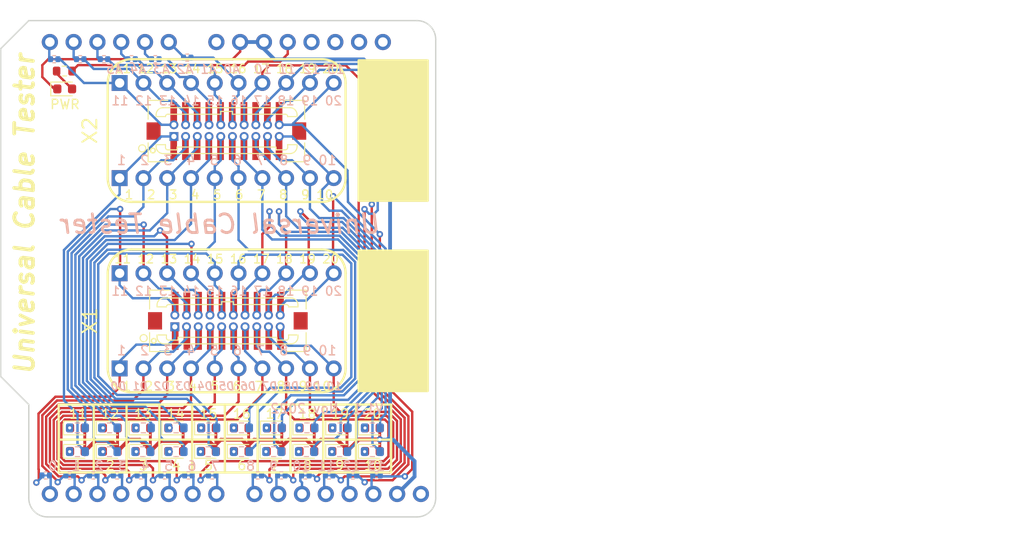
<source format=kicad_pcb>
(kicad_pcb (version 20171130) (host pcbnew "(5.1.12)-1")

  (general
    (thickness 1.6)
    (drawings 69)
    (tracks 747)
    (zones 0)
    (modules 71)
    (nets 89)
  )

  (page A4)
  (layers
    (0 F.Cu signal)
    (31 B.Cu signal)
    (32 B.Adhes user)
    (33 F.Adhes user)
    (34 B.Paste user)
    (35 F.Paste user)
    (36 B.SilkS user)
    (37 F.SilkS user)
    (38 B.Mask user)
    (39 F.Mask user)
    (40 Dwgs.User user)
    (41 Cmts.User user)
    (42 Eco1.User user)
    (43 Eco2.User user)
    (44 Edge.Cuts user)
    (45 Margin user hide)
    (46 B.CrtYd user)
    (47 F.CrtYd user)
    (48 B.Fab user)
    (49 F.Fab user)
  )

  (setup
    (last_trace_width 0.254)
    (user_trace_width 0.1524)
    (user_trace_width 0.254)
    (user_trace_width 0.3048)
    (user_trace_width 0.4064)
    (trace_clearance 0.1524)
    (zone_clearance 0.508)
    (zone_45_only no)
    (trace_min 0.1524)
    (via_size 0.6858)
    (via_drill 0.3302)
    (via_min_size 0.508)
    (via_min_drill 0.254)
    (uvia_size 0.3)
    (uvia_drill 0.1)
    (uvias_allowed no)
    (uvia_min_size 0.2)
    (uvia_min_drill 0.1)
    (edge_width 0.15)
    (segment_width 0.1524)
    (pcb_text_width 0.3)
    (pcb_text_size 1.5 1.5)
    (mod_edge_width 0.25)
    (mod_text_size 1 1)
    (mod_text_width 0.15)
    (pad_size 1.524 1.524)
    (pad_drill 0.762)
    (pad_to_mask_clearance 0.0508)
    (solder_mask_min_width 0.1016)
    (aux_axis_origin 0 0)
    (visible_elements 7FFFFFFF)
    (pcbplotparams
      (layerselection 0x00030_80000001)
      (usegerberextensions false)
      (usegerberattributes true)
      (usegerberadvancedattributes true)
      (creategerberjobfile true)
      (excludeedgelayer true)
      (linewidth 0.100000)
      (plotframeref false)
      (viasonmask false)
      (mode 1)
      (useauxorigin false)
      (hpglpennumber 1)
      (hpglpenspeed 20)
      (hpglpendiameter 15.000000)
      (psnegative false)
      (psa4output false)
      (plotreference true)
      (plotvalue true)
      (plotinvisibletext false)
      (padsonsilk false)
      (subtractmaskfromsilk false)
      (outputformat 1)
      (mirror false)
      (drillshape 1)
      (scaleselection 1)
      (outputdirectory ""))
  )

  (net 0 "")
  (net 1 +5V)
  (net 2 /A0)
  (net 3 /A1)
  (net 4 /A2)
  (net 5 GND)
  (net 6 "Net-(XA1-PadVIN)")
  (net 7 "Net-(XA1-Pad3V3)")
  (net 8 "Net-(XA1-PadRST1)")
  (net 9 "Net-(XA1-PadIORF)")
  (net 10 "Net-(XA1-PadAREF)")
  (net 11 /A3)
  (net 12 "Net-(J2-Pad1)")
  (net 13 "Net-(J2-Pad3)")
  (net 14 "Net-(J2-Pad5)")
  (net 15 "Net-(J2-Pad7)")
  (net 16 "Net-(J2-Pad9)")
  (net 17 "Net-(J2-Pad2)")
  (net 18 "Net-(J2-Pad4)")
  (net 19 "Net-(J2-Pad6)")
  (net 20 "Net-(J2-Pad8)")
  (net 21 "Net-(J2-Pad10)")
  (net 22 /D0)
  (net 23 /D1)
  (net 24 /D2)
  (net 25 /D3)
  (net 26 /D4)
  (net 27 /D5)
  (net 28 /D6)
  (net 29 /D7)
  (net 30 /D8)
  (net 31 /D9)
  (net 32 /D10)
  (net 33 /D13)
  (net 34 /D12)
  (net 35 /D11)
  (net 36 /A4)
  (net 37 /A5)
  (net 38 "Net-(J4-Pad1)")
  (net 39 "Net-(J4-Pad2)")
  (net 40 "Net-(J4-Pad3)")
  (net 41 "Net-(J4-Pad4)")
  (net 42 "Net-(J4-Pad5)")
  (net 43 "Net-(J4-Pad6)")
  (net 44 "Net-(J4-Pad7)")
  (net 45 "Net-(J4-Pad8)")
  (net 46 "Net-(J4-Pad9)")
  (net 47 "Net-(J4-Pad10)")
  (net 48 "Net-(J1-Pad10)")
  (net 49 "Net-(J1-Pad9)")
  (net 50 "Net-(J1-Pad8)")
  (net 51 "Net-(J1-Pad7)")
  (net 52 "Net-(J1-Pad6)")
  (net 53 "Net-(J1-Pad5)")
  (net 54 "Net-(J1-Pad4)")
  (net 55 "Net-(J1-Pad3)")
  (net 56 "Net-(J1-Pad2)")
  (net 57 "Net-(J1-Pad1)")
  (net 58 "Net-(J3-Pad1)")
  (net 59 "Net-(J3-Pad2)")
  (net 60 "Net-(J3-Pad3)")
  (net 61 "Net-(J3-Pad4)")
  (net 62 "Net-(J3-Pad5)")
  (net 63 "Net-(J3-Pad6)")
  (net 64 "Net-(J3-Pad7)")
  (net 65 "Net-(J3-Pad8)")
  (net 66 "Net-(J3-Pad9)")
  (net 67 "Net-(J3-Pad10)")
  (net 68 "Net-(D21-Pad2)")
  (net 69 "Net-(D1-Pad1)")
  (net 70 "Net-(D2-Pad1)")
  (net 71 "Net-(D3-Pad1)")
  (net 72 "Net-(D4-Pad1)")
  (net 73 "Net-(D5-Pad1)")
  (net 74 "Net-(D6-Pad1)")
  (net 75 "Net-(D7-Pad1)")
  (net 76 "Net-(D8-Pad1)")
  (net 77 "Net-(D9-Pad1)")
  (net 78 "Net-(D10-Pad1)")
  (net 79 "Net-(D11-Pad1)")
  (net 80 "Net-(D12-Pad1)")
  (net 81 "Net-(D13-Pad1)")
  (net 82 "Net-(D14-Pad1)")
  (net 83 "Net-(D15-Pad1)")
  (net 84 "Net-(D16-Pad1)")
  (net 85 "Net-(D17-Pad1)")
  (net 86 "Net-(D18-Pad1)")
  (net 87 "Net-(D19-Pad1)")
  (net 88 "Net-(D20-Pad1)")

  (net_class Default "This is the default net class."
    (clearance 0.1524)
    (trace_width 0.1524)
    (via_dia 0.6858)
    (via_drill 0.3302)
    (uvia_dia 0.3)
    (uvia_drill 0.1)
    (add_net +5V)
    (add_net /A0)
    (add_net /A1)
    (add_net /A2)
    (add_net /A3)
    (add_net /A4)
    (add_net /A5)
    (add_net /D0)
    (add_net /D1)
    (add_net /D10)
    (add_net /D11)
    (add_net /D12)
    (add_net /D13)
    (add_net /D2)
    (add_net /D3)
    (add_net /D4)
    (add_net /D5)
    (add_net /D6)
    (add_net /D7)
    (add_net /D8)
    (add_net /D9)
    (add_net GND)
    (add_net "Net-(D1-Pad1)")
    (add_net "Net-(D10-Pad1)")
    (add_net "Net-(D11-Pad1)")
    (add_net "Net-(D12-Pad1)")
    (add_net "Net-(D13-Pad1)")
    (add_net "Net-(D14-Pad1)")
    (add_net "Net-(D15-Pad1)")
    (add_net "Net-(D16-Pad1)")
    (add_net "Net-(D17-Pad1)")
    (add_net "Net-(D18-Pad1)")
    (add_net "Net-(D19-Pad1)")
    (add_net "Net-(D2-Pad1)")
    (add_net "Net-(D20-Pad1)")
    (add_net "Net-(D21-Pad2)")
    (add_net "Net-(D3-Pad1)")
    (add_net "Net-(D4-Pad1)")
    (add_net "Net-(D5-Pad1)")
    (add_net "Net-(D6-Pad1)")
    (add_net "Net-(D7-Pad1)")
    (add_net "Net-(D8-Pad1)")
    (add_net "Net-(D9-Pad1)")
    (add_net "Net-(J1-Pad1)")
    (add_net "Net-(J1-Pad10)")
    (add_net "Net-(J1-Pad2)")
    (add_net "Net-(J1-Pad3)")
    (add_net "Net-(J1-Pad4)")
    (add_net "Net-(J1-Pad5)")
    (add_net "Net-(J1-Pad6)")
    (add_net "Net-(J1-Pad7)")
    (add_net "Net-(J1-Pad8)")
    (add_net "Net-(J1-Pad9)")
    (add_net "Net-(J2-Pad1)")
    (add_net "Net-(J2-Pad10)")
    (add_net "Net-(J2-Pad2)")
    (add_net "Net-(J2-Pad3)")
    (add_net "Net-(J2-Pad4)")
    (add_net "Net-(J2-Pad5)")
    (add_net "Net-(J2-Pad6)")
    (add_net "Net-(J2-Pad7)")
    (add_net "Net-(J2-Pad8)")
    (add_net "Net-(J2-Pad9)")
    (add_net "Net-(J3-Pad1)")
    (add_net "Net-(J3-Pad10)")
    (add_net "Net-(J3-Pad2)")
    (add_net "Net-(J3-Pad3)")
    (add_net "Net-(J3-Pad4)")
    (add_net "Net-(J3-Pad5)")
    (add_net "Net-(J3-Pad6)")
    (add_net "Net-(J3-Pad7)")
    (add_net "Net-(J3-Pad8)")
    (add_net "Net-(J3-Pad9)")
    (add_net "Net-(J4-Pad1)")
    (add_net "Net-(J4-Pad10)")
    (add_net "Net-(J4-Pad2)")
    (add_net "Net-(J4-Pad3)")
    (add_net "Net-(J4-Pad4)")
    (add_net "Net-(J4-Pad5)")
    (add_net "Net-(J4-Pad6)")
    (add_net "Net-(J4-Pad7)")
    (add_net "Net-(J4-Pad8)")
    (add_net "Net-(J4-Pad9)")
    (add_net "Net-(XA1-Pad3V3)")
    (add_net "Net-(XA1-PadAREF)")
    (add_net "Net-(XA1-PadIORF)")
    (add_net "Net-(XA1-PadRST1)")
    (add_net "Net-(XA1-PadVIN)")
  )

  (module footprints:R_0603_1608Metric (layer B.Cu) (tedit 62D732F1) (tstamp 62D7D9E3)
    (at 135.191 110.49 180)
    (descr "Resistor SMD 0603 (1608 Metric), square (rectangular) end terminal, IPC_7351 nominal, (Body size source: IPC-SM-782 page 72, https://www.pcb-3d.com/wordpress/wp-content/uploads/ipc-sm-782a_amendment_1_and_2.pdf), generated with kicad-footprint-generator")
    (tags resistor)
    (path /5FB3022B)
    (attr smd)
    (fp_text reference R11 (at 0 0) (layer B.SilkS) hide
      (effects (font (size 0.4 0.4) (thickness 0.06)) (justify mirror))
    )
    (fp_text value 330 (at -2.54 0) (layer B.Fab)
      (effects (font (size 1 1) (thickness 0.15)) (justify mirror))
    )
    (fp_line (start 1.48 -0.73) (end -1.48 -0.73) (layer B.CrtYd) (width 0.05))
    (fp_line (start 1.48 0.73) (end 1.48 -0.73) (layer B.CrtYd) (width 0.05))
    (fp_line (start -1.48 0.73) (end 1.48 0.73) (layer B.CrtYd) (width 0.05))
    (fp_line (start -1.48 -0.73) (end -1.48 0.73) (layer B.CrtYd) (width 0.05))
    (fp_line (start -0.237258 -0.5225) (end 0.237258 -0.5225) (layer B.SilkS) (width 0.12))
    (fp_line (start -0.237258 0.5225) (end 0.237258 0.5225) (layer B.SilkS) (width 0.12))
    (fp_line (start 0.8 -0.4125) (end -0.8 -0.4125) (layer B.Fab) (width 0.1))
    (fp_line (start 0.8 0.4125) (end 0.8 -0.4125) (layer B.Fab) (width 0.1))
    (fp_line (start -0.8 0.4125) (end 0.8 0.4125) (layer B.Fab) (width 0.1))
    (fp_line (start -0.8 -0.4125) (end -0.8 0.4125) (layer B.Fab) (width 0.1))
    (fp_text user %R (at 0 0) (layer B.Fab)
      (effects (font (size 0.4 0.4) (thickness 0.06)) (justify mirror))
    )
    (pad 2 smd roundrect (at 0.825 0 180) (size 0.8 0.95) (layers B.Cu B.Paste B.Mask) (roundrect_rratio 0.25)
      (net 79 "Net-(D11-Pad1)"))
    (pad 1 smd roundrect (at -0.825 0 180) (size 0.8 0.95) (layers B.Cu B.Paste B.Mask) (roundrect_rratio 0.25)
      (net 12 "Net-(J2-Pad1)"))
    (model ${KISYS3DMOD}/Resistor_SMD.3dshapes/R_0603_1608Metric.wrl
      (at (xyz 0 0 0))
      (scale (xyz 1 1 1))
      (rotate (xyz 0 0 0))
    )
  )

  (module footprints:Arduino_Uno_Shield locked (layer F.Cu) (tedit 633D99C8) (tstamp 62EC117A)
    (at 195.75 66.75 180)
    (descr https://store.arduino.cc/arduino-uno-rev3)
    (path /5FB2BFCE)
    (fp_text reference XA1 (at 2.54 -54.356) (layer F.SilkS) hide
      (effects (font (size 1 1) (thickness 0.15)))
    )
    (fp_text value Arduino_Uno_Shield (at 15.494 -54.356) (layer F.Fab)
      (effects (font (size 1 1) (thickness 0.15)))
    )
    (fp_line (start 9.525 -32.385) (end -6.35 -32.385) (layer B.CrtYd) (width 0.15))
    (fp_line (start 9.525 -43.815) (end -6.35 -43.815) (layer B.CrtYd) (width 0.15))
    (fp_line (start 9.525 -43.815) (end 9.525 -32.385) (layer B.CrtYd) (width 0.15))
    (fp_line (start -6.35 -43.815) (end -6.35 -32.385) (layer B.CrtYd) (width 0.15))
    (fp_line (start 11.43 -12.065) (end 11.43 -3.175) (layer B.CrtYd) (width 0.15))
    (fp_line (start -1.905 -3.175) (end 11.43 -3.175) (layer B.CrtYd) (width 0.15))
    (fp_line (start -1.905 -12.065) (end -1.905 -3.175) (layer B.CrtYd) (width 0.15))
    (fp_line (start -1.905 -12.065) (end 11.43 -12.065) (layer B.CrtYd) (width 0.15))
    (fp_line (start 0 -53.34) (end 0 0) (layer Dwgs.User) (width 0.15))
    (fp_line (start 66.04 -40.64) (end 66.04 -51.816) (layer Dwgs.User) (width 0.15))
    (fp_line (start 68.58 -38.1) (end 66.04 -40.64) (layer Dwgs.User) (width 0.15))
    (fp_line (start 68.58 -3.81) (end 68.58 -38.1) (layer Dwgs.User) (width 0.15))
    (fp_line (start 66.04 -1.27) (end 68.58 -3.81) (layer Dwgs.User) (width 0.15))
    (fp_line (start 66.04 0) (end 66.04 -1.27) (layer Dwgs.User) (width 0.15))
    (fp_line (start 64.516 -53.34) (end 66.04 -51.816) (layer Dwgs.User) (width 0.15))
    (fp_line (start 0 0) (end 66.04 0) (layer Dwgs.User) (width 0.15))
    (fp_line (start 0 -53.34) (end 64.516 -53.34) (layer Dwgs.User) (width 0.15))
    (pad A0 thru_hole oval (at 50.8 -2.54 180) (size 1.7272 1.7272) (drill 1.016) (layers *.Cu *.Mask)
      (net 2 /A0))
    (pad VIN thru_hole oval (at 45.72 -2.54 180) (size 1.7272 1.7272) (drill 1.016) (layers *.Cu *.Mask)
      (net 6 "Net-(XA1-PadVIN)"))
    (pad GND3 thru_hole oval (at 43.18 -2.54 180) (size 1.7272 1.7272) (drill 1.016) (layers *.Cu *.Mask)
      (net 5 GND))
    (pad GND2 thru_hole oval (at 40.64 -2.54 180) (size 1.7272 1.7272) (drill 1.016) (layers *.Cu *.Mask)
      (net 5 GND))
    (pad 5V1 thru_hole oval (at 38.1 -2.54 180) (size 1.7272 1.7272) (drill 1.016) (layers *.Cu *.Mask)
      (net 1 +5V))
    (pad 3V3 thru_hole oval (at 35.56 -2.54 180) (size 1.7272 1.7272) (drill 1.016) (layers *.Cu *.Mask)
      (net 7 "Net-(XA1-Pad3V3)"))
    (pad RST1 thru_hole oval (at 33.02 -2.54 180) (size 1.7272 1.7272) (drill 1.016) (layers *.Cu *.Mask)
      (net 8 "Net-(XA1-PadRST1)"))
    (pad IORF thru_hole oval (at 30.48 -2.54 180) (size 1.7272 1.7272) (drill 1.016) (layers *.Cu *.Mask)
      (net 9 "Net-(XA1-PadIORF)"))
    (pad D0 thru_hole oval (at 63.5 -50.8 180) (size 1.7272 1.7272) (drill 1.016) (layers *.Cu *.Mask)
      (net 22 /D0))
    (pad D1 thru_hole oval (at 60.96 -50.8 180) (size 1.7272 1.7272) (drill 1.016) (layers *.Cu *.Mask)
      (net 23 /D1))
    (pad D2 thru_hole oval (at 58.42 -50.8 180) (size 1.7272 1.7272) (drill 1.016) (layers *.Cu *.Mask)
      (net 24 /D2))
    (pad D3 thru_hole oval (at 55.88 -50.8 180) (size 1.7272 1.7272) (drill 1.016) (layers *.Cu *.Mask)
      (net 25 /D3))
    (pad D4 thru_hole oval (at 53.34 -50.8 180) (size 1.7272 1.7272) (drill 1.016) (layers *.Cu *.Mask)
      (net 26 /D4))
    (pad D5 thru_hole oval (at 50.8 -50.8 180) (size 1.7272 1.7272) (drill 1.016) (layers *.Cu *.Mask)
      (net 27 /D5))
    (pad D6 thru_hole oval (at 48.26 -50.8 180) (size 1.7272 1.7272) (drill 1.016) (layers *.Cu *.Mask)
      (net 28 /D6))
    (pad D7 thru_hole oval (at 45.72 -50.8 180) (size 1.7272 1.7272) (drill 1.016) (layers *.Cu *.Mask)
      (net 29 /D7))
    (pad GND1 thru_hole oval (at 26.416 -50.8 180) (size 1.7272 1.7272) (drill 1.016) (layers *.Cu *.Mask)
      (net 5 GND))
    (pad D8 thru_hole oval (at 41.656 -50.8 180) (size 1.7272 1.7272) (drill 1.016) (layers *.Cu *.Mask)
      (net 30 /D8))
    (pad D9 thru_hole oval (at 39.116 -50.8 180) (size 1.7272 1.7272) (drill 1.016) (layers *.Cu *.Mask)
      (net 31 /D9))
    (pad D10 thru_hole oval (at 36.576 -50.8 180) (size 1.7272 1.7272) (drill 1.016) (layers *.Cu *.Mask)
      (net 32 /D10))
    (pad AREF thru_hole oval (at 23.876 -50.8 180) (size 1.7272 1.7272) (drill 1.016) (layers *.Cu *.Mask)
      (net 10 "Net-(XA1-PadAREF)"))
    (pad D13 thru_hole oval (at 28.956 -50.8 180) (size 1.7272 1.7272) (drill 1.016) (layers *.Cu *.Mask)
      (net 33 /D13))
    (pad D12 thru_hole oval (at 31.496 -50.8 180) (size 1.7272 1.7272) (drill 1.016) (layers *.Cu *.Mask)
      (net 34 /D12))
    (pad D11 thru_hole oval (at 34.036 -50.8 180) (size 1.7272 1.7272) (drill 1.016) (layers *.Cu *.Mask)
      (net 35 /D11))
    (pad "" thru_hole oval (at 27.94 -2.54 180) (size 1.7272 1.7272) (drill 1.016) (layers *.Cu *.Mask))
    (pad A1 thru_hole oval (at 53.34 -2.54 180) (size 1.7272 1.7272) (drill 1.016) (layers *.Cu *.Mask)
      (net 3 /A1))
    (pad A2 thru_hole oval (at 55.88 -2.54 180) (size 1.7272 1.7272) (drill 1.016) (layers *.Cu *.Mask)
      (net 4 /A2))
    (pad A3 thru_hole oval (at 58.42 -2.54 180) (size 1.7272 1.7272) (drill 1.016) (layers *.Cu *.Mask)
      (net 11 /A3))
    (pad A4 thru_hole oval (at 60.96 -2.54 180) (size 1.7272 1.7272) (drill 1.016) (layers *.Cu *.Mask)
      (net 36 /A4))
    (pad A5 thru_hole oval (at 63.5 -2.54 180) (size 1.7272 1.7272) (drill 1.016) (layers *.Cu *.Mask)
      (net 37 /A5))
  )

  (module footprints:J_NC (layer B.Cu) (tedit 63322D14) (tstamp 6333BB1A)
    (at 131.807 115.57 180)
    (descr "Resistor SMD 0402 (1005 Metric), square (rectangular) end terminal, IPC_7351 nominal, (Body size source: IPC-SM-782 page 72, https://www.pcb-3d.com/wordpress/wp-content/uploads/ipc-sm-782a_amendment_1_and_2.pdf), generated with kicad-footprint-generator")
    (tags resistor)
    (path /63437478)
    (attr smd)
    (fp_text reference JP1 (at 0 1.17) (layer B.SilkS) hide
      (effects (font (size 1 1) (thickness 0.15)) (justify mirror))
    )
    (fp_text value Jmp (at 0 -1.17) (layer B.Fab) hide
      (effects (font (size 1 1) (thickness 0.15)) (justify mirror))
    )
    (fp_line (start -0.525 -0.27) (end -0.525 0.27) (layer B.Fab) (width 0.1))
    (fp_line (start -0.525 0.27) (end 0.525 0.27) (layer B.Fab) (width 0.1))
    (fp_line (start 0.525 0.27) (end 0.525 -0.27) (layer B.Fab) (width 0.1))
    (fp_line (start 0.525 -0.27) (end -0.525 -0.27) (layer B.Fab) (width 0.1))
    (fp_line (start -0.153641 0.38) (end 0.153641 0.38) (layer B.SilkS) (width 0.12))
    (fp_line (start -0.153641 -0.38) (end 0.153641 -0.38) (layer B.SilkS) (width 0.12))
    (fp_line (start -0.93 -0.47) (end -0.93 0.47) (layer B.CrtYd) (width 0.05))
    (fp_line (start -0.93 0.47) (end 0.93 0.47) (layer B.CrtYd) (width 0.05))
    (fp_line (start 0.93 0.47) (end 0.93 -0.47) (layer B.CrtYd) (width 0.05))
    (fp_line (start 0.93 -0.47) (end -0.93 -0.47) (layer B.CrtYd) (width 0.05))
    (fp_text user %R (at 0 0) (layer B.Fab)
      (effects (font (size 0.26 0.26) (thickness 0.04)) (justify mirror))
    )
    (pad 3 smd rect (at 0 0 180) (size 0.5 0.2) (layers B.Cu B.Paste))
    (pad 1 smd roundrect (at -0.4 0 180) (size 0.54 0.64) (layers B.Cu B.Paste B.Mask) (roundrect_rratio 0.25)
      (net 22 /D0))
    (pad 2 smd roundrect (at 0.4 0 180) (size 0.54 0.64) (layers B.Cu B.Paste B.Mask) (roundrect_rratio 0.25)
      (net 57 "Net-(J1-Pad1)"))
    (model ${KISYS3DMOD}/Resistor_SMD.3dshapes/R_0402_1005Metric.wrl
      (at (xyz 0 0 0))
      (scale (xyz 1 1 1))
      (rotate (xyz 0 0 0))
    )
  )

  (module footprints:LED_0603_1608Metric (layer F.Cu) (tedit 62D730E1) (tstamp 633DF927)
    (at 133.8325 74.295)
    (descr "LED SMD 0603 (1608 Metric), square (rectangular) end terminal, IPC_7351 nominal, (Body size source: http://www.tortai-tech.com/upload/download/2011102023233369053.pdf), generated with kicad-footprint-generator")
    (tags LED)
    (path /63622C2D)
    (attr smd)
    (fp_text reference D21 (at 0 0 180) (layer F.SilkS) hide
      (effects (font (size 0.4 0.4) (thickness 0.06)))
    )
    (fp_text value PWR (at 0.0255 1.651 180) (layer F.SilkS)
      (effects (font (size 1 1) (thickness 0.15)))
    )
    (fp_line (start 0.8 -0.4) (end -0.5 -0.4) (layer F.Fab) (width 0.1))
    (fp_line (start -0.5 -0.4) (end -0.8 -0.1) (layer F.Fab) (width 0.1))
    (fp_line (start -0.8 -0.1) (end -0.8 0.4) (layer F.Fab) (width 0.1))
    (fp_line (start -0.8 0.4) (end 0.8 0.4) (layer F.Fab) (width 0.1))
    (fp_line (start 0.8 0.4) (end 0.8 -0.4) (layer F.Fab) (width 0.1))
    (fp_line (start 0.8 -0.735) (end -1.485 -0.735) (layer F.SilkS) (width 0.12))
    (fp_line (start -1.485 -0.735) (end -1.485 0.735) (layer F.SilkS) (width 0.12))
    (fp_line (start -1.485 0.735) (end 0.8 0.735) (layer F.SilkS) (width 0.12))
    (fp_line (start -1.48 0.73) (end -1.48 -0.73) (layer F.CrtYd) (width 0.05))
    (fp_line (start -1.48 -0.73) (end 1.48 -0.73) (layer F.CrtYd) (width 0.05))
    (fp_line (start 1.48 -0.73) (end 1.48 0.73) (layer F.CrtYd) (width 0.05))
    (fp_line (start 1.48 0.73) (end -1.48 0.73) (layer F.CrtYd) (width 0.05))
    (fp_text user %R (at 0 0 180) (layer F.Fab)
      (effects (font (size 0.4 0.4) (thickness 0.06)))
    )
    (pad 1 smd roundrect (at -0.7875 0) (size 0.875 0.95) (layers F.Cu F.Paste F.Mask) (roundrect_rratio 0.25)
      (net 5 GND))
    (pad 2 smd roundrect (at 0.7875 0) (size 0.875 0.95) (layers F.Cu F.Paste F.Mask) (roundrect_rratio 0.25)
      (net 68 "Net-(D21-Pad2)"))
    (model ${KISYS3DMOD}/LED_SMD.3dshapes/LED_0603_1608Metric.wrl
      (at (xyz 0 0 0))
      (scale (xyz 1 1 1))
      (rotate (xyz 0 0 0))
    )
  )

  (module footprints:G125-MS12005L3P (layer F.Cu) (tedit 633C91C7) (tstamp 633D21C9)
    (at 151.2562 99.06)
    (path /633BBB87)
    (fp_text reference J5 (at 0 0) (layer F.SilkS) hide
      (effects (font (size 1 1) (thickness 0.15)))
    )
    (fp_text value Conn_02x10_Top_Bottom (at 0 0) (layer F.SilkS) hide
      (effects (font (size 1 1) (thickness 0.15)))
    )
    (fp_circle (center -5.625 3.755) (end -5.244 3.755) (layer F.Fab) (width 0.1))
    (fp_circle (center -8.9916 1.85) (end -8.6106 1.85) (layer F.SilkS) (width 0.12))
    (fp_line (start 8.778301 -3.4036) (end -8.778301 -3.4036) (layer F.CrtYd) (width 0.05))
    (fp_line (start 8.778301 3.4036) (end 8.778301 -3.4036) (layer F.CrtYd) (width 0.05))
    (fp_line (start -8.778301 3.4036) (end 8.778301 3.4036) (layer F.CrtYd) (width 0.05))
    (fp_line (start -8.778301 -3.4036) (end -8.778301 3.4036) (layer F.CrtYd) (width 0.05))
    (fp_line (start 8.3566 -1.25984) (end 8.3566 -3.2766) (layer F.SilkS) (width 0.12))
    (fp_line (start -8.3566 1.25984) (end -8.3566 3.2766) (layer F.SilkS) (width 0.12))
    (fp_line (start -6.259153 -3.2766) (end -8.3566 -3.2766) (layer F.SilkS) (width 0.12))
    (fp_line (start 6.259153 3.2766) (end 8.3566 3.2766) (layer F.SilkS) (width 0.12))
    (fp_line (start -8.2296 -3.1496) (end -8.2296 3.1496) (layer F.Fab) (width 0.1))
    (fp_line (start 8.2296 -3.1496) (end -8.2296 -3.1496) (layer F.Fab) (width 0.1))
    (fp_line (start 8.2296 3.1496) (end 8.2296 -3.1496) (layer F.Fab) (width 0.1))
    (fp_line (start -8.2296 3.1496) (end 8.2296 3.1496) (layer F.Fab) (width 0.1))
    (fp_line (start -8.3566 -3.2766) (end -8.3566 -1.25984) (layer F.SilkS) (width 0.12))
    (fp_line (start 8.3566 -3.2766) (end 6.259153 -3.2766) (layer F.SilkS) (width 0.12))
    (fp_line (start 8.3566 3.2766) (end 8.3566 1.25984) (layer F.SilkS) (width 0.12))
    (fp_line (start -8.3566 3.2766) (end -6.259153 3.2766) (layer F.SilkS) (width 0.12))
    (fp_line (start -16.525301 2.8956) (end -16.271301 2.8956) (layer Cmts.User) (width 0.1))
    (fp_line (start -16.398301 3.1496) (end -16.271301 2.8956) (layer Cmts.User) (width 0.1))
    (fp_line (start -16.398301 3.1496) (end -16.525301 2.8956) (layer Cmts.User) (width 0.1))
    (fp_line (start -16.525301 -2.8956) (end -16.271301 -2.8956) (layer Cmts.User) (width 0.1))
    (fp_line (start -16.398301 -3.1496) (end -16.271301 -2.8956) (layer Cmts.User) (width 0.1))
    (fp_line (start -16.398301 -3.1496) (end -16.525301 -2.8956) (layer Cmts.User) (width 0.1))
    (fp_line (start -16.398301 -3.1496) (end -16.398301 3.1496) (layer Cmts.User) (width 0.1))
    (fp_line (start -8.2296 3.1496) (end -16.779301 3.1496) (layer Cmts.User) (width 0.1))
    (fp_line (start -8.2296 -3.1496) (end -16.779301 -3.1496) (layer Cmts.User) (width 0.1))
    (fp_line (start -17.795301 0.254) (end -17.541301 0.254) (layer Cmts.User) (width 0.1))
    (fp_line (start -17.668301 0) (end -17.541301 0.254) (layer Cmts.User) (width 0.1))
    (fp_line (start -17.668301 0) (end -17.795301 0.254) (layer Cmts.User) (width 0.1))
    (fp_line (start -17.795301 -3.4036) (end -17.541301 -3.4036) (layer Cmts.User) (width 0.1))
    (fp_line (start -17.668301 -3.1496) (end -17.541301 -3.4036) (layer Cmts.User) (width 0.1))
    (fp_line (start -17.668301 -3.1496) (end -17.795301 -3.4036) (layer Cmts.User) (width 0.1))
    (fp_line (start -17.668301 0) (end -17.668301 1.27) (layer Cmts.User) (width 0.1))
    (fp_line (start -17.668301 -3.1496) (end -17.668301 -4.4196) (layer Cmts.User) (width 0.1))
    (fp_line (start 0 0) (end -18.049301 0) (layer Cmts.User) (width 0.1))
    (fp_line (start -8.2296 -3.1496) (end -18.049301 -3.1496) (layer Cmts.User) (width 0.1))
    (fp_line (start -10.810301 0.254) (end -10.556301 0.254) (layer Cmts.User) (width 0.1))
    (fp_line (start -10.683301 0) (end -10.556301 0.254) (layer Cmts.User) (width 0.1))
    (fp_line (start -10.683301 0) (end -10.810301 0.254) (layer Cmts.User) (width 0.1))
    (fp_line (start -10.810301 -0.254) (end -10.556301 -0.254) (layer Cmts.User) (width 0.1))
    (fp_line (start -10.683301 0) (end -10.556301 -0.254) (layer Cmts.User) (width 0.1))
    (fp_line (start -10.683301 0) (end -10.810301 -0.254) (layer Cmts.User) (width 0.1))
    (fp_line (start -10.683301 0) (end -10.683301 1.27) (layer Cmts.User) (width 0.1))
    (fp_line (start -10.683301 0) (end -10.683301 -1.27) (layer Cmts.User) (width 0.1))
    (fp_line (start 7.775 0) (end -11.064301 0) (layer Cmts.User) (width 0.1))
    (fp_line (start 0 0) (end -11.064301 0) (layer Cmts.User) (width 0.1))
    (fp_line (start 10.6426 2.104) (end 10.8966 2.104) (layer Cmts.User) (width 0.1))
    (fp_line (start 10.7696 1.85) (end 10.8966 2.104) (layer Cmts.User) (width 0.1))
    (fp_line (start 10.7696 1.85) (end 10.6426 2.104) (layer Cmts.User) (width 0.1))
    (fp_line (start 10.6426 -2.104) (end 10.8966 -2.104) (layer Cmts.User) (width 0.1))
    (fp_line (start 10.7696 -1.85) (end 10.8966 -2.104) (layer Cmts.User) (width 0.1))
    (fp_line (start 10.7696 -1.85) (end 10.6426 -2.104) (layer Cmts.User) (width 0.1))
    (fp_line (start 10.7696 1.85) (end 10.7696 3.12) (layer Cmts.User) (width 0.1))
    (fp_line (start 10.7696 -1.85) (end 10.7696 -3.12) (layer Cmts.User) (width 0.1))
    (fp_line (start -5.625 1.85) (end 11.1506 1.85) (layer Cmts.User) (width 0.1))
    (fp_line (start -5.625 -1.85) (end 11.1506 -1.85) (layer Cmts.User) (width 0.1))
    (fp_line (start 7.9756 -13.6906) (end 7.9756 -13.4366) (layer Cmts.User) (width 0.1))
    (fp_line (start 8.2296 -13.5636) (end 7.9756 -13.4366) (layer Cmts.User) (width 0.1))
    (fp_line (start 8.2296 -13.5636) (end 7.9756 -13.6906) (layer Cmts.User) (width 0.1))
    (fp_line (start -7.9756 -13.6906) (end -7.9756 -13.4366) (layer Cmts.User) (width 0.1))
    (fp_line (start -8.2296 -13.5636) (end -7.9756 -13.4366) (layer Cmts.User) (width 0.1))
    (fp_line (start -8.2296 -13.5636) (end -7.9756 -13.6906) (layer Cmts.User) (width 0.1))
    (fp_line (start -8.2296 -13.5636) (end 8.2296 -13.5636) (layer Cmts.User) (width 0.1))
    (fp_line (start 8.2296 -3.1496) (end 8.2296 -13.9446) (layer Cmts.User) (width 0.1))
    (fp_line (start -8.2296 -3.1496) (end -8.2296 -13.9446) (layer Cmts.User) (width 0.1))
    (fp_line (start 7.521 -11.1506) (end 7.521 -10.8966) (layer Cmts.User) (width 0.1))
    (fp_line (start 7.775 -11.0236) (end 7.521 -10.8966) (layer Cmts.User) (width 0.1))
    (fp_line (start 7.775 -11.0236) (end 7.521 -11.1506) (layer Cmts.User) (width 0.1))
    (fp_line (start -7.521 -11.1506) (end -7.521 -10.8966) (layer Cmts.User) (width 0.1))
    (fp_line (start -7.775 -11.0236) (end -7.521 -10.8966) (layer Cmts.User) (width 0.1))
    (fp_line (start -7.775 -11.0236) (end -7.521 -11.1506) (layer Cmts.User) (width 0.1))
    (fp_line (start -7.775 -11.0236) (end 7.775 -11.0236) (layer Cmts.User) (width 0.1))
    (fp_line (start 7.775 0) (end 7.775 -11.4046) (layer Cmts.User) (width 0.1))
    (fp_line (start -7.775 0) (end -7.775 -11.4046) (layer Cmts.User) (width 0.1))
    (fp_line (start -4.121 -5.4356) (end -4.121 -5.1816) (layer Cmts.User) (width 0.1))
    (fp_line (start -4.375 -5.3086) (end -4.121 -5.1816) (layer Cmts.User) (width 0.1))
    (fp_line (start -4.375 -5.3086) (end -4.121 -5.4356) (layer Cmts.User) (width 0.1))
    (fp_line (start -5.879 -5.4356) (end -5.879 -5.1816) (layer Cmts.User) (width 0.1))
    (fp_line (start -5.625 -5.3086) (end -5.879 -5.1816) (layer Cmts.User) (width 0.1))
    (fp_line (start -5.625 -5.3086) (end -5.879 -5.4356) (layer Cmts.User) (width 0.1))
    (fp_line (start -4.375 -5.3086) (end -3.105 -5.3086) (layer Cmts.User) (width 0.1))
    (fp_line (start -5.625 -5.3086) (end -6.895 -5.3086) (layer Cmts.User) (width 0.1))
    (fp_line (start -4.375 1.85) (end -4.375 -5.6896) (layer Cmts.User) (width 0.1))
    (fp_line (start -5.625 1.85) (end -5.625 -5.6896) (layer Cmts.User) (width 0.1))
    (fp_line (start 8.778301 -3.4036) (end -8.778301 -3.4036) (layer F.CrtYd) (width 0.05))
    (fp_line (start 8.778301 3.4036) (end 8.778301 -3.4036) (layer F.CrtYd) (width 0.05))
    (fp_line (start -8.778301 3.4036) (end 8.778301 3.4036) (layer F.CrtYd) (width 0.05))
    (fp_line (start -8.778301 -3.4036) (end -8.778301 3.4036) (layer F.CrtYd) (width 0.05))
    (fp_text user * (at 0 0) (layer F.Fab)
      (effects (font (size 1 1) (thickness 0.15)))
    )
    (fp_text user * (at 0 0) (layer F.SilkS) hide
      (effects (font (size 1 1) (thickness 0.15)))
    )
    (fp_text user "Copyright 2021 Accelerated Designs. All rights reserved." (at 0 0) (layer Cmts.User)
      (effects (font (size 0.127 0.127) (thickness 0.002)))
    )
    (pad 22 smd rect (at 7.775001 0) (size 1.4986 1.8542) (layers F.Cu F.Paste F.Mask))
    (pad 21 smd rect (at -7.775001 0) (size 1.4986 1.8542) (layers F.Cu F.Paste F.Mask))
    (pad 20 smd rect (at 5.625 -1.849999) (size 0.7112 2.4892) (layers F.Cu F.Paste F.Mask)
      (net 21 "Net-(J2-Pad10)"))
    (pad 10 smd rect (at 5.625 1.849999) (size 0.7112 2.4892) (layers F.Cu F.Paste F.Mask)
      (net 48 "Net-(J1-Pad10)"))
    (pad 19 smd rect (at 4.375 -1.849999) (size 0.7112 2.4892) (layers F.Cu F.Paste F.Mask)
      (net 16 "Net-(J2-Pad9)"))
    (pad 9 smd rect (at 4.375 1.849999) (size 0.7112 2.4892) (layers F.Cu F.Paste F.Mask)
      (net 49 "Net-(J1-Pad9)"))
    (pad 18 smd rect (at 3.125 -1.849999) (size 0.7112 2.4892) (layers F.Cu F.Paste F.Mask)
      (net 20 "Net-(J2-Pad8)"))
    (pad 8 smd rect (at 3.125 1.849999) (size 0.7112 2.4892) (layers F.Cu F.Paste F.Mask)
      (net 50 "Net-(J1-Pad8)"))
    (pad 17 smd rect (at 1.875 -1.849999) (size 0.7112 2.4892) (layers F.Cu F.Paste F.Mask)
      (net 15 "Net-(J2-Pad7)"))
    (pad 7 smd rect (at 1.875 1.849999) (size 0.7112 2.4892) (layers F.Cu F.Paste F.Mask)
      (net 51 "Net-(J1-Pad7)"))
    (pad 16 smd rect (at 0.625 -1.849999) (size 0.7112 2.4892) (layers F.Cu F.Paste F.Mask)
      (net 19 "Net-(J2-Pad6)"))
    (pad 6 smd rect (at 0.625 1.849999) (size 0.7112 2.4892) (layers F.Cu F.Paste F.Mask)
      (net 52 "Net-(J1-Pad6)"))
    (pad 15 smd rect (at -0.625 -1.849999) (size 0.7112 2.4892) (layers F.Cu F.Paste F.Mask)
      (net 14 "Net-(J2-Pad5)"))
    (pad 5 smd rect (at -0.625 1.849999) (size 0.7112 2.4892) (layers F.Cu F.Paste F.Mask)
      (net 53 "Net-(J1-Pad5)"))
    (pad 14 smd rect (at -1.875 -1.849999) (size 0.7112 2.4892) (layers F.Cu F.Paste F.Mask)
      (net 18 "Net-(J2-Pad4)"))
    (pad 4 smd rect (at -1.875 1.849999) (size 0.7112 2.4892) (layers F.Cu F.Paste F.Mask)
      (net 54 "Net-(J1-Pad4)"))
    (pad 13 smd rect (at -3.125 -1.849999) (size 0.7112 2.4892) (layers F.Cu F.Paste F.Mask)
      (net 13 "Net-(J2-Pad3)"))
    (pad 3 smd rect (at -3.125 1.849999) (size 0.7112 2.4892) (layers F.Cu F.Paste F.Mask)
      (net 55 "Net-(J1-Pad3)"))
    (pad 12 smd rect (at -4.375 -1.849999) (size 0.7112 2.4892) (layers F.Cu F.Paste F.Mask)
      (net 17 "Net-(J2-Pad2)"))
    (pad 2 smd rect (at -4.375 1.849999) (size 0.7112 2.4892) (layers F.Cu F.Paste F.Mask)
      (net 56 "Net-(J1-Pad2)"))
    (pad 11 smd rect (at -5.625 -1.849999) (size 0.7112 2.4892) (layers F.Cu F.Paste F.Mask)
      (net 12 "Net-(J2-Pad1)"))
    (pad 1 smd rect (at -5.625 1.849999) (size 0.7112 2.4892) (layers F.Cu F.Paste F.Mask)
      (net 57 "Net-(J1-Pad1)"))
  )

  (module footprints:G125-MS12005L3P (layer F.Cu) (tedit 633C9742) (tstamp 633D5F2A)
    (at 151.1 78.795001)
    (path /63552042)
    (fp_text reference J8 (at 0 0) (layer F.SilkS) hide
      (effects (font (size 1 1) (thickness 0.15)))
    )
    (fp_text value Conn_02x10_Top_Bottom (at 0 0) (layer F.SilkS) hide
      (effects (font (size 1 1) (thickness 0.15)))
    )
    (fp_line (start -8.778301 -3.4036) (end -8.778301 3.4036) (layer F.CrtYd) (width 0.05))
    (fp_line (start -8.778301 3.4036) (end 8.778301 3.4036) (layer F.CrtYd) (width 0.05))
    (fp_line (start 8.778301 3.4036) (end 8.778301 -3.4036) (layer F.CrtYd) (width 0.05))
    (fp_line (start 8.778301 -3.4036) (end -8.778301 -3.4036) (layer F.CrtYd) (width 0.05))
    (fp_line (start -5.625 1.85) (end -5.625 -5.6896) (layer Cmts.User) (width 0.1))
    (fp_line (start -4.375 1.85) (end -4.375 -5.6896) (layer Cmts.User) (width 0.1))
    (fp_line (start -5.625 -5.3086) (end -6.895 -5.3086) (layer Cmts.User) (width 0.1))
    (fp_line (start -4.375 -5.3086) (end -3.105 -5.3086) (layer Cmts.User) (width 0.1))
    (fp_line (start -5.625 -5.3086) (end -5.879 -5.4356) (layer Cmts.User) (width 0.1))
    (fp_line (start -5.625 -5.3086) (end -5.879 -5.1816) (layer Cmts.User) (width 0.1))
    (fp_line (start -5.879 -5.4356) (end -5.879 -5.1816) (layer Cmts.User) (width 0.1))
    (fp_line (start -4.375 -5.3086) (end -4.121 -5.4356) (layer Cmts.User) (width 0.1))
    (fp_line (start -4.375 -5.3086) (end -4.121 -5.1816) (layer Cmts.User) (width 0.1))
    (fp_line (start -4.121 -5.4356) (end -4.121 -5.1816) (layer Cmts.User) (width 0.1))
    (fp_line (start -7.775 0) (end -7.775 -11.4046) (layer Cmts.User) (width 0.1))
    (fp_line (start 7.775 0) (end 7.775 -11.4046) (layer Cmts.User) (width 0.1))
    (fp_line (start -7.775 -11.0236) (end 7.775 -11.0236) (layer Cmts.User) (width 0.1))
    (fp_line (start -7.775 -11.0236) (end -7.521 -11.1506) (layer Cmts.User) (width 0.1))
    (fp_line (start -7.775 -11.0236) (end -7.521 -10.8966) (layer Cmts.User) (width 0.1))
    (fp_line (start -7.521 -11.1506) (end -7.521 -10.8966) (layer Cmts.User) (width 0.1))
    (fp_line (start 7.775 -11.0236) (end 7.521 -11.1506) (layer Cmts.User) (width 0.1))
    (fp_line (start 7.775 -11.0236) (end 7.521 -10.8966) (layer Cmts.User) (width 0.1))
    (fp_line (start 7.521 -11.1506) (end 7.521 -10.8966) (layer Cmts.User) (width 0.1))
    (fp_line (start -8.2296 -3.1496) (end -8.2296 -13.9446) (layer Cmts.User) (width 0.1))
    (fp_line (start 8.2296 -3.1496) (end 8.2296 -13.9446) (layer Cmts.User) (width 0.1))
    (fp_line (start -8.2296 -13.5636) (end 8.2296 -13.5636) (layer Cmts.User) (width 0.1))
    (fp_line (start -8.2296 -13.5636) (end -7.9756 -13.6906) (layer Cmts.User) (width 0.1))
    (fp_line (start -8.2296 -13.5636) (end -7.9756 -13.4366) (layer Cmts.User) (width 0.1))
    (fp_line (start -7.9756 -13.6906) (end -7.9756 -13.4366) (layer Cmts.User) (width 0.1))
    (fp_line (start 8.2296 -13.5636) (end 7.9756 -13.6906) (layer Cmts.User) (width 0.1))
    (fp_line (start 8.2296 -13.5636) (end 7.9756 -13.4366) (layer Cmts.User) (width 0.1))
    (fp_line (start 7.9756 -13.6906) (end 7.9756 -13.4366) (layer Cmts.User) (width 0.1))
    (fp_line (start -5.625 -1.85) (end 11.1506 -1.85) (layer Cmts.User) (width 0.1))
    (fp_line (start -5.625 1.85) (end 11.1506 1.85) (layer Cmts.User) (width 0.1))
    (fp_line (start 10.7696 -1.85) (end 10.7696 -3.12) (layer Cmts.User) (width 0.1))
    (fp_line (start 10.7696 1.85) (end 10.7696 3.12) (layer Cmts.User) (width 0.1))
    (fp_line (start 10.7696 -1.85) (end 10.6426 -2.104) (layer Cmts.User) (width 0.1))
    (fp_line (start 10.7696 -1.85) (end 10.8966 -2.104) (layer Cmts.User) (width 0.1))
    (fp_line (start 10.6426 -2.104) (end 10.8966 -2.104) (layer Cmts.User) (width 0.1))
    (fp_line (start 10.7696 1.85) (end 10.6426 2.104) (layer Cmts.User) (width 0.1))
    (fp_line (start 10.7696 1.85) (end 10.8966 2.104) (layer Cmts.User) (width 0.1))
    (fp_line (start 10.6426 2.104) (end 10.8966 2.104) (layer Cmts.User) (width 0.1))
    (fp_line (start 0 0) (end -11.064301 0) (layer Cmts.User) (width 0.1))
    (fp_line (start 7.775 0) (end -11.064301 0) (layer Cmts.User) (width 0.1))
    (fp_line (start -10.683301 0) (end -10.683301 -1.27) (layer Cmts.User) (width 0.1))
    (fp_line (start -10.683301 0) (end -10.683301 1.27) (layer Cmts.User) (width 0.1))
    (fp_line (start -10.683301 0) (end -10.810301 -0.254) (layer Cmts.User) (width 0.1))
    (fp_line (start -10.683301 0) (end -10.556301 -0.254) (layer Cmts.User) (width 0.1))
    (fp_line (start -10.810301 -0.254) (end -10.556301 -0.254) (layer Cmts.User) (width 0.1))
    (fp_line (start -10.683301 0) (end -10.810301 0.254) (layer Cmts.User) (width 0.1))
    (fp_line (start -10.683301 0) (end -10.556301 0.254) (layer Cmts.User) (width 0.1))
    (fp_line (start -10.810301 0.254) (end -10.556301 0.254) (layer Cmts.User) (width 0.1))
    (fp_line (start -8.2296 -3.1496) (end -18.049301 -3.1496) (layer Cmts.User) (width 0.1))
    (fp_line (start 0 0) (end -18.049301 0) (layer Cmts.User) (width 0.1))
    (fp_line (start -17.668301 -3.1496) (end -17.668301 -4.4196) (layer Cmts.User) (width 0.1))
    (fp_line (start -17.668301 0) (end -17.668301 1.27) (layer Cmts.User) (width 0.1))
    (fp_line (start -17.668301 -3.1496) (end -17.795301 -3.4036) (layer Cmts.User) (width 0.1))
    (fp_line (start -17.668301 -3.1496) (end -17.541301 -3.4036) (layer Cmts.User) (width 0.1))
    (fp_line (start -17.795301 -3.4036) (end -17.541301 -3.4036) (layer Cmts.User) (width 0.1))
    (fp_line (start -17.668301 0) (end -17.795301 0.254) (layer Cmts.User) (width 0.1))
    (fp_line (start -17.668301 0) (end -17.541301 0.254) (layer Cmts.User) (width 0.1))
    (fp_line (start -17.795301 0.254) (end -17.541301 0.254) (layer Cmts.User) (width 0.1))
    (fp_line (start -8.2296 -3.1496) (end -16.779301 -3.1496) (layer Cmts.User) (width 0.1))
    (fp_line (start -8.2296 3.1496) (end -16.779301 3.1496) (layer Cmts.User) (width 0.1))
    (fp_line (start -16.398301 -3.1496) (end -16.398301 3.1496) (layer Cmts.User) (width 0.1))
    (fp_line (start -16.398301 -3.1496) (end -16.525301 -2.8956) (layer Cmts.User) (width 0.1))
    (fp_line (start -16.398301 -3.1496) (end -16.271301 -2.8956) (layer Cmts.User) (width 0.1))
    (fp_line (start -16.525301 -2.8956) (end -16.271301 -2.8956) (layer Cmts.User) (width 0.1))
    (fp_line (start -16.398301 3.1496) (end -16.525301 2.8956) (layer Cmts.User) (width 0.1))
    (fp_line (start -16.398301 3.1496) (end -16.271301 2.8956) (layer Cmts.User) (width 0.1))
    (fp_line (start -16.525301 2.8956) (end -16.271301 2.8956) (layer Cmts.User) (width 0.1))
    (fp_line (start -8.3566 3.2766) (end -6.259153 3.2766) (layer F.SilkS) (width 0.12))
    (fp_line (start 8.3566 3.2766) (end 8.3566 1.25984) (layer F.SilkS) (width 0.12))
    (fp_line (start 8.3566 -3.2766) (end 6.259153 -3.2766) (layer F.SilkS) (width 0.12))
    (fp_line (start -8.3566 -3.2766) (end -8.3566 -1.25984) (layer F.SilkS) (width 0.12))
    (fp_line (start -8.2296 3.1496) (end 8.2296 3.1496) (layer F.Fab) (width 0.1))
    (fp_line (start 8.2296 3.1496) (end 8.2296 -3.1496) (layer F.Fab) (width 0.1))
    (fp_line (start 8.2296 -3.1496) (end -8.2296 -3.1496) (layer F.Fab) (width 0.1))
    (fp_line (start -8.2296 -3.1496) (end -8.2296 3.1496) (layer F.Fab) (width 0.1))
    (fp_line (start 6.259153 3.2766) (end 8.3566 3.2766) (layer F.SilkS) (width 0.12))
    (fp_line (start -6.259153 -3.2766) (end -8.3566 -3.2766) (layer F.SilkS) (width 0.12))
    (fp_line (start -8.3566 1.25984) (end -8.3566 3.2766) (layer F.SilkS) (width 0.12))
    (fp_line (start 8.3566 -1.25984) (end 8.3566 -3.2766) (layer F.SilkS) (width 0.12))
    (fp_line (start -8.778301 -3.4036) (end -8.778301 3.4036) (layer F.CrtYd) (width 0.05))
    (fp_line (start -8.778301 3.4036) (end 8.778301 3.4036) (layer F.CrtYd) (width 0.05))
    (fp_line (start 8.778301 3.4036) (end 8.778301 -3.4036) (layer F.CrtYd) (width 0.05))
    (fp_line (start 8.778301 -3.4036) (end -8.778301 -3.4036) (layer F.CrtYd) (width 0.05))
    (fp_circle (center -8.9916 1.85) (end -8.6106 1.85) (layer F.SilkS) (width 0.12))
    (fp_circle (center -8.9916 1.85) (end -8.6106 1.85) (layer Dwgs.User) (width 0.12))
    (fp_circle (center -5.625 3.755) (end -5.244 3.755) (layer F.Fab) (width 0.1))
    (fp_text user "Copyright 2021 Accelerated Designs. All rights reserved." (at 0 0) (layer Cmts.User)
      (effects (font (size 0.127 0.127) (thickness 0.002)))
    )
    (fp_text user * (at 0 0) (layer F.SilkS) hide
      (effects (font (size 1 1) (thickness 0.15)))
    )
    (fp_text user * (at 0 0) (layer F.Fab)
      (effects (font (size 1 1) (thickness 0.15)))
    )
    (pad 1 smd rect (at -5.625 1.849999) (size 0.7112 2.4892) (layers F.Cu F.Paste F.Mask)
      (net 38 "Net-(J4-Pad1)"))
    (pad 11 smd rect (at -5.625 -1.849999) (size 0.7112 2.4892) (layers F.Cu F.Paste F.Mask)
      (net 58 "Net-(J3-Pad1)"))
    (pad 2 smd rect (at -4.375 1.849999) (size 0.7112 2.4892) (layers F.Cu F.Paste F.Mask)
      (net 39 "Net-(J4-Pad2)"))
    (pad 12 smd rect (at -4.375 -1.849999) (size 0.7112 2.4892) (layers F.Cu F.Paste F.Mask)
      (net 59 "Net-(J3-Pad2)"))
    (pad 3 smd rect (at -3.125 1.849999) (size 0.7112 2.4892) (layers F.Cu F.Paste F.Mask)
      (net 40 "Net-(J4-Pad3)"))
    (pad 13 smd rect (at -3.125 -1.849999) (size 0.7112 2.4892) (layers F.Cu F.Paste F.Mask)
      (net 60 "Net-(J3-Pad3)"))
    (pad 4 smd rect (at -1.875 1.849999) (size 0.7112 2.4892) (layers F.Cu F.Paste F.Mask)
      (net 41 "Net-(J4-Pad4)"))
    (pad 14 smd rect (at -1.875 -1.849999) (size 0.7112 2.4892) (layers F.Cu F.Paste F.Mask)
      (net 61 "Net-(J3-Pad4)"))
    (pad 5 smd rect (at -0.625 1.849999) (size 0.7112 2.4892) (layers F.Cu F.Paste F.Mask)
      (net 42 "Net-(J4-Pad5)"))
    (pad 15 smd rect (at -0.625 -1.849999) (size 0.7112 2.4892) (layers F.Cu F.Paste F.Mask)
      (net 62 "Net-(J3-Pad5)"))
    (pad 6 smd rect (at 0.625 1.849999) (size 0.7112 2.4892) (layers F.Cu F.Paste F.Mask)
      (net 43 "Net-(J4-Pad6)"))
    (pad 16 smd rect (at 0.625 -1.849999) (size 0.7112 2.4892) (layers F.Cu F.Paste F.Mask)
      (net 63 "Net-(J3-Pad6)"))
    (pad 7 smd rect (at 1.875 1.849999) (size 0.7112 2.4892) (layers F.Cu F.Paste F.Mask)
      (net 44 "Net-(J4-Pad7)"))
    (pad 17 smd rect (at 1.875 -1.849999) (size 0.7112 2.4892) (layers F.Cu F.Paste F.Mask)
      (net 64 "Net-(J3-Pad7)"))
    (pad 8 smd rect (at 3.125 1.849999) (size 0.7112 2.4892) (layers F.Cu F.Paste F.Mask)
      (net 45 "Net-(J4-Pad8)"))
    (pad 18 smd rect (at 3.125 -1.849999) (size 0.7112 2.4892) (layers F.Cu F.Paste F.Mask)
      (net 65 "Net-(J3-Pad8)"))
    (pad 9 smd rect (at 4.375 1.849999) (size 0.7112 2.4892) (layers F.Cu F.Paste F.Mask)
      (net 46 "Net-(J4-Pad9)"))
    (pad 19 smd rect (at 4.375 -1.849999) (size 0.7112 2.4892) (layers F.Cu F.Paste F.Mask)
      (net 66 "Net-(J3-Pad9)"))
    (pad 10 smd rect (at 5.625 1.849999) (size 0.7112 2.4892) (layers F.Cu F.Paste F.Mask)
      (net 47 "Net-(J4-Pad10)"))
    (pad 20 smd rect (at 5.625 -1.849999) (size 0.7112 2.4892) (layers F.Cu F.Paste F.Mask)
      (net 67 "Net-(J3-Pad10)"))
    (pad 21 smd rect (at -7.775001 0) (size 1.4986 1.8542) (layers F.Cu F.Paste F.Mask))
    (pad 22 smd rect (at 7.775001 0) (size 1.4986 1.8542) (layers F.Cu F.Paste F.Mask))
  )

  (module footprints:Harwin_Gecko-G125-MVX2005L0X_2x10_P1.25mm_Vertical (layer F.Cu) (tedit 62D72C93) (tstamp 633D3EB9)
    (at 145.595 99.695)
    (descr "Harwin Gecko Connector, 20 pins, dual row male, vertical entry, no latches, PN:G125-MVX2005L0X")
    (tags "connector harwin gecko")
    (path /63516631)
    (fp_text reference J6 (at 5.625 3.5) (layer F.SilkS) hide
      (effects (font (size 1 1) (thickness 0.15)))
    )
    (fp_text value Conn_02x10_Top_Bottom (at 5.625 -4.3) (layer F.Fab)
      (effects (font (size 1 1) (thickness 0.15)))
    )
    (fp_circle (center -2.25 1.5) (end -2 1.5) (layer F.SilkS) (width 0.15))
    (fp_line (start -1.15 -3.075) (end 12.4 -3.075) (layer F.SilkS) (width 0.12))
    (fp_line (start -1.15 1.825) (end 12.4 1.825) (layer F.SilkS) (width 0.12))
    (fp_line (start -0.65 1.425) (end 0.35 1.425) (layer F.SilkS) (width 0.12))
    (fp_line (start 0.35 1.425) (end 0.35 1.125) (layer F.SilkS) (width 0.12))
    (fp_line (start 0.35 1.125) (end 10.9 1.125) (layer F.SilkS) (width 0.12))
    (fp_line (start 10.9 1.125) (end 10.9 1.425) (layer F.SilkS) (width 0.12))
    (fp_line (start 10.9 1.425) (end 11.9 1.425) (layer F.SilkS) (width 0.12))
    (fp_line (start -0.65 -2.375) (end 5 -2.375) (layer F.SilkS) (width 0.12))
    (fp_line (start 5 -2.375) (end 5 -2.675) (layer F.SilkS) (width 0.12))
    (fp_line (start 5 -2.675) (end 6.25 -2.675) (layer F.SilkS) (width 0.12))
    (fp_line (start 6.25 -2.675) (end 6.25 -2.375) (layer F.SilkS) (width 0.12))
    (fp_line (start 6.25 -2.375) (end 11.9 -2.375) (layer F.SilkS) (width 0.12))
    (fp_line (start -1.9 -2.325) (end -1.9 -2.125) (layer F.SilkS) (width 0.12))
    (fp_line (start -1.9 -2.125) (end -0.9 -2.125) (layer F.SilkS) (width 0.12))
    (fp_line (start -0.9 -2.125) (end -0.9 -2.125) (layer F.SilkS) (width 0.12))
    (fp_line (start 13.15 -2.325) (end 13.15 -2.125) (layer F.SilkS) (width 0.12))
    (fp_line (start 13.15 -2.125) (end 12.15 -2.125) (layer F.SilkS) (width 0.12))
    (fp_line (start 12.15 -2.125) (end 12.15 -2.125) (layer F.SilkS) (width 0.12))
    (fp_line (start 13.15 1.075) (end 13.15 0.875) (layer F.SilkS) (width 0.12))
    (fp_line (start 13.15 0.875) (end 12.15 0.875) (layer F.SilkS) (width 0.12))
    (fp_line (start 12.15 0.875) (end 12.15 0.875) (layer F.SilkS) (width 0.12))
    (fp_line (start -1.9 1.075) (end -1.9 0.875) (layer F.SilkS) (width 0.12))
    (fp_line (start -1.9 0.875) (end -0.9 0.875) (layer F.SilkS) (width 0.12))
    (fp_line (start -0.9 0.875) (end -0.9 0.875) (layer F.SilkS) (width 0.12))
    (fp_line (start -0.9 1.175) (end -0.9 0.875) (layer F.SilkS) (width 0.12))
    (fp_line (start 12.15 1.175) (end 12.15 0.875) (layer F.SilkS) (width 0.12))
    (fp_line (start -1.15 -3.075) (end 12.4 -3.075) (layer F.Fab) (width 0.1))
    (fp_line (start -1.15 1.825) (end 12.4 1.825) (layer F.Fab) (width 0.1))
    (fp_line (start -0.65 1.425) (end 0.35 1.425) (layer F.Fab) (width 0.1))
    (fp_line (start 0.35 1.425) (end 0.35 1.125) (layer F.Fab) (width 0.1))
    (fp_line (start 0.35 1.125) (end 10.9 1.125) (layer F.Fab) (width 0.1))
    (fp_line (start 10.9 1.125) (end 10.9 1.425) (layer F.Fab) (width 0.1))
    (fp_line (start 10.9 1.425) (end 11.9 1.425) (layer F.Fab) (width 0.1))
    (fp_line (start -0.65 -2.375) (end 5 -2.375) (layer F.Fab) (width 0.1))
    (fp_line (start 5 -2.375) (end 5 -2.675) (layer F.Fab) (width 0.1))
    (fp_line (start 5 -2.675) (end 6.25 -2.675) (layer F.Fab) (width 0.1))
    (fp_line (start 6.25 -2.675) (end 6.25 -2.375) (layer F.Fab) (width 0.1))
    (fp_line (start 6.25 -2.375) (end 11.9 -2.375) (layer F.Fab) (width 0.1))
    (fp_line (start -1.9 -2.325) (end -1.9 -2.125) (layer F.Fab) (width 0.1))
    (fp_line (start -1.9 -2.125) (end -0.9 -2.125) (layer F.Fab) (width 0.1))
    (fp_line (start -0.9 -2.125) (end -0.9 -2.125) (layer F.Fab) (width 0.1))
    (fp_line (start 13.15 -2.325) (end 13.15 -2.125) (layer F.Fab) (width 0.1))
    (fp_line (start 13.15 -2.125) (end 12.15 -2.125) (layer F.Fab) (width 0.1))
    (fp_line (start 12.15 -2.125) (end 12.15 -2.125) (layer F.Fab) (width 0.1))
    (fp_line (start 13.15 1.075) (end 13.15 0.875) (layer F.Fab) (width 0.1))
    (fp_line (start 13.15 0.875) (end 12.15 0.875) (layer F.Fab) (width 0.1))
    (fp_line (start 12.15 0.875) (end 12.15 0.875) (layer F.Fab) (width 0.1))
    (fp_line (start -1.9 1.075) (end -1.9 0.875) (layer F.Fab) (width 0.1))
    (fp_line (start -1.9 0.875) (end -0.9 0.875) (layer F.Fab) (width 0.1))
    (fp_line (start -0.9 0.875) (end -0.9 0.875) (layer F.Fab) (width 0.1))
    (fp_line (start -0.9 1.175) (end -0.9 0.875) (layer F.Fab) (width 0.1))
    (fp_line (start 12.15 1.175) (end 12.15 0.875) (layer F.Fab) (width 0.1))
    (fp_line (start -2.4 -3.58) (end -2.4 -2.58) (layer F.CrtYd) (width 0.05))
    (fp_line (start -2.4 -2.58) (end 13.65 -2.58) (layer F.CrtYd) (width 0.05))
    (fp_line (start 13.65 -2.58) (end 13.65 -3.58) (layer F.CrtYd) (width 0.05))
    (fp_line (start 13.65 -3.58) (end -2.4 -3.58) (layer F.CrtYd) (width 0.05))
    (fp_line (start 0 0.25) (end -0.3 0.85) (layer F.Fab) (width 0.1))
    (fp_line (start -0.3 0.85) (end 0.3 0.85) (layer F.Fab) (width 0.1))
    (fp_line (start 0.3 0.85) (end 0 0.25) (layer F.Fab) (width 0.1))
    (fp_arc (start -1.15 -2.325) (end -1.9 -2.325) (angle 90) (layer F.SilkS) (width 0.12))
    (fp_arc (start 12.4 -2.325) (end 12.4 -3.075) (angle 90) (layer F.SilkS) (width 0.12))
    (fp_arc (start 12.4 1.075) (end 13.15 1.075) (angle 90) (layer F.SilkS) (width 0.12))
    (fp_arc (start -1.15 1.075) (end -1.15 1.825) (angle 90) (layer F.SilkS) (width 0.12))
    (fp_arc (start -0.65 -2.125) (end -0.9 -2.125) (angle 90) (layer F.SilkS) (width 0.12))
    (fp_arc (start 11.9 -2.125) (end 11.9 -2.375) (angle 90) (layer F.SilkS) (width 0.12))
    (fp_arc (start 11.9 1.175) (end 12.15 1.175) (angle 90) (layer F.SilkS) (width 0.12))
    (fp_arc (start -0.65 1.175) (end -0.65 1.425) (angle 90) (layer F.SilkS) (width 0.12))
    (fp_arc (start -1.15 -2.325) (end -1.9 -2.325) (angle 90) (layer F.Fab) (width 0.1))
    (fp_arc (start 12.4 -2.325) (end 12.4 -3.075) (angle 90) (layer F.Fab) (width 0.1))
    (fp_arc (start 12.4 1.075) (end 13.15 1.075) (angle 90) (layer F.Fab) (width 0.1))
    (fp_arc (start -1.15 1.075) (end -1.15 1.825) (angle 90) (layer F.Fab) (width 0.1))
    (fp_arc (start -0.65 -2.125) (end -0.9 -2.125) (angle 90) (layer F.Fab) (width 0.1))
    (fp_arc (start 11.9 -2.125) (end 11.9 -2.375) (angle 90) (layer F.Fab) (width 0.1))
    (fp_arc (start 11.9 1.175) (end 12.15 1.175) (angle 90) (layer F.Fab) (width 0.1))
    (fp_arc (start -0.65 1.175) (end -0.65 1.425) (angle 90) (layer F.Fab) (width 0.1))
    (fp_text user %R (at 5.625 0) (layer F.Fab)
      (effects (font (size 1 1) (thickness 0.15)))
    )
    (pad 1 thru_hole rect (at 0 0) (size 0.95 0.95) (drill 0.55) (layers *.Cu *.Mask)
      (net 57 "Net-(J1-Pad1)"))
    (pad 2 thru_hole circle (at 1.25 0) (size 0.95 0.95) (drill 0.55) (layers *.Cu *.Mask)
      (net 56 "Net-(J1-Pad2)"))
    (pad 3 thru_hole circle (at 2.5 0) (size 0.95 0.95) (drill 0.55) (layers *.Cu *.Mask)
      (net 55 "Net-(J1-Pad3)"))
    (pad 4 thru_hole circle (at 3.75 0) (size 0.95 0.95) (drill 0.55) (layers *.Cu *.Mask)
      (net 54 "Net-(J1-Pad4)"))
    (pad 5 thru_hole circle (at 5 0) (size 0.95 0.95) (drill 0.55) (layers *.Cu *.Mask)
      (net 53 "Net-(J1-Pad5)"))
    (pad 6 thru_hole circle (at 6.25 0) (size 0.95 0.95) (drill 0.55) (layers *.Cu *.Mask)
      (net 52 "Net-(J1-Pad6)"))
    (pad 7 thru_hole circle (at 7.5 0) (size 0.95 0.95) (drill 0.55) (layers *.Cu *.Mask)
      (net 51 "Net-(J1-Pad7)"))
    (pad 8 thru_hole circle (at 8.75 0) (size 0.95 0.95) (drill 0.55) (layers *.Cu *.Mask)
      (net 50 "Net-(J1-Pad8)"))
    (pad 9 thru_hole circle (at 10 0) (size 0.95 0.95) (drill 0.55) (layers *.Cu *.Mask)
      (net 49 "Net-(J1-Pad9)"))
    (pad 10 thru_hole circle (at 11.25 0) (size 0.95 0.95) (drill 0.55) (layers *.Cu *.Mask)
      (net 48 "Net-(J1-Pad10)"))
    (pad 11 thru_hole circle (at 0 -1.25) (size 0.95 0.95) (drill 0.55) (layers *.Cu *.Mask)
      (net 12 "Net-(J2-Pad1)"))
    (pad 12 thru_hole circle (at 1.25 -1.25) (size 0.95 0.95) (drill 0.55) (layers *.Cu *.Mask)
      (net 17 "Net-(J2-Pad2)"))
    (pad 13 thru_hole circle (at 2.5 -1.25) (size 0.95 0.95) (drill 0.55) (layers *.Cu *.Mask)
      (net 13 "Net-(J2-Pad3)"))
    (pad 14 thru_hole circle (at 3.75 -1.25) (size 0.95 0.95) (drill 0.55) (layers *.Cu *.Mask)
      (net 18 "Net-(J2-Pad4)"))
    (pad 15 thru_hole circle (at 5 -1.25) (size 0.95 0.95) (drill 0.55) (layers *.Cu *.Mask)
      (net 14 "Net-(J2-Pad5)"))
    (pad 16 thru_hole circle (at 6.25 -1.25) (size 0.95 0.95) (drill 0.55) (layers *.Cu *.Mask)
      (net 19 "Net-(J2-Pad6)"))
    (pad 17 thru_hole circle (at 7.5 -1.25) (size 0.95 0.95) (drill 0.55) (layers *.Cu *.Mask)
      (net 15 "Net-(J2-Pad7)"))
    (pad 18 thru_hole circle (at 8.75 -1.25) (size 0.95 0.95) (drill 0.55) (layers *.Cu *.Mask)
      (net 20 "Net-(J2-Pad8)"))
    (pad 19 thru_hole circle (at 10 -1.25) (size 0.95 0.95) (drill 0.55) (layers *.Cu *.Mask)
      (net 16 "Net-(J2-Pad9)"))
    (pad 20 thru_hole circle (at 11.25 -1.25) (size 0.95 0.95) (drill 0.55) (layers *.Cu *.Mask)
      (net 21 "Net-(J2-Pad10)"))
    (model ${KISYS3DMOD}/Connector_Harwin.3dshapes/Harwin_Gecko-G125-MVX2005L0X_2x10_P1.25mm_Vertical.wrl
      (at (xyz 0 0 0))
      (scale (xyz 1 1 1))
      (rotate (xyz 0 0 0))
    )
  )

  (module footprints:R_0603_1608Metric (layer B.Cu) (tedit 62D732F1) (tstamp 633BE613)
    (at 135.191 113.03)
    (descr "Resistor SMD 0603 (1608 Metric), square (rectangular) end terminal, IPC_7351 nominal, (Body size source: IPC-SM-782 page 72, https://www.pcb-3d.com/wordpress/wp-content/uploads/ipc-sm-782a_amendment_1_and_2.pdf), generated with kicad-footprint-generator")
    (tags resistor)
    (path /5FB2FAB3)
    (attr smd)
    (fp_text reference R1 (at 0 0) (layer B.SilkS) hide
      (effects (font (size 0.4 0.4) (thickness 0.06)) (justify mirror))
    )
    (fp_text value 330 (at -2.54 0) (layer B.Fab)
      (effects (font (size 1 1) (thickness 0.15)) (justify mirror))
    )
    (fp_line (start 1.48 -0.73) (end -1.48 -0.73) (layer B.CrtYd) (width 0.05))
    (fp_line (start 1.48 0.73) (end 1.48 -0.73) (layer B.CrtYd) (width 0.05))
    (fp_line (start -1.48 0.73) (end 1.48 0.73) (layer B.CrtYd) (width 0.05))
    (fp_line (start -1.48 -0.73) (end -1.48 0.73) (layer B.CrtYd) (width 0.05))
    (fp_line (start -0.237258 -0.5225) (end 0.237258 -0.5225) (layer B.SilkS) (width 0.12))
    (fp_line (start -0.237258 0.5225) (end 0.237258 0.5225) (layer B.SilkS) (width 0.12))
    (fp_line (start 0.8 -0.4125) (end -0.8 -0.4125) (layer B.Fab) (width 0.1))
    (fp_line (start 0.8 0.4125) (end 0.8 -0.4125) (layer B.Fab) (width 0.1))
    (fp_line (start -0.8 0.4125) (end 0.8 0.4125) (layer B.Fab) (width 0.1))
    (fp_line (start -0.8 -0.4125) (end -0.8 0.4125) (layer B.Fab) (width 0.1))
    (fp_text user %R (at 0 0) (layer B.Fab)
      (effects (font (size 0.4 0.4) (thickness 0.06)) (justify mirror))
    )
    (pad 2 smd roundrect (at 0.825 0) (size 0.8 0.95) (layers B.Cu B.Paste B.Mask) (roundrect_rratio 0.25)
      (net 38 "Net-(J4-Pad1)"))
    (pad 1 smd roundrect (at -0.825 0) (size 0.8 0.95) (layers B.Cu B.Paste B.Mask) (roundrect_rratio 0.25)
      (net 69 "Net-(D1-Pad1)"))
    (model ${KISYS3DMOD}/Resistor_SMD.3dshapes/R_0603_1608Metric.wrl
      (at (xyz 0 0 0))
      (scale (xyz 1 1 1))
      (rotate (xyz 0 0 0))
    )
  )

  (module footprints:R_0603_1608Metric (layer B.Cu) (tedit 62D732F1) (tstamp 62D8249D)
    (at 138.621 113.03)
    (descr "Resistor SMD 0603 (1608 Metric), square (rectangular) end terminal, IPC_7351 nominal, (Body size source: IPC-SM-782 page 72, https://www.pcb-3d.com/wordpress/wp-content/uploads/ipc-sm-782a_amendment_1_and_2.pdf), generated with kicad-footprint-generator")
    (tags resistor)
    (path /5FB2FE24)
    (attr smd)
    (fp_text reference R2 (at 0 0) (layer B.SilkS) hide
      (effects (font (size 0.4 0.4) (thickness 0.06)) (justify mirror))
    )
    (fp_text value 330 (at -2.54 0) (layer B.Fab)
      (effects (font (size 1 1) (thickness 0.15)) (justify mirror))
    )
    (fp_line (start 1.48 -0.73) (end -1.48 -0.73) (layer B.CrtYd) (width 0.05))
    (fp_line (start 1.48 0.73) (end 1.48 -0.73) (layer B.CrtYd) (width 0.05))
    (fp_line (start -1.48 0.73) (end 1.48 0.73) (layer B.CrtYd) (width 0.05))
    (fp_line (start -1.48 -0.73) (end -1.48 0.73) (layer B.CrtYd) (width 0.05))
    (fp_line (start -0.237258 -0.5225) (end 0.237258 -0.5225) (layer B.SilkS) (width 0.12))
    (fp_line (start -0.237258 0.5225) (end 0.237258 0.5225) (layer B.SilkS) (width 0.12))
    (fp_line (start 0.8 -0.4125) (end -0.8 -0.4125) (layer B.Fab) (width 0.1))
    (fp_line (start 0.8 0.4125) (end 0.8 -0.4125) (layer B.Fab) (width 0.1))
    (fp_line (start -0.8 0.4125) (end 0.8 0.4125) (layer B.Fab) (width 0.1))
    (fp_line (start -0.8 -0.4125) (end -0.8 0.4125) (layer B.Fab) (width 0.1))
    (fp_text user %R (at 0 0) (layer B.Fab)
      (effects (font (size 0.4 0.4) (thickness 0.06)) (justify mirror))
    )
    (pad 2 smd roundrect (at 0.825 0) (size 0.8 0.95) (layers B.Cu B.Paste B.Mask) (roundrect_rratio 0.25)
      (net 39 "Net-(J4-Pad2)"))
    (pad 1 smd roundrect (at -0.825 0) (size 0.8 0.95) (layers B.Cu B.Paste B.Mask) (roundrect_rratio 0.25)
      (net 70 "Net-(D2-Pad1)"))
    (model ${KISYS3DMOD}/Resistor_SMD.3dshapes/R_0603_1608Metric.wrl
      (at (xyz 0 0 0))
      (scale (xyz 1 1 1))
      (rotate (xyz 0 0 0))
    )
  )

  (module footprints:R_0603_1608Metric (layer B.Cu) (tedit 62D732F1) (tstamp 62D8246D)
    (at 142.177 113.03)
    (descr "Resistor SMD 0603 (1608 Metric), square (rectangular) end terminal, IPC_7351 nominal, (Body size source: IPC-SM-782 page 72, https://www.pcb-3d.com/wordpress/wp-content/uploads/ipc-sm-782a_amendment_1_and_2.pdf), generated with kicad-footprint-generator")
    (tags resistor)
    (path /5FB2FE56)
    (attr smd)
    (fp_text reference R3 (at 0 0) (layer B.SilkS) hide
      (effects (font (size 0.4 0.4) (thickness 0.06)) (justify mirror))
    )
    (fp_text value 330 (at -2.54 0) (layer B.Fab)
      (effects (font (size 1 1) (thickness 0.15)) (justify mirror))
    )
    (fp_line (start 1.48 -0.73) (end -1.48 -0.73) (layer B.CrtYd) (width 0.05))
    (fp_line (start 1.48 0.73) (end 1.48 -0.73) (layer B.CrtYd) (width 0.05))
    (fp_line (start -1.48 0.73) (end 1.48 0.73) (layer B.CrtYd) (width 0.05))
    (fp_line (start -1.48 -0.73) (end -1.48 0.73) (layer B.CrtYd) (width 0.05))
    (fp_line (start -0.237258 -0.5225) (end 0.237258 -0.5225) (layer B.SilkS) (width 0.12))
    (fp_line (start -0.237258 0.5225) (end 0.237258 0.5225) (layer B.SilkS) (width 0.12))
    (fp_line (start 0.8 -0.4125) (end -0.8 -0.4125) (layer B.Fab) (width 0.1))
    (fp_line (start 0.8 0.4125) (end 0.8 -0.4125) (layer B.Fab) (width 0.1))
    (fp_line (start -0.8 0.4125) (end 0.8 0.4125) (layer B.Fab) (width 0.1))
    (fp_line (start -0.8 -0.4125) (end -0.8 0.4125) (layer B.Fab) (width 0.1))
    (fp_text user %R (at 0 0) (layer B.Fab)
      (effects (font (size 0.4 0.4) (thickness 0.06)) (justify mirror))
    )
    (pad 2 smd roundrect (at 0.825 0) (size 0.8 0.95) (layers B.Cu B.Paste B.Mask) (roundrect_rratio 0.25)
      (net 40 "Net-(J4-Pad3)"))
    (pad 1 smd roundrect (at -0.825 0) (size 0.8 0.95) (layers B.Cu B.Paste B.Mask) (roundrect_rratio 0.25)
      (net 71 "Net-(D3-Pad1)"))
    (model ${KISYS3DMOD}/Resistor_SMD.3dshapes/R_0603_1608Metric.wrl
      (at (xyz 0 0 0))
      (scale (xyz 1 1 1))
      (rotate (xyz 0 0 0))
    )
  )

  (module footprints:R_0603_1608Metric (layer B.Cu) (tedit 62D732F1) (tstamp 62D823AD)
    (at 145.732 113.03)
    (descr "Resistor SMD 0603 (1608 Metric), square (rectangular) end terminal, IPC_7351 nominal, (Body size source: IPC-SM-782 page 72, https://www.pcb-3d.com/wordpress/wp-content/uploads/ipc-sm-782a_amendment_1_and_2.pdf), generated with kicad-footprint-generator")
    (tags resistor)
    (path /5FB2FE87)
    (attr smd)
    (fp_text reference R4 (at 0 0) (layer B.SilkS) hide
      (effects (font (size 0.4 0.4) (thickness 0.06)) (justify mirror))
    )
    (fp_text value 330 (at -2.54 0) (layer B.Fab)
      (effects (font (size 1 1) (thickness 0.15)) (justify mirror))
    )
    (fp_line (start 1.48 -0.73) (end -1.48 -0.73) (layer B.CrtYd) (width 0.05))
    (fp_line (start 1.48 0.73) (end 1.48 -0.73) (layer B.CrtYd) (width 0.05))
    (fp_line (start -1.48 0.73) (end 1.48 0.73) (layer B.CrtYd) (width 0.05))
    (fp_line (start -1.48 -0.73) (end -1.48 0.73) (layer B.CrtYd) (width 0.05))
    (fp_line (start -0.237258 -0.5225) (end 0.237258 -0.5225) (layer B.SilkS) (width 0.12))
    (fp_line (start -0.237258 0.5225) (end 0.237258 0.5225) (layer B.SilkS) (width 0.12))
    (fp_line (start 0.8 -0.4125) (end -0.8 -0.4125) (layer B.Fab) (width 0.1))
    (fp_line (start 0.8 0.4125) (end 0.8 -0.4125) (layer B.Fab) (width 0.1))
    (fp_line (start -0.8 0.4125) (end 0.8 0.4125) (layer B.Fab) (width 0.1))
    (fp_line (start -0.8 -0.4125) (end -0.8 0.4125) (layer B.Fab) (width 0.1))
    (fp_text user %R (at 0 0) (layer B.Fab)
      (effects (font (size 0.4 0.4) (thickness 0.06)) (justify mirror))
    )
    (pad 2 smd roundrect (at 0.825 0) (size 0.8 0.95) (layers B.Cu B.Paste B.Mask) (roundrect_rratio 0.25)
      (net 41 "Net-(J4-Pad4)"))
    (pad 1 smd roundrect (at -0.825 0) (size 0.8 0.95) (layers B.Cu B.Paste B.Mask) (roundrect_rratio 0.25)
      (net 72 "Net-(D4-Pad1)"))
    (model ${KISYS3DMOD}/Resistor_SMD.3dshapes/R_0603_1608Metric.wrl
      (at (xyz 0 0 0))
      (scale (xyz 1 1 1))
      (rotate (xyz 0 0 0))
    )
  )

  (module footprints:R_0603_1608Metric (layer B.Cu) (tedit 62D732F1) (tstamp 62D8243D)
    (at 149.162 113.03)
    (descr "Resistor SMD 0603 (1608 Metric), square (rectangular) end terminal, IPC_7351 nominal, (Body size source: IPC-SM-782 page 72, https://www.pcb-3d.com/wordpress/wp-content/uploads/ipc-sm-782a_amendment_1_and_2.pdf), generated with kicad-footprint-generator")
    (tags resistor)
    (path /5FB2FEBB)
    (attr smd)
    (fp_text reference R5 (at 0 0) (layer B.SilkS) hide
      (effects (font (size 0.4 0.4) (thickness 0.06)) (justify mirror))
    )
    (fp_text value 330 (at -2.54 0) (layer B.Fab)
      (effects (font (size 1 1) (thickness 0.15)) (justify mirror))
    )
    (fp_line (start 1.48 -0.73) (end -1.48 -0.73) (layer B.CrtYd) (width 0.05))
    (fp_line (start 1.48 0.73) (end 1.48 -0.73) (layer B.CrtYd) (width 0.05))
    (fp_line (start -1.48 0.73) (end 1.48 0.73) (layer B.CrtYd) (width 0.05))
    (fp_line (start -1.48 -0.73) (end -1.48 0.73) (layer B.CrtYd) (width 0.05))
    (fp_line (start -0.237258 -0.5225) (end 0.237258 -0.5225) (layer B.SilkS) (width 0.12))
    (fp_line (start -0.237258 0.5225) (end 0.237258 0.5225) (layer B.SilkS) (width 0.12))
    (fp_line (start 0.8 -0.4125) (end -0.8 -0.4125) (layer B.Fab) (width 0.1))
    (fp_line (start 0.8 0.4125) (end 0.8 -0.4125) (layer B.Fab) (width 0.1))
    (fp_line (start -0.8 0.4125) (end 0.8 0.4125) (layer B.Fab) (width 0.1))
    (fp_line (start -0.8 -0.4125) (end -0.8 0.4125) (layer B.Fab) (width 0.1))
    (fp_text user %R (at 0 0) (layer B.Fab)
      (effects (font (size 0.4 0.4) (thickness 0.06)) (justify mirror))
    )
    (pad 2 smd roundrect (at 0.825 0) (size 0.8 0.95) (layers B.Cu B.Paste B.Mask) (roundrect_rratio 0.25)
      (net 42 "Net-(J4-Pad5)"))
    (pad 1 smd roundrect (at -0.825 0) (size 0.8 0.95) (layers B.Cu B.Paste B.Mask) (roundrect_rratio 0.25)
      (net 73 "Net-(D5-Pad1)"))
    (model ${KISYS3DMOD}/Resistor_SMD.3dshapes/R_0603_1608Metric.wrl
      (at (xyz 0 0 0))
      (scale (xyz 1 1 1))
      (rotate (xyz 0 0 0))
    )
  )

  (module footprints:R_0603_1608Metric (layer B.Cu) (tedit 62D732F1) (tstamp 62D824CD)
    (at 152.717 113.03)
    (descr "Resistor SMD 0603 (1608 Metric), square (rectangular) end terminal, IPC_7351 nominal, (Body size source: IPC-SM-782 page 72, https://www.pcb-3d.com/wordpress/wp-content/uploads/ipc-sm-782a_amendment_1_and_2.pdf), generated with kicad-footprint-generator")
    (tags resistor)
    (path /5FB2FEF4)
    (attr smd)
    (fp_text reference R6 (at 0 0) (layer B.SilkS) hide
      (effects (font (size 0.4 0.4) (thickness 0.06)) (justify mirror))
    )
    (fp_text value 330 (at -2.54 0) (layer B.Fab)
      (effects (font (size 1 1) (thickness 0.15)) (justify mirror))
    )
    (fp_line (start 1.48 -0.73) (end -1.48 -0.73) (layer B.CrtYd) (width 0.05))
    (fp_line (start 1.48 0.73) (end 1.48 -0.73) (layer B.CrtYd) (width 0.05))
    (fp_line (start -1.48 0.73) (end 1.48 0.73) (layer B.CrtYd) (width 0.05))
    (fp_line (start -1.48 -0.73) (end -1.48 0.73) (layer B.CrtYd) (width 0.05))
    (fp_line (start -0.237258 -0.5225) (end 0.237258 -0.5225) (layer B.SilkS) (width 0.12))
    (fp_line (start -0.237258 0.5225) (end 0.237258 0.5225) (layer B.SilkS) (width 0.12))
    (fp_line (start 0.8 -0.4125) (end -0.8 -0.4125) (layer B.Fab) (width 0.1))
    (fp_line (start 0.8 0.4125) (end 0.8 -0.4125) (layer B.Fab) (width 0.1))
    (fp_line (start -0.8 0.4125) (end 0.8 0.4125) (layer B.Fab) (width 0.1))
    (fp_line (start -0.8 -0.4125) (end -0.8 0.4125) (layer B.Fab) (width 0.1))
    (fp_text user %R (at 0 0) (layer B.Fab)
      (effects (font (size 0.4 0.4) (thickness 0.06)) (justify mirror))
    )
    (pad 2 smd roundrect (at 0.825 0) (size 0.8 0.95) (layers B.Cu B.Paste B.Mask) (roundrect_rratio 0.25)
      (net 43 "Net-(J4-Pad6)"))
    (pad 1 smd roundrect (at -0.825 0) (size 0.8 0.95) (layers B.Cu B.Paste B.Mask) (roundrect_rratio 0.25)
      (net 74 "Net-(D6-Pad1)"))
    (model ${KISYS3DMOD}/Resistor_SMD.3dshapes/R_0603_1608Metric.wrl
      (at (xyz 0 0 0))
      (scale (xyz 1 1 1))
      (rotate (xyz 0 0 0))
    )
  )

  (module footprints:R_0603_1608Metric (layer B.Cu) (tedit 62D732F1) (tstamp 62D824FD)
    (at 156.147 113.03)
    (descr "Resistor SMD 0603 (1608 Metric), square (rectangular) end terminal, IPC_7351 nominal, (Body size source: IPC-SM-782 page 72, https://www.pcb-3d.com/wordpress/wp-content/uploads/ipc-sm-782a_amendment_1_and_2.pdf), generated with kicad-footprint-generator")
    (tags resistor)
    (path /5FB2FF2E)
    (attr smd)
    (fp_text reference R7 (at 0 0) (layer B.SilkS) hide
      (effects (font (size 0.4 0.4) (thickness 0.06)) (justify mirror))
    )
    (fp_text value 330 (at -2.54 0) (layer B.Fab)
      (effects (font (size 1 1) (thickness 0.15)) (justify mirror))
    )
    (fp_line (start 1.48 -0.73) (end -1.48 -0.73) (layer B.CrtYd) (width 0.05))
    (fp_line (start 1.48 0.73) (end 1.48 -0.73) (layer B.CrtYd) (width 0.05))
    (fp_line (start -1.48 0.73) (end 1.48 0.73) (layer B.CrtYd) (width 0.05))
    (fp_line (start -1.48 -0.73) (end -1.48 0.73) (layer B.CrtYd) (width 0.05))
    (fp_line (start -0.237258 -0.5225) (end 0.237258 -0.5225) (layer B.SilkS) (width 0.12))
    (fp_line (start -0.237258 0.5225) (end 0.237258 0.5225) (layer B.SilkS) (width 0.12))
    (fp_line (start 0.8 -0.4125) (end -0.8 -0.4125) (layer B.Fab) (width 0.1))
    (fp_line (start 0.8 0.4125) (end 0.8 -0.4125) (layer B.Fab) (width 0.1))
    (fp_line (start -0.8 0.4125) (end 0.8 0.4125) (layer B.Fab) (width 0.1))
    (fp_line (start -0.8 -0.4125) (end -0.8 0.4125) (layer B.Fab) (width 0.1))
    (fp_text user %R (at 0 0) (layer B.Fab)
      (effects (font (size 0.4 0.4) (thickness 0.06)) (justify mirror))
    )
    (pad 2 smd roundrect (at 0.825 0) (size 0.8 0.95) (layers B.Cu B.Paste B.Mask) (roundrect_rratio 0.25)
      (net 44 "Net-(J4-Pad7)"))
    (pad 1 smd roundrect (at -0.825 0) (size 0.8 0.95) (layers B.Cu B.Paste B.Mask) (roundrect_rratio 0.25)
      (net 75 "Net-(D7-Pad1)"))
    (model ${KISYS3DMOD}/Resistor_SMD.3dshapes/R_0603_1608Metric.wrl
      (at (xyz 0 0 0))
      (scale (xyz 1 1 1))
      (rotate (xyz 0 0 0))
    )
  )

  (module footprints:R_0603_1608Metric (layer B.Cu) (tedit 62D732F1) (tstamp 62D8240D)
    (at 159.639 113.03)
    (descr "Resistor SMD 0603 (1608 Metric), square (rectangular) end terminal, IPC_7351 nominal, (Body size source: IPC-SM-782 page 72, https://www.pcb-3d.com/wordpress/wp-content/uploads/ipc-sm-782a_amendment_1_and_2.pdf), generated with kicad-footprint-generator")
    (tags resistor)
    (path /5FB3005B)
    (attr smd)
    (fp_text reference R8 (at 0 0) (layer B.SilkS) hide
      (effects (font (size 0.4 0.4) (thickness 0.06)) (justify mirror))
    )
    (fp_text value 330 (at -2.54 0) (layer B.Fab)
      (effects (font (size 1 1) (thickness 0.15)) (justify mirror))
    )
    (fp_line (start 1.48 -0.73) (end -1.48 -0.73) (layer B.CrtYd) (width 0.05))
    (fp_line (start 1.48 0.73) (end 1.48 -0.73) (layer B.CrtYd) (width 0.05))
    (fp_line (start -1.48 0.73) (end 1.48 0.73) (layer B.CrtYd) (width 0.05))
    (fp_line (start -1.48 -0.73) (end -1.48 0.73) (layer B.CrtYd) (width 0.05))
    (fp_line (start -0.237258 -0.5225) (end 0.237258 -0.5225) (layer B.SilkS) (width 0.12))
    (fp_line (start -0.237258 0.5225) (end 0.237258 0.5225) (layer B.SilkS) (width 0.12))
    (fp_line (start 0.8 -0.4125) (end -0.8 -0.4125) (layer B.Fab) (width 0.1))
    (fp_line (start 0.8 0.4125) (end 0.8 -0.4125) (layer B.Fab) (width 0.1))
    (fp_line (start -0.8 0.4125) (end 0.8 0.4125) (layer B.Fab) (width 0.1))
    (fp_line (start -0.8 -0.4125) (end -0.8 0.4125) (layer B.Fab) (width 0.1))
    (fp_text user %R (at 0 0) (layer B.Fab)
      (effects (font (size 0.4 0.4) (thickness 0.06)) (justify mirror))
    )
    (pad 2 smd roundrect (at 0.825 0) (size 0.8 0.95) (layers B.Cu B.Paste B.Mask) (roundrect_rratio 0.25)
      (net 45 "Net-(J4-Pad8)"))
    (pad 1 smd roundrect (at -0.825 0) (size 0.8 0.95) (layers B.Cu B.Paste B.Mask) (roundrect_rratio 0.25)
      (net 76 "Net-(D8-Pad1)"))
    (model ${KISYS3DMOD}/Resistor_SMD.3dshapes/R_0603_1608Metric.wrl
      (at (xyz 0 0 0))
      (scale (xyz 1 1 1))
      (rotate (xyz 0 0 0))
    )
  )

  (module footprints:R_0603_1608Metric (layer B.Cu) (tedit 62D732F1) (tstamp 62D8252D)
    (at 163.195 113.03)
    (descr "Resistor SMD 0603 (1608 Metric), square (rectangular) end terminal, IPC_7351 nominal, (Body size source: IPC-SM-782 page 72, https://www.pcb-3d.com/wordpress/wp-content/uploads/ipc-sm-782a_amendment_1_and_2.pdf), generated with kicad-footprint-generator")
    (tags resistor)
    (path /5FB3009B)
    (attr smd)
    (fp_text reference R9 (at 0 0) (layer B.SilkS) hide
      (effects (font (size 0.4 0.4) (thickness 0.06)) (justify mirror))
    )
    (fp_text value 330 (at -2.54 0) (layer B.Fab)
      (effects (font (size 1 1) (thickness 0.15)) (justify mirror))
    )
    (fp_line (start 1.48 -0.73) (end -1.48 -0.73) (layer B.CrtYd) (width 0.05))
    (fp_line (start 1.48 0.73) (end 1.48 -0.73) (layer B.CrtYd) (width 0.05))
    (fp_line (start -1.48 0.73) (end 1.48 0.73) (layer B.CrtYd) (width 0.05))
    (fp_line (start -1.48 -0.73) (end -1.48 0.73) (layer B.CrtYd) (width 0.05))
    (fp_line (start -0.237258 -0.5225) (end 0.237258 -0.5225) (layer B.SilkS) (width 0.12))
    (fp_line (start -0.237258 0.5225) (end 0.237258 0.5225) (layer B.SilkS) (width 0.12))
    (fp_line (start 0.8 -0.4125) (end -0.8 -0.4125) (layer B.Fab) (width 0.1))
    (fp_line (start 0.8 0.4125) (end 0.8 -0.4125) (layer B.Fab) (width 0.1))
    (fp_line (start -0.8 0.4125) (end 0.8 0.4125) (layer B.Fab) (width 0.1))
    (fp_line (start -0.8 -0.4125) (end -0.8 0.4125) (layer B.Fab) (width 0.1))
    (fp_text user %R (at 0 0) (layer B.Fab)
      (effects (font (size 0.4 0.4) (thickness 0.06)) (justify mirror))
    )
    (pad 2 smd roundrect (at 0.825 0) (size 0.8 0.95) (layers B.Cu B.Paste B.Mask) (roundrect_rratio 0.25)
      (net 46 "Net-(J4-Pad9)"))
    (pad 1 smd roundrect (at -0.825 0) (size 0.8 0.95) (layers B.Cu B.Paste B.Mask) (roundrect_rratio 0.25)
      (net 77 "Net-(D9-Pad1)"))
    (model ${KISYS3DMOD}/Resistor_SMD.3dshapes/R_0603_1608Metric.wrl
      (at (xyz 0 0 0))
      (scale (xyz 1 1 1))
      (rotate (xyz 0 0 0))
    )
  )

  (module footprints:R_0603_1608Metric (layer B.Cu) (tedit 62D732F1) (tstamp 62D823DD)
    (at 166.688 113.03)
    (descr "Resistor SMD 0603 (1608 Metric), square (rectangular) end terminal, IPC_7351 nominal, (Body size source: IPC-SM-782 page 72, https://www.pcb-3d.com/wordpress/wp-content/uploads/ipc-sm-782a_amendment_1_and_2.pdf), generated with kicad-footprint-generator")
    (tags resistor)
    (path /5FB301E5)
    (attr smd)
    (fp_text reference R10 (at 0 0) (layer B.SilkS) hide
      (effects (font (size 0.4 0.4) (thickness 0.06)) (justify mirror))
    )
    (fp_text value 330 (at -2.54 0) (layer B.Fab)
      (effects (font (size 1 1) (thickness 0.15)) (justify mirror))
    )
    (fp_line (start 1.48 -0.73) (end -1.48 -0.73) (layer B.CrtYd) (width 0.05))
    (fp_line (start 1.48 0.73) (end 1.48 -0.73) (layer B.CrtYd) (width 0.05))
    (fp_line (start -1.48 0.73) (end 1.48 0.73) (layer B.CrtYd) (width 0.05))
    (fp_line (start -1.48 -0.73) (end -1.48 0.73) (layer B.CrtYd) (width 0.05))
    (fp_line (start -0.237258 -0.5225) (end 0.237258 -0.5225) (layer B.SilkS) (width 0.12))
    (fp_line (start -0.237258 0.5225) (end 0.237258 0.5225) (layer B.SilkS) (width 0.12))
    (fp_line (start 0.8 -0.4125) (end -0.8 -0.4125) (layer B.Fab) (width 0.1))
    (fp_line (start 0.8 0.4125) (end 0.8 -0.4125) (layer B.Fab) (width 0.1))
    (fp_line (start -0.8 0.4125) (end 0.8 0.4125) (layer B.Fab) (width 0.1))
    (fp_line (start -0.8 -0.4125) (end -0.8 0.4125) (layer B.Fab) (width 0.1))
    (fp_text user %R (at 0 0) (layer B.Fab)
      (effects (font (size 0.4 0.4) (thickness 0.06)) (justify mirror))
    )
    (pad 2 smd roundrect (at 0.825 0) (size 0.8 0.95) (layers B.Cu B.Paste B.Mask) (roundrect_rratio 0.25)
      (net 47 "Net-(J4-Pad10)"))
    (pad 1 smd roundrect (at -0.825 0) (size 0.8 0.95) (layers B.Cu B.Paste B.Mask) (roundrect_rratio 0.25)
      (net 78 "Net-(D10-Pad1)"))
    (model ${KISYS3DMOD}/Resistor_SMD.3dshapes/R_0603_1608Metric.wrl
      (at (xyz 0 0 0))
      (scale (xyz 1 1 1))
      (rotate (xyz 0 0 0))
    )
  )

  (module footprints:R_0603_1608Metric (layer B.Cu) (tedit 62D732F1) (tstamp 62D7D9F3)
    (at 138.62 110.49 180)
    (descr "Resistor SMD 0603 (1608 Metric), square (rectangular) end terminal, IPC_7351 nominal, (Body size source: IPC-SM-782 page 72, https://www.pcb-3d.com/wordpress/wp-content/uploads/ipc-sm-782a_amendment_1_and_2.pdf), generated with kicad-footprint-generator")
    (tags resistor)
    (path /5FB3027C)
    (attr smd)
    (fp_text reference R12 (at 0 0) (layer B.SilkS) hide
      (effects (font (size 0.4 0.4) (thickness 0.06)) (justify mirror))
    )
    (fp_text value 330 (at -2.54 0) (layer B.Fab)
      (effects (font (size 1 1) (thickness 0.15)) (justify mirror))
    )
    (fp_line (start 1.48 -0.73) (end -1.48 -0.73) (layer B.CrtYd) (width 0.05))
    (fp_line (start 1.48 0.73) (end 1.48 -0.73) (layer B.CrtYd) (width 0.05))
    (fp_line (start -1.48 0.73) (end 1.48 0.73) (layer B.CrtYd) (width 0.05))
    (fp_line (start -1.48 -0.73) (end -1.48 0.73) (layer B.CrtYd) (width 0.05))
    (fp_line (start -0.237258 -0.5225) (end 0.237258 -0.5225) (layer B.SilkS) (width 0.12))
    (fp_line (start -0.237258 0.5225) (end 0.237258 0.5225) (layer B.SilkS) (width 0.12))
    (fp_line (start 0.8 -0.4125) (end -0.8 -0.4125) (layer B.Fab) (width 0.1))
    (fp_line (start 0.8 0.4125) (end 0.8 -0.4125) (layer B.Fab) (width 0.1))
    (fp_line (start -0.8 0.4125) (end 0.8 0.4125) (layer B.Fab) (width 0.1))
    (fp_line (start -0.8 -0.4125) (end -0.8 0.4125) (layer B.Fab) (width 0.1))
    (fp_text user %R (at 0 0) (layer B.Fab)
      (effects (font (size 0.4 0.4) (thickness 0.06)) (justify mirror))
    )
    (pad 2 smd roundrect (at 0.825 0 180) (size 0.8 0.95) (layers B.Cu B.Paste B.Mask) (roundrect_rratio 0.25)
      (net 80 "Net-(D12-Pad1)"))
    (pad 1 smd roundrect (at -0.825 0 180) (size 0.8 0.95) (layers B.Cu B.Paste B.Mask) (roundrect_rratio 0.25)
      (net 17 "Net-(J2-Pad2)"))
    (model ${KISYS3DMOD}/Resistor_SMD.3dshapes/R_0603_1608Metric.wrl
      (at (xyz 0 0 0))
      (scale (xyz 1 1 1))
      (rotate (xyz 0 0 0))
    )
  )

  (module footprints:R_0603_1608Metric (layer B.Cu) (tedit 62D732F1) (tstamp 62D83945)
    (at 142.24 110.49 180)
    (descr "Resistor SMD 0603 (1608 Metric), square (rectangular) end terminal, IPC_7351 nominal, (Body size source: IPC-SM-782 page 72, https://www.pcb-3d.com/wordpress/wp-content/uploads/ipc-sm-782a_amendment_1_and_2.pdf), generated with kicad-footprint-generator")
    (tags resistor)
    (path /5FB303F4)
    (attr smd)
    (fp_text reference R13 (at 0 0) (layer B.SilkS) hide
      (effects (font (size 0.4 0.4) (thickness 0.06)) (justify mirror))
    )
    (fp_text value 330 (at -2.54 0) (layer B.Fab)
      (effects (font (size 1 1) (thickness 0.15)) (justify mirror))
    )
    (fp_line (start 1.48 -0.73) (end -1.48 -0.73) (layer B.CrtYd) (width 0.05))
    (fp_line (start 1.48 0.73) (end 1.48 -0.73) (layer B.CrtYd) (width 0.05))
    (fp_line (start -1.48 0.73) (end 1.48 0.73) (layer B.CrtYd) (width 0.05))
    (fp_line (start -1.48 -0.73) (end -1.48 0.73) (layer B.CrtYd) (width 0.05))
    (fp_line (start -0.237258 -0.5225) (end 0.237258 -0.5225) (layer B.SilkS) (width 0.12))
    (fp_line (start -0.237258 0.5225) (end 0.237258 0.5225) (layer B.SilkS) (width 0.12))
    (fp_line (start 0.8 -0.4125) (end -0.8 -0.4125) (layer B.Fab) (width 0.1))
    (fp_line (start 0.8 0.4125) (end 0.8 -0.4125) (layer B.Fab) (width 0.1))
    (fp_line (start -0.8 0.4125) (end 0.8 0.4125) (layer B.Fab) (width 0.1))
    (fp_line (start -0.8 -0.4125) (end -0.8 0.4125) (layer B.Fab) (width 0.1))
    (fp_text user %R (at 0 0) (layer B.Fab)
      (effects (font (size 0.4 0.4) (thickness 0.06)) (justify mirror))
    )
    (pad 2 smd roundrect (at 0.825 0 180) (size 0.8 0.95) (layers B.Cu B.Paste B.Mask) (roundrect_rratio 0.25)
      (net 81 "Net-(D13-Pad1)"))
    (pad 1 smd roundrect (at -0.825 0 180) (size 0.8 0.95) (layers B.Cu B.Paste B.Mask) (roundrect_rratio 0.25)
      (net 13 "Net-(J2-Pad3)"))
    (model ${KISYS3DMOD}/Resistor_SMD.3dshapes/R_0603_1608Metric.wrl
      (at (xyz 0 0 0))
      (scale (xyz 1 1 1))
      (rotate (xyz 0 0 0))
    )
  )

  (module footprints:R_0603_1608Metric (layer B.Cu) (tedit 62D732F1) (tstamp 62D7DA13)
    (at 145.732 110.49 180)
    (descr "Resistor SMD 0603 (1608 Metric), square (rectangular) end terminal, IPC_7351 nominal, (Body size source: IPC-SM-782 page 72, https://www.pcb-3d.com/wordpress/wp-content/uploads/ipc-sm-782a_amendment_1_and_2.pdf), generated with kicad-footprint-generator")
    (tags resistor)
    (path /5FB30447)
    (attr smd)
    (fp_text reference R14 (at 0 0) (layer B.SilkS) hide
      (effects (font (size 0.4 0.4) (thickness 0.06)) (justify mirror))
    )
    (fp_text value 330 (at -2.54 0) (layer B.Fab)
      (effects (font (size 1 1) (thickness 0.15)) (justify mirror))
    )
    (fp_line (start 1.48 -0.73) (end -1.48 -0.73) (layer B.CrtYd) (width 0.05))
    (fp_line (start 1.48 0.73) (end 1.48 -0.73) (layer B.CrtYd) (width 0.05))
    (fp_line (start -1.48 0.73) (end 1.48 0.73) (layer B.CrtYd) (width 0.05))
    (fp_line (start -1.48 -0.73) (end -1.48 0.73) (layer B.CrtYd) (width 0.05))
    (fp_line (start -0.237258 -0.5225) (end 0.237258 -0.5225) (layer B.SilkS) (width 0.12))
    (fp_line (start -0.237258 0.5225) (end 0.237258 0.5225) (layer B.SilkS) (width 0.12))
    (fp_line (start 0.8 -0.4125) (end -0.8 -0.4125) (layer B.Fab) (width 0.1))
    (fp_line (start 0.8 0.4125) (end 0.8 -0.4125) (layer B.Fab) (width 0.1))
    (fp_line (start -0.8 0.4125) (end 0.8 0.4125) (layer B.Fab) (width 0.1))
    (fp_line (start -0.8 -0.4125) (end -0.8 0.4125) (layer B.Fab) (width 0.1))
    (fp_text user %R (at 0 0) (layer B.Fab)
      (effects (font (size 0.4 0.4) (thickness 0.06)) (justify mirror))
    )
    (pad 2 smd roundrect (at 0.825 0 180) (size 0.8 0.95) (layers B.Cu B.Paste B.Mask) (roundrect_rratio 0.25)
      (net 82 "Net-(D14-Pad1)"))
    (pad 1 smd roundrect (at -0.825 0 180) (size 0.8 0.95) (layers B.Cu B.Paste B.Mask) (roundrect_rratio 0.25)
      (net 18 "Net-(J2-Pad4)"))
    (model ${KISYS3DMOD}/Resistor_SMD.3dshapes/R_0603_1608Metric.wrl
      (at (xyz 0 0 0))
      (scale (xyz 1 1 1))
      (rotate (xyz 0 0 0))
    )
  )

  (module footprints:R_0603_1608Metric (layer B.Cu) (tedit 62D732F1) (tstamp 62D7DA23)
    (at 149.225 110.49 180)
    (descr "Resistor SMD 0603 (1608 Metric), square (rectangular) end terminal, IPC_7351 nominal, (Body size source: IPC-SM-782 page 72, https://www.pcb-3d.com/wordpress/wp-content/uploads/ipc-sm-782a_amendment_1_and_2.pdf), generated with kicad-footprint-generator")
    (tags resistor)
    (path /5FB3049D)
    (attr smd)
    (fp_text reference R15 (at 0 0) (layer B.SilkS) hide
      (effects (font (size 0.4 0.4) (thickness 0.06)) (justify mirror))
    )
    (fp_text value 330 (at -2.54 0) (layer B.Fab)
      (effects (font (size 1 1) (thickness 0.15)) (justify mirror))
    )
    (fp_line (start 1.48 -0.73) (end -1.48 -0.73) (layer B.CrtYd) (width 0.05))
    (fp_line (start 1.48 0.73) (end 1.48 -0.73) (layer B.CrtYd) (width 0.05))
    (fp_line (start -1.48 0.73) (end 1.48 0.73) (layer B.CrtYd) (width 0.05))
    (fp_line (start -1.48 -0.73) (end -1.48 0.73) (layer B.CrtYd) (width 0.05))
    (fp_line (start -0.237258 -0.5225) (end 0.237258 -0.5225) (layer B.SilkS) (width 0.12))
    (fp_line (start -0.237258 0.5225) (end 0.237258 0.5225) (layer B.SilkS) (width 0.12))
    (fp_line (start 0.8 -0.4125) (end -0.8 -0.4125) (layer B.Fab) (width 0.1))
    (fp_line (start 0.8 0.4125) (end 0.8 -0.4125) (layer B.Fab) (width 0.1))
    (fp_line (start -0.8 0.4125) (end 0.8 0.4125) (layer B.Fab) (width 0.1))
    (fp_line (start -0.8 -0.4125) (end -0.8 0.4125) (layer B.Fab) (width 0.1))
    (fp_text user %R (at 0 0) (layer B.Fab)
      (effects (font (size 0.4 0.4) (thickness 0.06)) (justify mirror))
    )
    (pad 2 smd roundrect (at 0.825 0 180) (size 0.8 0.95) (layers B.Cu B.Paste B.Mask) (roundrect_rratio 0.25)
      (net 83 "Net-(D15-Pad1)"))
    (pad 1 smd roundrect (at -0.825 0 180) (size 0.8 0.95) (layers B.Cu B.Paste B.Mask) (roundrect_rratio 0.25)
      (net 14 "Net-(J2-Pad5)"))
    (model ${KISYS3DMOD}/Resistor_SMD.3dshapes/R_0603_1608Metric.wrl
      (at (xyz 0 0 0))
      (scale (xyz 1 1 1))
      (rotate (xyz 0 0 0))
    )
  )

  (module footprints:R_0603_1608Metric (layer B.Cu) (tedit 62D732F1) (tstamp 62D7DA33)
    (at 152.717 110.49 180)
    (descr "Resistor SMD 0603 (1608 Metric), square (rectangular) end terminal, IPC_7351 nominal, (Body size source: IPC-SM-782 page 72, https://www.pcb-3d.com/wordpress/wp-content/uploads/ipc-sm-782a_amendment_1_and_2.pdf), generated with kicad-footprint-generator")
    (tags resistor)
    (path /62E2845A)
    (attr smd)
    (fp_text reference R16 (at 0 0) (layer B.SilkS) hide
      (effects (font (size 0.4 0.4) (thickness 0.06)) (justify mirror))
    )
    (fp_text value 330 (at -2.54 0) (layer B.Fab)
      (effects (font (size 1 1) (thickness 0.15)) (justify mirror))
    )
    (fp_line (start 1.48 -0.73) (end -1.48 -0.73) (layer B.CrtYd) (width 0.05))
    (fp_line (start 1.48 0.73) (end 1.48 -0.73) (layer B.CrtYd) (width 0.05))
    (fp_line (start -1.48 0.73) (end 1.48 0.73) (layer B.CrtYd) (width 0.05))
    (fp_line (start -1.48 -0.73) (end -1.48 0.73) (layer B.CrtYd) (width 0.05))
    (fp_line (start -0.237258 -0.5225) (end 0.237258 -0.5225) (layer B.SilkS) (width 0.12))
    (fp_line (start -0.237258 0.5225) (end 0.237258 0.5225) (layer B.SilkS) (width 0.12))
    (fp_line (start 0.8 -0.4125) (end -0.8 -0.4125) (layer B.Fab) (width 0.1))
    (fp_line (start 0.8 0.4125) (end 0.8 -0.4125) (layer B.Fab) (width 0.1))
    (fp_line (start -0.8 0.4125) (end 0.8 0.4125) (layer B.Fab) (width 0.1))
    (fp_line (start -0.8 -0.4125) (end -0.8 0.4125) (layer B.Fab) (width 0.1))
    (fp_text user %R (at 0 0) (layer B.Fab)
      (effects (font (size 0.4 0.4) (thickness 0.06)) (justify mirror))
    )
    (pad 2 smd roundrect (at 0.825 0 180) (size 0.8 0.95) (layers B.Cu B.Paste B.Mask) (roundrect_rratio 0.25)
      (net 84 "Net-(D16-Pad1)"))
    (pad 1 smd roundrect (at -0.825 0 180) (size 0.8 0.95) (layers B.Cu B.Paste B.Mask) (roundrect_rratio 0.25)
      (net 19 "Net-(J2-Pad6)"))
    (model ${KISYS3DMOD}/Resistor_SMD.3dshapes/R_0603_1608Metric.wrl
      (at (xyz 0 0 0))
      (scale (xyz 1 1 1))
      (rotate (xyz 0 0 0))
    )
  )

  (module footprints:R_0603_1608Metric (layer B.Cu) (tedit 62D732F1) (tstamp 633C524C)
    (at 156.21 110.49 180)
    (descr "Resistor SMD 0603 (1608 Metric), square (rectangular) end terminal, IPC_7351 nominal, (Body size source: IPC-SM-782 page 72, https://www.pcb-3d.com/wordpress/wp-content/uploads/ipc-sm-782a_amendment_1_and_2.pdf), generated with kicad-footprint-generator")
    (tags resistor)
    (path /5FB304F2)
    (attr smd)
    (fp_text reference R17 (at 0 0) (layer B.SilkS) hide
      (effects (font (size 0.4 0.4) (thickness 0.06)) (justify mirror))
    )
    (fp_text value 330 (at -2.54 0) (layer B.Fab)
      (effects (font (size 1 1) (thickness 0.15)) (justify mirror))
    )
    (fp_line (start 1.48 -0.73) (end -1.48 -0.73) (layer B.CrtYd) (width 0.05))
    (fp_line (start 1.48 0.73) (end 1.48 -0.73) (layer B.CrtYd) (width 0.05))
    (fp_line (start -1.48 0.73) (end 1.48 0.73) (layer B.CrtYd) (width 0.05))
    (fp_line (start -1.48 -0.73) (end -1.48 0.73) (layer B.CrtYd) (width 0.05))
    (fp_line (start -0.237258 -0.5225) (end 0.237258 -0.5225) (layer B.SilkS) (width 0.12))
    (fp_line (start -0.237258 0.5225) (end 0.237258 0.5225) (layer B.SilkS) (width 0.12))
    (fp_line (start 0.8 -0.4125) (end -0.8 -0.4125) (layer B.Fab) (width 0.1))
    (fp_line (start 0.8 0.4125) (end 0.8 -0.4125) (layer B.Fab) (width 0.1))
    (fp_line (start -0.8 0.4125) (end 0.8 0.4125) (layer B.Fab) (width 0.1))
    (fp_line (start -0.8 -0.4125) (end -0.8 0.4125) (layer B.Fab) (width 0.1))
    (fp_text user %R (at 0 0) (layer B.Fab)
      (effects (font (size 0.4 0.4) (thickness 0.06)) (justify mirror))
    )
    (pad 2 smd roundrect (at 0.825 0 180) (size 0.8 0.95) (layers B.Cu B.Paste B.Mask) (roundrect_rratio 0.25)
      (net 85 "Net-(D17-Pad1)"))
    (pad 1 smd roundrect (at -0.825 0 180) (size 0.8 0.95) (layers B.Cu B.Paste B.Mask) (roundrect_rratio 0.25)
      (net 15 "Net-(J2-Pad7)"))
    (model ${KISYS3DMOD}/Resistor_SMD.3dshapes/R_0603_1608Metric.wrl
      (at (xyz 0 0 0))
      (scale (xyz 1 1 1))
      (rotate (xyz 0 0 0))
    )
  )

  (module footprints:R_0603_1608Metric (layer B.Cu) (tedit 62D732F1) (tstamp 62D7DA53)
    (at 159.702 110.49 180)
    (descr "Resistor SMD 0603 (1608 Metric), square (rectangular) end terminal, IPC_7351 nominal, (Body size source: IPC-SM-782 page 72, https://www.pcb-3d.com/wordpress/wp-content/uploads/ipc-sm-782a_amendment_1_and_2.pdf), generated with kicad-footprint-generator")
    (tags resistor)
    (path /62E27FFC)
    (attr smd)
    (fp_text reference R18 (at 0 0) (layer B.SilkS) hide
      (effects (font (size 0.4 0.4) (thickness 0.06)) (justify mirror))
    )
    (fp_text value 330 (at -2.54 0) (layer B.Fab)
      (effects (font (size 1 1) (thickness 0.15)) (justify mirror))
    )
    (fp_line (start 1.48 -0.73) (end -1.48 -0.73) (layer B.CrtYd) (width 0.05))
    (fp_line (start 1.48 0.73) (end 1.48 -0.73) (layer B.CrtYd) (width 0.05))
    (fp_line (start -1.48 0.73) (end 1.48 0.73) (layer B.CrtYd) (width 0.05))
    (fp_line (start -1.48 -0.73) (end -1.48 0.73) (layer B.CrtYd) (width 0.05))
    (fp_line (start -0.237258 -0.5225) (end 0.237258 -0.5225) (layer B.SilkS) (width 0.12))
    (fp_line (start -0.237258 0.5225) (end 0.237258 0.5225) (layer B.SilkS) (width 0.12))
    (fp_line (start 0.8 -0.4125) (end -0.8 -0.4125) (layer B.Fab) (width 0.1))
    (fp_line (start 0.8 0.4125) (end 0.8 -0.4125) (layer B.Fab) (width 0.1))
    (fp_line (start -0.8 0.4125) (end 0.8 0.4125) (layer B.Fab) (width 0.1))
    (fp_line (start -0.8 -0.4125) (end -0.8 0.4125) (layer B.Fab) (width 0.1))
    (fp_text user %R (at 0 0) (layer B.Fab)
      (effects (font (size 0.4 0.4) (thickness 0.06)) (justify mirror))
    )
    (pad 2 smd roundrect (at 0.825 0 180) (size 0.8 0.95) (layers B.Cu B.Paste B.Mask) (roundrect_rratio 0.25)
      (net 86 "Net-(D18-Pad1)"))
    (pad 1 smd roundrect (at -0.825 0 180) (size 0.8 0.95) (layers B.Cu B.Paste B.Mask) (roundrect_rratio 0.25)
      (net 20 "Net-(J2-Pad8)"))
    (model ${KISYS3DMOD}/Resistor_SMD.3dshapes/R_0603_1608Metric.wrl
      (at (xyz 0 0 0))
      (scale (xyz 1 1 1))
      (rotate (xyz 0 0 0))
    )
  )

  (module footprints:R_0603_1608Metric (layer B.Cu) (tedit 62D732F1) (tstamp 62D7DA63)
    (at 163.258 110.49 180)
    (descr "Resistor SMD 0603 (1608 Metric), square (rectangular) end terminal, IPC_7351 nominal, (Body size source: IPC-SM-782 page 72, https://www.pcb-3d.com/wordpress/wp-content/uploads/ipc-sm-782a_amendment_1_and_2.pdf), generated with kicad-footprint-generator")
    (tags resistor)
    (path /62E28446)
    (attr smd)
    (fp_text reference R19 (at 0 0) (layer B.SilkS) hide
      (effects (font (size 0.4 0.4) (thickness 0.06)) (justify mirror))
    )
    (fp_text value 330 (at -2.54 0) (layer B.Fab)
      (effects (font (size 1 1) (thickness 0.15)) (justify mirror))
    )
    (fp_line (start 1.48 -0.73) (end -1.48 -0.73) (layer B.CrtYd) (width 0.05))
    (fp_line (start 1.48 0.73) (end 1.48 -0.73) (layer B.CrtYd) (width 0.05))
    (fp_line (start -1.48 0.73) (end 1.48 0.73) (layer B.CrtYd) (width 0.05))
    (fp_line (start -1.48 -0.73) (end -1.48 0.73) (layer B.CrtYd) (width 0.05))
    (fp_line (start -0.237258 -0.5225) (end 0.237258 -0.5225) (layer B.SilkS) (width 0.12))
    (fp_line (start -0.237258 0.5225) (end 0.237258 0.5225) (layer B.SilkS) (width 0.12))
    (fp_line (start 0.8 -0.4125) (end -0.8 -0.4125) (layer B.Fab) (width 0.1))
    (fp_line (start 0.8 0.4125) (end 0.8 -0.4125) (layer B.Fab) (width 0.1))
    (fp_line (start -0.8 0.4125) (end 0.8 0.4125) (layer B.Fab) (width 0.1))
    (fp_line (start -0.8 -0.4125) (end -0.8 0.4125) (layer B.Fab) (width 0.1))
    (fp_text user %R (at 0 0) (layer B.Fab)
      (effects (font (size 0.4 0.4) (thickness 0.06)) (justify mirror))
    )
    (pad 2 smd roundrect (at 0.825 0 180) (size 0.8 0.95) (layers B.Cu B.Paste B.Mask) (roundrect_rratio 0.25)
      (net 87 "Net-(D19-Pad1)"))
    (pad 1 smd roundrect (at -0.825 0 180) (size 0.8 0.95) (layers B.Cu B.Paste B.Mask) (roundrect_rratio 0.25)
      (net 16 "Net-(J2-Pad9)"))
    (model ${KISYS3DMOD}/Resistor_SMD.3dshapes/R_0603_1608Metric.wrl
      (at (xyz 0 0 0))
      (scale (xyz 1 1 1))
      (rotate (xyz 0 0 0))
    )
  )

  (module footprints:R_0603_1608Metric (layer B.Cu) (tedit 62D732F1) (tstamp 62D7DA73)
    (at 166.688 110.49 180)
    (descr "Resistor SMD 0603 (1608 Metric), square (rectangular) end terminal, IPC_7351 nominal, (Body size source: IPC-SM-782 page 72, https://www.pcb-3d.com/wordpress/wp-content/uploads/ipc-sm-782a_amendment_1_and_2.pdf), generated with kicad-footprint-generator")
    (tags resistor)
    (path /62E28450)
    (attr smd)
    (fp_text reference R20 (at 0 0) (layer B.SilkS) hide
      (effects (font (size 0.4 0.4) (thickness 0.06)) (justify mirror))
    )
    (fp_text value 330 (at -2.54 0) (layer B.Fab)
      (effects (font (size 1 1) (thickness 0.15)) (justify mirror))
    )
    (fp_line (start 1.48 -0.73) (end -1.48 -0.73) (layer B.CrtYd) (width 0.05))
    (fp_line (start 1.48 0.73) (end 1.48 -0.73) (layer B.CrtYd) (width 0.05))
    (fp_line (start -1.48 0.73) (end 1.48 0.73) (layer B.CrtYd) (width 0.05))
    (fp_line (start -1.48 -0.73) (end -1.48 0.73) (layer B.CrtYd) (width 0.05))
    (fp_line (start -0.237258 -0.5225) (end 0.237258 -0.5225) (layer B.SilkS) (width 0.12))
    (fp_line (start -0.237258 0.5225) (end 0.237258 0.5225) (layer B.SilkS) (width 0.12))
    (fp_line (start 0.8 -0.4125) (end -0.8 -0.4125) (layer B.Fab) (width 0.1))
    (fp_line (start 0.8 0.4125) (end 0.8 -0.4125) (layer B.Fab) (width 0.1))
    (fp_line (start -0.8 0.4125) (end 0.8 0.4125) (layer B.Fab) (width 0.1))
    (fp_line (start -0.8 -0.4125) (end -0.8 0.4125) (layer B.Fab) (width 0.1))
    (fp_text user %R (at 0 0) (layer B.Fab)
      (effects (font (size 0.4 0.4) (thickness 0.06)) (justify mirror))
    )
    (pad 2 smd roundrect (at 0.825 0 180) (size 0.8 0.95) (layers B.Cu B.Paste B.Mask) (roundrect_rratio 0.25)
      (net 88 "Net-(D20-Pad1)"))
    (pad 1 smd roundrect (at -0.825 0 180) (size 0.8 0.95) (layers B.Cu B.Paste B.Mask) (roundrect_rratio 0.25)
      (net 21 "Net-(J2-Pad10)"))
    (model ${KISYS3DMOD}/Resistor_SMD.3dshapes/R_0603_1608Metric.wrl
      (at (xyz 0 0 0))
      (scale (xyz 1 1 1))
      (rotate (xyz 0 0 0))
    )
  )

  (module footprints:LED_0603_1608Metric (layer F.Cu) (tedit 62D730E1) (tstamp 633BE6D7)
    (at 135.19 113)
    (descr "LED SMD 0603 (1608 Metric), square (rectangular) end terminal, IPC_7351 nominal, (Body size source: http://www.tortai-tech.com/upload/download/2011102023233369053.pdf), generated with kicad-footprint-generator")
    (tags LED)
    (path /5FB30834)
    (attr smd)
    (fp_text reference D1 (at 0 0 180) (layer F.SilkS) hide
      (effects (font (size 0.4 0.4) (thickness 0.06)))
    )
    (fp_text value 1 (at 0.06 1.5 180) (layer F.SilkS)
      (effects (font (size 1 1) (thickness 0.15)))
    )
    (fp_line (start 1.48 0.73) (end -1.48 0.73) (layer F.CrtYd) (width 0.05))
    (fp_line (start 1.48 -0.73) (end 1.48 0.73) (layer F.CrtYd) (width 0.05))
    (fp_line (start -1.48 -0.73) (end 1.48 -0.73) (layer F.CrtYd) (width 0.05))
    (fp_line (start -1.48 0.73) (end -1.48 -0.73) (layer F.CrtYd) (width 0.05))
    (fp_line (start -1.485 0.735) (end 0.8 0.735) (layer F.SilkS) (width 0.12))
    (fp_line (start -1.485 -0.735) (end -1.485 0.735) (layer F.SilkS) (width 0.12))
    (fp_line (start 0.8 -0.735) (end -1.485 -0.735) (layer F.SilkS) (width 0.12))
    (fp_line (start 0.8 0.4) (end 0.8 -0.4) (layer F.Fab) (width 0.1))
    (fp_line (start -0.8 0.4) (end 0.8 0.4) (layer F.Fab) (width 0.1))
    (fp_line (start -0.8 -0.1) (end -0.8 0.4) (layer F.Fab) (width 0.1))
    (fp_line (start -0.5 -0.4) (end -0.8 -0.1) (layer F.Fab) (width 0.1))
    (fp_line (start 0.8 -0.4) (end -0.5 -0.4) (layer F.Fab) (width 0.1))
    (fp_text user %R (at 0 0 180) (layer F.Fab)
      (effects (font (size 0.4 0.4) (thickness 0.06)))
    )
    (pad 2 smd roundrect (at 0.7875 0) (size 0.875 0.95) (layers F.Cu F.Paste F.Mask) (roundrect_rratio 0.25)
      (net 5 GND))
    (pad 1 smd roundrect (at -0.7875 0) (size 0.875 0.95) (layers F.Cu F.Paste F.Mask) (roundrect_rratio 0.25)
      (net 69 "Net-(D1-Pad1)"))
    (model ${KISYS3DMOD}/LED_SMD.3dshapes/LED_0603_1608Metric.wrl
      (at (xyz 0 0 0))
      (scale (xyz 1 1 1))
      (rotate (xyz 0 0 0))
    )
  )

  (module footprints:LED_0603_1608Metric (layer F.Cu) (tedit 62D730E1) (tstamp 633BEA62)
    (at 138.69 113)
    (descr "LED SMD 0603 (1608 Metric), square (rectangular) end terminal, IPC_7351 nominal, (Body size source: http://www.tortai-tech.com/upload/download/2011102023233369053.pdf), generated with kicad-footprint-generator")
    (tags LED)
    (path /5FB30F64)
    (attr smd)
    (fp_text reference D2 (at 0 0 180) (layer F.SilkS) hide
      (effects (font (size 0.4 0.4) (thickness 0.06)))
    )
    (fp_text value 2 (at 0 1.5 180) (layer F.SilkS)
      (effects (font (size 1 1) (thickness 0.15)))
    )
    (fp_line (start 1.48 0.73) (end -1.48 0.73) (layer F.CrtYd) (width 0.05))
    (fp_line (start 1.48 -0.73) (end 1.48 0.73) (layer F.CrtYd) (width 0.05))
    (fp_line (start -1.48 -0.73) (end 1.48 -0.73) (layer F.CrtYd) (width 0.05))
    (fp_line (start -1.48 0.73) (end -1.48 -0.73) (layer F.CrtYd) (width 0.05))
    (fp_line (start -1.485 0.735) (end 0.8 0.735) (layer F.SilkS) (width 0.12))
    (fp_line (start -1.485 -0.735) (end -1.485 0.735) (layer F.SilkS) (width 0.12))
    (fp_line (start 0.8 -0.735) (end -1.485 -0.735) (layer F.SilkS) (width 0.12))
    (fp_line (start 0.8 0.4) (end 0.8 -0.4) (layer F.Fab) (width 0.1))
    (fp_line (start -0.8 0.4) (end 0.8 0.4) (layer F.Fab) (width 0.1))
    (fp_line (start -0.8 -0.1) (end -0.8 0.4) (layer F.Fab) (width 0.1))
    (fp_line (start -0.5 -0.4) (end -0.8 -0.1) (layer F.Fab) (width 0.1))
    (fp_line (start 0.8 -0.4) (end -0.5 -0.4) (layer F.Fab) (width 0.1))
    (fp_text user %R (at 0 0 180) (layer F.Fab)
      (effects (font (size 0.4 0.4) (thickness 0.06)))
    )
    (pad 2 smd roundrect (at 0.7875 0) (size 0.875 0.95) (layers F.Cu F.Paste F.Mask) (roundrect_rratio 0.25)
      (net 5 GND))
    (pad 1 smd roundrect (at -0.7875 0) (size 0.875 0.95) (layers F.Cu F.Paste F.Mask) (roundrect_rratio 0.25)
      (net 70 "Net-(D2-Pad1)"))
    (model ${KISYS3DMOD}/LED_SMD.3dshapes/LED_0603_1608Metric.wrl
      (at (xyz 0 0 0))
      (scale (xyz 1 1 1))
      (rotate (xyz 0 0 0))
    )
  )

  (module footprints:LED_0603_1608Metric (layer F.Cu) (tedit 62D730E1) (tstamp 633BE658)
    (at 142.19 113)
    (descr "LED SMD 0603 (1608 Metric), square (rectangular) end terminal, IPC_7351 nominal, (Body size source: http://www.tortai-tech.com/upload/download/2011102023233369053.pdf), generated with kicad-footprint-generator")
    (tags LED)
    (path /5FB30FC6)
    (attr smd)
    (fp_text reference D3 (at 0 0 180) (layer F.SilkS) hide
      (effects (font (size 0.4 0.4) (thickness 0.06)))
    )
    (fp_text value 3 (at 0.06 1.5 180) (layer F.SilkS)
      (effects (font (size 1 1) (thickness 0.15)))
    )
    (fp_line (start 1.48 0.73) (end -1.48 0.73) (layer F.CrtYd) (width 0.05))
    (fp_line (start 1.48 -0.73) (end 1.48 0.73) (layer F.CrtYd) (width 0.05))
    (fp_line (start -1.48 -0.73) (end 1.48 -0.73) (layer F.CrtYd) (width 0.05))
    (fp_line (start -1.48 0.73) (end -1.48 -0.73) (layer F.CrtYd) (width 0.05))
    (fp_line (start -1.485 0.735) (end 0.8 0.735) (layer F.SilkS) (width 0.12))
    (fp_line (start -1.485 -0.735) (end -1.485 0.735) (layer F.SilkS) (width 0.12))
    (fp_line (start 0.8 -0.735) (end -1.485 -0.735) (layer F.SilkS) (width 0.12))
    (fp_line (start 0.8 0.4) (end 0.8 -0.4) (layer F.Fab) (width 0.1))
    (fp_line (start -0.8 0.4) (end 0.8 0.4) (layer F.Fab) (width 0.1))
    (fp_line (start -0.8 -0.1) (end -0.8 0.4) (layer F.Fab) (width 0.1))
    (fp_line (start -0.5 -0.4) (end -0.8 -0.1) (layer F.Fab) (width 0.1))
    (fp_line (start 0.8 -0.4) (end -0.5 -0.4) (layer F.Fab) (width 0.1))
    (fp_text user %R (at 0 0 180) (layer F.Fab)
      (effects (font (size 0.4 0.4) (thickness 0.06)))
    )
    (pad 2 smd roundrect (at 0.7875 0) (size 0.875 0.95) (layers F.Cu F.Paste F.Mask) (roundrect_rratio 0.25)
      (net 5 GND))
    (pad 1 smd roundrect (at -0.7875 0) (size 0.875 0.95) (layers F.Cu F.Paste F.Mask) (roundrect_rratio 0.25)
      (net 71 "Net-(D3-Pad1)"))
    (model ${KISYS3DMOD}/LED_SMD.3dshapes/LED_0603_1608Metric.wrl
      (at (xyz 0 0 0))
      (scale (xyz 1 1 1))
      (rotate (xyz 0 0 0))
    )
  )

  (module footprints:LED_0603_1608Metric (layer F.Cu) (tedit 62D730E1) (tstamp 633BED93)
    (at 145.69 113)
    (descr "LED SMD 0603 (1608 Metric), square (rectangular) end terminal, IPC_7351 nominal, (Body size source: http://www.tortai-tech.com/upload/download/2011102023233369053.pdf), generated with kicad-footprint-generator")
    (tags LED)
    (path /5FB31027)
    (attr smd)
    (fp_text reference D4 (at 0 0 180) (layer F.SilkS) hide
      (effects (font (size 0.4 0.4) (thickness 0.06)))
    )
    (fp_text value 4 (at 0.06 1.5 180) (layer F.SilkS)
      (effects (font (size 1 1) (thickness 0.15)))
    )
    (fp_line (start 1.48 0.73) (end -1.48 0.73) (layer F.CrtYd) (width 0.05))
    (fp_line (start 1.48 -0.73) (end 1.48 0.73) (layer F.CrtYd) (width 0.05))
    (fp_line (start -1.48 -0.73) (end 1.48 -0.73) (layer F.CrtYd) (width 0.05))
    (fp_line (start -1.48 0.73) (end -1.48 -0.73) (layer F.CrtYd) (width 0.05))
    (fp_line (start -1.485 0.735) (end 0.8 0.735) (layer F.SilkS) (width 0.12))
    (fp_line (start -1.485 -0.735) (end -1.485 0.735) (layer F.SilkS) (width 0.12))
    (fp_line (start 0.8 -0.735) (end -1.485 -0.735) (layer F.SilkS) (width 0.12))
    (fp_line (start 0.8 0.4) (end 0.8 -0.4) (layer F.Fab) (width 0.1))
    (fp_line (start -0.8 0.4) (end 0.8 0.4) (layer F.Fab) (width 0.1))
    (fp_line (start -0.8 -0.1) (end -0.8 0.4) (layer F.Fab) (width 0.1))
    (fp_line (start -0.5 -0.4) (end -0.8 -0.1) (layer F.Fab) (width 0.1))
    (fp_line (start 0.8 -0.4) (end -0.5 -0.4) (layer F.Fab) (width 0.1))
    (fp_text user %R (at 0 0 180) (layer F.Fab)
      (effects (font (size 0.4 0.4) (thickness 0.06)))
    )
    (pad 2 smd roundrect (at 0.7875 0) (size 0.875 0.95) (layers F.Cu F.Paste F.Mask) (roundrect_rratio 0.25)
      (net 5 GND))
    (pad 1 smd roundrect (at -0.7875 0) (size 0.875 0.95) (layers F.Cu F.Paste F.Mask) (roundrect_rratio 0.25)
      (net 72 "Net-(D4-Pad1)"))
    (model ${KISYS3DMOD}/LED_SMD.3dshapes/LED_0603_1608Metric.wrl
      (at (xyz 0 0 0))
      (scale (xyz 1 1 1))
      (rotate (xyz 0 0 0))
    )
  )

  (module footprints:LED_0603_1608Metric (layer F.Cu) (tedit 62D730E1) (tstamp 62D81866)
    (at 149.19 113)
    (descr "LED SMD 0603 (1608 Metric), square (rectangular) end terminal, IPC_7351 nominal, (Body size source: http://www.tortai-tech.com/upload/download/2011102023233369053.pdf), generated with kicad-footprint-generator")
    (tags LED)
    (path /5FB3108B)
    (attr smd)
    (fp_text reference D5 (at 0 0 180) (layer F.SilkS) hide
      (effects (font (size 0.4 0.4) (thickness 0.06)))
    )
    (fp_text value 5 (at 0 1.5 180) (layer F.SilkS)
      (effects (font (size 1 1) (thickness 0.15)))
    )
    (fp_line (start 1.48 0.73) (end -1.48 0.73) (layer F.CrtYd) (width 0.05))
    (fp_line (start 1.48 -0.73) (end 1.48 0.73) (layer F.CrtYd) (width 0.05))
    (fp_line (start -1.48 -0.73) (end 1.48 -0.73) (layer F.CrtYd) (width 0.05))
    (fp_line (start -1.48 0.73) (end -1.48 -0.73) (layer F.CrtYd) (width 0.05))
    (fp_line (start -1.485 0.735) (end 0.8 0.735) (layer F.SilkS) (width 0.12))
    (fp_line (start -1.485 -0.735) (end -1.485 0.735) (layer F.SilkS) (width 0.12))
    (fp_line (start 0.8 -0.735) (end -1.485 -0.735) (layer F.SilkS) (width 0.12))
    (fp_line (start 0.8 0.4) (end 0.8 -0.4) (layer F.Fab) (width 0.1))
    (fp_line (start -0.8 0.4) (end 0.8 0.4) (layer F.Fab) (width 0.1))
    (fp_line (start -0.8 -0.1) (end -0.8 0.4) (layer F.Fab) (width 0.1))
    (fp_line (start -0.5 -0.4) (end -0.8 -0.1) (layer F.Fab) (width 0.1))
    (fp_line (start 0.8 -0.4) (end -0.5 -0.4) (layer F.Fab) (width 0.1))
    (fp_text user %R (at 0 0 180) (layer F.Fab)
      (effects (font (size 0.4 0.4) (thickness 0.06)))
    )
    (pad 2 smd roundrect (at 0.7875 0) (size 0.875 0.95) (layers F.Cu F.Paste F.Mask) (roundrect_rratio 0.25)
      (net 5 GND))
    (pad 1 smd roundrect (at -0.7875 0) (size 0.875 0.95) (layers F.Cu F.Paste F.Mask) (roundrect_rratio 0.25)
      (net 73 "Net-(D5-Pad1)"))
    (model ${KISYS3DMOD}/LED_SMD.3dshapes/LED_0603_1608Metric.wrl
      (at (xyz 0 0 0))
      (scale (xyz 1 1 1))
      (rotate (xyz 0 0 0))
    )
  )

  (module footprints:LED_0603_1608Metric (layer F.Cu) (tedit 62D730E1) (tstamp 62D81614)
    (at 152.69 113)
    (descr "LED SMD 0603 (1608 Metric), square (rectangular) end terminal, IPC_7351 nominal, (Body size source: http://www.tortai-tech.com/upload/download/2011102023233369053.pdf), generated with kicad-footprint-generator")
    (tags LED)
    (path /5FB310F2)
    (attr smd)
    (fp_text reference D6 (at 0 0 180) (layer F.SilkS) hide
      (effects (font (size 0.4 0.4) (thickness 0.06)))
    )
    (fp_text value 6 (at 0.06 1.5 180) (layer F.SilkS)
      (effects (font (size 1 1) (thickness 0.15)))
    )
    (fp_line (start 1.48 0.73) (end -1.48 0.73) (layer F.CrtYd) (width 0.05))
    (fp_line (start 1.48 -0.73) (end 1.48 0.73) (layer F.CrtYd) (width 0.05))
    (fp_line (start -1.48 -0.73) (end 1.48 -0.73) (layer F.CrtYd) (width 0.05))
    (fp_line (start -1.48 0.73) (end -1.48 -0.73) (layer F.CrtYd) (width 0.05))
    (fp_line (start -1.485 0.735) (end 0.8 0.735) (layer F.SilkS) (width 0.12))
    (fp_line (start -1.485 -0.735) (end -1.485 0.735) (layer F.SilkS) (width 0.12))
    (fp_line (start 0.8 -0.735) (end -1.485 -0.735) (layer F.SilkS) (width 0.12))
    (fp_line (start 0.8 0.4) (end 0.8 -0.4) (layer F.Fab) (width 0.1))
    (fp_line (start -0.8 0.4) (end 0.8 0.4) (layer F.Fab) (width 0.1))
    (fp_line (start -0.8 -0.1) (end -0.8 0.4) (layer F.Fab) (width 0.1))
    (fp_line (start -0.5 -0.4) (end -0.8 -0.1) (layer F.Fab) (width 0.1))
    (fp_line (start 0.8 -0.4) (end -0.5 -0.4) (layer F.Fab) (width 0.1))
    (fp_text user %R (at 0 0 180) (layer F.Fab)
      (effects (font (size 0.4 0.4) (thickness 0.06)))
    )
    (pad 2 smd roundrect (at 0.7875 0) (size 0.875 0.95) (layers F.Cu F.Paste F.Mask) (roundrect_rratio 0.25)
      (net 5 GND))
    (pad 1 smd roundrect (at -0.7875 0) (size 0.875 0.95) (layers F.Cu F.Paste F.Mask) (roundrect_rratio 0.25)
      (net 74 "Net-(D6-Pad1)"))
    (model ${KISYS3DMOD}/LED_SMD.3dshapes/LED_0603_1608Metric.wrl
      (at (xyz 0 0 0))
      (scale (xyz 1 1 1))
      (rotate (xyz 0 0 0))
    )
  )

  (module footprints:LED_0603_1608Metric (layer F.Cu) (tedit 62D730E1) (tstamp 62D8164A)
    (at 156.19 113)
    (descr "LED SMD 0603 (1608 Metric), square (rectangular) end terminal, IPC_7351 nominal, (Body size source: http://www.tortai-tech.com/upload/download/2011102023233369053.pdf), generated with kicad-footprint-generator")
    (tags LED)
    (path /5FB31396)
    (attr smd)
    (fp_text reference D7 (at 0 0 180) (layer F.SilkS) hide
      (effects (font (size 0.4 0.4) (thickness 0.06)))
    )
    (fp_text value 7 (at 0.06 1.5 180) (layer F.SilkS)
      (effects (font (size 1 1) (thickness 0.15)))
    )
    (fp_line (start 1.48 0.73) (end -1.48 0.73) (layer F.CrtYd) (width 0.05))
    (fp_line (start 1.48 -0.73) (end 1.48 0.73) (layer F.CrtYd) (width 0.05))
    (fp_line (start -1.48 -0.73) (end 1.48 -0.73) (layer F.CrtYd) (width 0.05))
    (fp_line (start -1.48 0.73) (end -1.48 -0.73) (layer F.CrtYd) (width 0.05))
    (fp_line (start -1.485 0.735) (end 0.8 0.735) (layer F.SilkS) (width 0.12))
    (fp_line (start -1.485 -0.735) (end -1.485 0.735) (layer F.SilkS) (width 0.12))
    (fp_line (start 0.8 -0.735) (end -1.485 -0.735) (layer F.SilkS) (width 0.12))
    (fp_line (start 0.8 0.4) (end 0.8 -0.4) (layer F.Fab) (width 0.1))
    (fp_line (start -0.8 0.4) (end 0.8 0.4) (layer F.Fab) (width 0.1))
    (fp_line (start -0.8 -0.1) (end -0.8 0.4) (layer F.Fab) (width 0.1))
    (fp_line (start -0.5 -0.4) (end -0.8 -0.1) (layer F.Fab) (width 0.1))
    (fp_line (start 0.8 -0.4) (end -0.5 -0.4) (layer F.Fab) (width 0.1))
    (fp_text user %R (at 0 0 180) (layer F.Fab)
      (effects (font (size 0.4 0.4) (thickness 0.06)))
    )
    (pad 2 smd roundrect (at 0.7875 0) (size 0.875 0.95) (layers F.Cu F.Paste F.Mask) (roundrect_rratio 0.25)
      (net 5 GND))
    (pad 1 smd roundrect (at -0.7875 0) (size 0.875 0.95) (layers F.Cu F.Paste F.Mask) (roundrect_rratio 0.25)
      (net 75 "Net-(D7-Pad1)"))
    (model ${KISYS3DMOD}/LED_SMD.3dshapes/LED_0603_1608Metric.wrl
      (at (xyz 0 0 0))
      (scale (xyz 1 1 1))
      (rotate (xyz 0 0 0))
    )
  )

  (module footprints:LED_0603_1608Metric (layer F.Cu) (tedit 62D730E1) (tstamp 62D816B6)
    (at 159.69 113)
    (descr "LED SMD 0603 (1608 Metric), square (rectangular) end terminal, IPC_7351 nominal, (Body size source: http://www.tortai-tech.com/upload/download/2011102023233369053.pdf), generated with kicad-footprint-generator")
    (tags LED)
    (path /5FB31407)
    (attr smd)
    (fp_text reference D8 (at 0 0 180) (layer F.SilkS) hide
      (effects (font (size 0.4 0.4) (thickness 0.06)))
    )
    (fp_text value 8 (at 0.06 1.5 180) (layer F.SilkS)
      (effects (font (size 1 1) (thickness 0.15)))
    )
    (fp_line (start 1.48 0.73) (end -1.48 0.73) (layer F.CrtYd) (width 0.05))
    (fp_line (start 1.48 -0.73) (end 1.48 0.73) (layer F.CrtYd) (width 0.05))
    (fp_line (start -1.48 -0.73) (end 1.48 -0.73) (layer F.CrtYd) (width 0.05))
    (fp_line (start -1.48 0.73) (end -1.48 -0.73) (layer F.CrtYd) (width 0.05))
    (fp_line (start -1.485 0.735) (end 0.8 0.735) (layer F.SilkS) (width 0.12))
    (fp_line (start -1.485 -0.735) (end -1.485 0.735) (layer F.SilkS) (width 0.12))
    (fp_line (start 0.8 -0.735) (end -1.485 -0.735) (layer F.SilkS) (width 0.12))
    (fp_line (start 0.8 0.4) (end 0.8 -0.4) (layer F.Fab) (width 0.1))
    (fp_line (start -0.8 0.4) (end 0.8 0.4) (layer F.Fab) (width 0.1))
    (fp_line (start -0.8 -0.1) (end -0.8 0.4) (layer F.Fab) (width 0.1))
    (fp_line (start -0.5 -0.4) (end -0.8 -0.1) (layer F.Fab) (width 0.1))
    (fp_line (start 0.8 -0.4) (end -0.5 -0.4) (layer F.Fab) (width 0.1))
    (fp_text user %R (at 0 0 180) (layer F.Fab)
      (effects (font (size 0.4 0.4) (thickness 0.06)))
    )
    (pad 2 smd roundrect (at 0.7875 0) (size 0.875 0.95) (layers F.Cu F.Paste F.Mask) (roundrect_rratio 0.25)
      (net 5 GND))
    (pad 1 smd roundrect (at -0.7875 0) (size 0.875 0.95) (layers F.Cu F.Paste F.Mask) (roundrect_rratio 0.25)
      (net 76 "Net-(D8-Pad1)"))
    (model ${KISYS3DMOD}/LED_SMD.3dshapes/LED_0603_1608Metric.wrl
      (at (xyz 0 0 0))
      (scale (xyz 1 1 1))
      (rotate (xyz 0 0 0))
    )
  )

  (module footprints:LED_0603_1608Metric (layer F.Cu) (tedit 62D730E1) (tstamp 62D8189C)
    (at 163.19 113)
    (descr "LED SMD 0603 (1608 Metric), square (rectangular) end terminal, IPC_7351 nominal, (Body size source: http://www.tortai-tech.com/upload/download/2011102023233369053.pdf), generated with kicad-footprint-generator")
    (tags LED)
    (path /5FB31477)
    (attr smd)
    (fp_text reference D9 (at 0 0 180) (layer F.SilkS) hide
      (effects (font (size 0.4 0.4) (thickness 0.06)))
    )
    (fp_text value 9 (at 0 1.5 180) (layer F.SilkS)
      (effects (font (size 1 1) (thickness 0.15)))
    )
    (fp_line (start 1.48 0.73) (end -1.48 0.73) (layer F.CrtYd) (width 0.05))
    (fp_line (start 1.48 -0.73) (end 1.48 0.73) (layer F.CrtYd) (width 0.05))
    (fp_line (start -1.48 -0.73) (end 1.48 -0.73) (layer F.CrtYd) (width 0.05))
    (fp_line (start -1.48 0.73) (end -1.48 -0.73) (layer F.CrtYd) (width 0.05))
    (fp_line (start -1.485 0.735) (end 0.8 0.735) (layer F.SilkS) (width 0.12))
    (fp_line (start -1.485 -0.735) (end -1.485 0.735) (layer F.SilkS) (width 0.12))
    (fp_line (start 0.8 -0.735) (end -1.485 -0.735) (layer F.SilkS) (width 0.12))
    (fp_line (start 0.8 0.4) (end 0.8 -0.4) (layer F.Fab) (width 0.1))
    (fp_line (start -0.8 0.4) (end 0.8 0.4) (layer F.Fab) (width 0.1))
    (fp_line (start -0.8 -0.1) (end -0.8 0.4) (layer F.Fab) (width 0.1))
    (fp_line (start -0.5 -0.4) (end -0.8 -0.1) (layer F.Fab) (width 0.1))
    (fp_line (start 0.8 -0.4) (end -0.5 -0.4) (layer F.Fab) (width 0.1))
    (fp_text user %R (at 0 0 180) (layer F.Fab)
      (effects (font (size 0.4 0.4) (thickness 0.06)))
    )
    (pad 2 smd roundrect (at 0.7875 0) (size 0.875 0.95) (layers F.Cu F.Paste F.Mask) (roundrect_rratio 0.25)
      (net 5 GND))
    (pad 1 smd roundrect (at -0.7875 0) (size 0.875 0.95) (layers F.Cu F.Paste F.Mask) (roundrect_rratio 0.25)
      (net 77 "Net-(D9-Pad1)"))
    (model ${KISYS3DMOD}/LED_SMD.3dshapes/LED_0603_1608Metric.wrl
      (at (xyz 0 0 0))
      (scale (xyz 1 1 1))
      (rotate (xyz 0 0 0))
    )
  )

  (module footprints:LED_0603_1608Metric (layer F.Cu) (tedit 62D730E1) (tstamp 62D817C4)
    (at 166.69 113)
    (descr "LED SMD 0603 (1608 Metric), square (rectangular) end terminal, IPC_7351 nominal, (Body size source: http://www.tortai-tech.com/upload/download/2011102023233369053.pdf), generated with kicad-footprint-generator")
    (tags LED)
    (path /5FB314EE)
    (attr smd)
    (fp_text reference D10 (at 0 0 180) (layer F.SilkS) hide
      (effects (font (size 0.4 0.4) (thickness 0.06)))
    )
    (fp_text value 10 (at 0.06 1.5 180) (layer F.SilkS)
      (effects (font (size 1 1) (thickness 0.15)))
    )
    (fp_line (start 1.48 0.73) (end -1.48 0.73) (layer F.CrtYd) (width 0.05))
    (fp_line (start 1.48 -0.73) (end 1.48 0.73) (layer F.CrtYd) (width 0.05))
    (fp_line (start -1.48 -0.73) (end 1.48 -0.73) (layer F.CrtYd) (width 0.05))
    (fp_line (start -1.48 0.73) (end -1.48 -0.73) (layer F.CrtYd) (width 0.05))
    (fp_line (start -1.485 0.735) (end 0.8 0.735) (layer F.SilkS) (width 0.12))
    (fp_line (start -1.485 -0.735) (end -1.485 0.735) (layer F.SilkS) (width 0.12))
    (fp_line (start 0.8 -0.735) (end -1.485 -0.735) (layer F.SilkS) (width 0.12))
    (fp_line (start 0.8 0.4) (end 0.8 -0.4) (layer F.Fab) (width 0.1))
    (fp_line (start -0.8 0.4) (end 0.8 0.4) (layer F.Fab) (width 0.1))
    (fp_line (start -0.8 -0.1) (end -0.8 0.4) (layer F.Fab) (width 0.1))
    (fp_line (start -0.5 -0.4) (end -0.8 -0.1) (layer F.Fab) (width 0.1))
    (fp_line (start 0.8 -0.4) (end -0.5 -0.4) (layer F.Fab) (width 0.1))
    (fp_text user %R (at 0 0 180) (layer F.Fab)
      (effects (font (size 0.4 0.4) (thickness 0.06)))
    )
    (pad 2 smd roundrect (at 0.7875 0) (size 0.875 0.95) (layers F.Cu F.Paste F.Mask) (roundrect_rratio 0.25)
      (net 5 GND))
    (pad 1 smd roundrect (at -0.7875 0) (size 0.875 0.95) (layers F.Cu F.Paste F.Mask) (roundrect_rratio 0.25)
      (net 78 "Net-(D10-Pad1)"))
    (model ${KISYS3DMOD}/LED_SMD.3dshapes/LED_0603_1608Metric.wrl
      (at (xyz 0 0 0))
      (scale (xyz 1 1 1))
      (rotate (xyz 0 0 0))
    )
  )

  (module footprints:LED_0603_1608Metric (layer F.Cu) (tedit 62D730E1) (tstamp 62D818D2)
    (at 135.19 110.5)
    (descr "LED SMD 0603 (1608 Metric), square (rectangular) end terminal, IPC_7351 nominal, (Body size source: http://www.tortai-tech.com/upload/download/2011102023233369053.pdf), generated with kicad-footprint-generator")
    (tags LED)
    (path /5FB31564)
    (attr smd)
    (fp_text reference D11 (at 0 0 180) (layer F.SilkS) hide
      (effects (font (size 0.4 0.4) (thickness 0.06)))
    )
    (fp_text value 11 (at 0.06 -1.5 180) (layer F.SilkS)
      (effects (font (size 1 1) (thickness 0.15)))
    )
    (fp_line (start 1.48 0.73) (end -1.48 0.73) (layer F.CrtYd) (width 0.05))
    (fp_line (start 1.48 -0.73) (end 1.48 0.73) (layer F.CrtYd) (width 0.05))
    (fp_line (start -1.48 -0.73) (end 1.48 -0.73) (layer F.CrtYd) (width 0.05))
    (fp_line (start -1.48 0.73) (end -1.48 -0.73) (layer F.CrtYd) (width 0.05))
    (fp_line (start -1.485 0.735) (end 0.8 0.735) (layer F.SilkS) (width 0.12))
    (fp_line (start -1.485 -0.735) (end -1.485 0.735) (layer F.SilkS) (width 0.12))
    (fp_line (start 0.8 -0.735) (end -1.485 -0.735) (layer F.SilkS) (width 0.12))
    (fp_line (start 0.8 0.4) (end 0.8 -0.4) (layer F.Fab) (width 0.1))
    (fp_line (start -0.8 0.4) (end 0.8 0.4) (layer F.Fab) (width 0.1))
    (fp_line (start -0.8 -0.1) (end -0.8 0.4) (layer F.Fab) (width 0.1))
    (fp_line (start -0.5 -0.4) (end -0.8 -0.1) (layer F.Fab) (width 0.1))
    (fp_line (start 0.8 -0.4) (end -0.5 -0.4) (layer F.Fab) (width 0.1))
    (fp_text user %R (at 0 0 180) (layer F.Fab)
      (effects (font (size 0.4 0.4) (thickness 0.06)))
    )
    (pad 2 smd roundrect (at 0.7875 0) (size 0.875 0.95) (layers F.Cu F.Paste F.Mask) (roundrect_rratio 0.25)
      (net 5 GND))
    (pad 1 smd roundrect (at -0.7875 0) (size 0.875 0.95) (layers F.Cu F.Paste F.Mask) (roundrect_rratio 0.25)
      (net 79 "Net-(D11-Pad1)"))
    (model ${KISYS3DMOD}/LED_SMD.3dshapes/LED_0603_1608Metric.wrl
      (at (xyz 0 0 0))
      (scale (xyz 1 1 1))
      (rotate (xyz 0 0 0))
    )
  )

  (module footprints:LED_0603_1608Metric (layer F.Cu) (tedit 62D730E1) (tstamp 62D815DE)
    (at 138.69 110.5)
    (descr "LED SMD 0603 (1608 Metric), square (rectangular) end terminal, IPC_7351 nominal, (Body size source: http://www.tortai-tech.com/upload/download/2011102023233369053.pdf), generated with kicad-footprint-generator")
    (tags LED)
    (path /5FB315DF)
    (attr smd)
    (fp_text reference D12 (at 0 0 180) (layer F.SilkS) hide
      (effects (font (size 0.4 0.4) (thickness 0.06)))
    )
    (fp_text value 12 (at 0 -1.5 180) (layer F.SilkS)
      (effects (font (size 1 1) (thickness 0.15)))
    )
    (fp_line (start 1.48 0.73) (end -1.48 0.73) (layer F.CrtYd) (width 0.05))
    (fp_line (start 1.48 -0.73) (end 1.48 0.73) (layer F.CrtYd) (width 0.05))
    (fp_line (start -1.48 -0.73) (end 1.48 -0.73) (layer F.CrtYd) (width 0.05))
    (fp_line (start -1.48 0.73) (end -1.48 -0.73) (layer F.CrtYd) (width 0.05))
    (fp_line (start -1.485 0.735) (end 0.8 0.735) (layer F.SilkS) (width 0.12))
    (fp_line (start -1.485 -0.735) (end -1.485 0.735) (layer F.SilkS) (width 0.12))
    (fp_line (start 0.8 -0.735) (end -1.485 -0.735) (layer F.SilkS) (width 0.12))
    (fp_line (start 0.8 0.4) (end 0.8 -0.4) (layer F.Fab) (width 0.1))
    (fp_line (start -0.8 0.4) (end 0.8 0.4) (layer F.Fab) (width 0.1))
    (fp_line (start -0.8 -0.1) (end -0.8 0.4) (layer F.Fab) (width 0.1))
    (fp_line (start -0.5 -0.4) (end -0.8 -0.1) (layer F.Fab) (width 0.1))
    (fp_line (start 0.8 -0.4) (end -0.5 -0.4) (layer F.Fab) (width 0.1))
    (fp_text user %R (at 0 0 180) (layer F.Fab)
      (effects (font (size 0.4 0.4) (thickness 0.06)))
    )
    (pad 2 smd roundrect (at 0.7875 0) (size 0.875 0.95) (layers F.Cu F.Paste F.Mask) (roundrect_rratio 0.25)
      (net 5 GND))
    (pad 1 smd roundrect (at -0.7875 0) (size 0.875 0.95) (layers F.Cu F.Paste F.Mask) (roundrect_rratio 0.25)
      (net 80 "Net-(D12-Pad1)"))
    (model ${KISYS3DMOD}/LED_SMD.3dshapes/LED_0603_1608Metric.wrl
      (at (xyz 0 0 0))
      (scale (xyz 1 1 1))
      (rotate (xyz 0 0 0))
    )
  )

  (module footprints:LED_0603_1608Metric (layer F.Cu) (tedit 62D730E1) (tstamp 62D8153C)
    (at 142.19 110.5)
    (descr "LED SMD 0603 (1608 Metric), square (rectangular) end terminal, IPC_7351 nominal, (Body size source: http://www.tortai-tech.com/upload/download/2011102023233369053.pdf), generated with kicad-footprint-generator")
    (tags LED)
    (path /5FB318D9)
    (attr smd)
    (fp_text reference D13 (at 0 0 180) (layer F.SilkS) hide
      (effects (font (size 0.4 0.4) (thickness 0.06)))
    )
    (fp_text value 13 (at 0 -1.5 180) (layer F.SilkS)
      (effects (font (size 1 1) (thickness 0.15)))
    )
    (fp_line (start 1.48 0.73) (end -1.48 0.73) (layer F.CrtYd) (width 0.05))
    (fp_line (start 1.48 -0.73) (end 1.48 0.73) (layer F.CrtYd) (width 0.05))
    (fp_line (start -1.48 -0.73) (end 1.48 -0.73) (layer F.CrtYd) (width 0.05))
    (fp_line (start -1.48 0.73) (end -1.48 -0.73) (layer F.CrtYd) (width 0.05))
    (fp_line (start -1.485 0.735) (end 0.8 0.735) (layer F.SilkS) (width 0.12))
    (fp_line (start -1.485 -0.735) (end -1.485 0.735) (layer F.SilkS) (width 0.12))
    (fp_line (start 0.8 -0.735) (end -1.485 -0.735) (layer F.SilkS) (width 0.12))
    (fp_line (start 0.8 0.4) (end 0.8 -0.4) (layer F.Fab) (width 0.1))
    (fp_line (start -0.8 0.4) (end 0.8 0.4) (layer F.Fab) (width 0.1))
    (fp_line (start -0.8 -0.1) (end -0.8 0.4) (layer F.Fab) (width 0.1))
    (fp_line (start -0.5 -0.4) (end -0.8 -0.1) (layer F.Fab) (width 0.1))
    (fp_line (start 0.8 -0.4) (end -0.5 -0.4) (layer F.Fab) (width 0.1))
    (fp_text user %R (at 0 0 180) (layer F.Fab)
      (effects (font (size 0.4 0.4) (thickness 0.06)))
    )
    (pad 2 smd roundrect (at 0.7875 0) (size 0.875 0.95) (layers F.Cu F.Paste F.Mask) (roundrect_rratio 0.25)
      (net 5 GND))
    (pad 1 smd roundrect (at -0.7875 0) (size 0.875 0.95) (layers F.Cu F.Paste F.Mask) (roundrect_rratio 0.25)
      (net 81 "Net-(D13-Pad1)"))
    (model ${KISYS3DMOD}/LED_SMD.3dshapes/LED_0603_1608Metric.wrl
      (at (xyz 0 0 0))
      (scale (xyz 1 1 1))
      (rotate (xyz 0 0 0))
    )
  )

  (module footprints:LED_0603_1608Metric (layer F.Cu) (tedit 62D730E1) (tstamp 62D814D0)
    (at 145.69 110.5)
    (descr "LED SMD 0603 (1608 Metric), square (rectangular) end terminal, IPC_7351 nominal, (Body size source: http://www.tortai-tech.com/upload/download/2011102023233369053.pdf), generated with kicad-footprint-generator")
    (tags LED)
    (path /5FB31958)
    (attr smd)
    (fp_text reference D14 (at 0 0 180) (layer F.SilkS) hide
      (effects (font (size 0.4 0.4) (thickness 0.06)))
    )
    (fp_text value 14 (at 0 -1.5 180) (layer F.SilkS)
      (effects (font (size 1 1) (thickness 0.15)))
    )
    (fp_line (start 1.48 0.73) (end -1.48 0.73) (layer F.CrtYd) (width 0.05))
    (fp_line (start 1.48 -0.73) (end 1.48 0.73) (layer F.CrtYd) (width 0.05))
    (fp_line (start -1.48 -0.73) (end 1.48 -0.73) (layer F.CrtYd) (width 0.05))
    (fp_line (start -1.48 0.73) (end -1.48 -0.73) (layer F.CrtYd) (width 0.05))
    (fp_line (start -1.485 0.735) (end 0.8 0.735) (layer F.SilkS) (width 0.12))
    (fp_line (start -1.485 -0.735) (end -1.485 0.735) (layer F.SilkS) (width 0.12))
    (fp_line (start 0.8 -0.735) (end -1.485 -0.735) (layer F.SilkS) (width 0.12))
    (fp_line (start 0.8 0.4) (end 0.8 -0.4) (layer F.Fab) (width 0.1))
    (fp_line (start -0.8 0.4) (end 0.8 0.4) (layer F.Fab) (width 0.1))
    (fp_line (start -0.8 -0.1) (end -0.8 0.4) (layer F.Fab) (width 0.1))
    (fp_line (start -0.5 -0.4) (end -0.8 -0.1) (layer F.Fab) (width 0.1))
    (fp_line (start 0.8 -0.4) (end -0.5 -0.4) (layer F.Fab) (width 0.1))
    (fp_text user %R (at 0 0 180) (layer F.Fab)
      (effects (font (size 0.4 0.4) (thickness 0.06)))
    )
    (pad 2 smd roundrect (at 0.7875 0) (size 0.875 0.95) (layers F.Cu F.Paste F.Mask) (roundrect_rratio 0.25)
      (net 5 GND))
    (pad 1 smd roundrect (at -0.7875 0) (size 0.875 0.95) (layers F.Cu F.Paste F.Mask) (roundrect_rratio 0.25)
      (net 82 "Net-(D14-Pad1)"))
    (model ${KISYS3DMOD}/LED_SMD.3dshapes/LED_0603_1608Metric.wrl
      (at (xyz 0 0 0))
      (scale (xyz 1 1 1))
      (rotate (xyz 0 0 0))
    )
  )

  (module footprints:LED_0603_1608Metric (layer F.Cu) (tedit 62D730E1) (tstamp 62D816EC)
    (at 149.19 110.5)
    (descr "LED SMD 0603 (1608 Metric), square (rectangular) end terminal, IPC_7351 nominal, (Body size source: http://www.tortai-tech.com/upload/download/2011102023233369053.pdf), generated with kicad-footprint-generator")
    (tags LED)
    (path /5FB31C3A)
    (attr smd)
    (fp_text reference D15 (at 0 0 180) (layer F.SilkS) hide
      (effects (font (size 0.4 0.4) (thickness 0.06)))
    )
    (fp_text value 15 (at 0 -1.5 180) (layer F.SilkS)
      (effects (font (size 1 1) (thickness 0.15)))
    )
    (fp_line (start 1.48 0.73) (end -1.48 0.73) (layer F.CrtYd) (width 0.05))
    (fp_line (start 1.48 -0.73) (end 1.48 0.73) (layer F.CrtYd) (width 0.05))
    (fp_line (start -1.48 -0.73) (end 1.48 -0.73) (layer F.CrtYd) (width 0.05))
    (fp_line (start -1.48 0.73) (end -1.48 -0.73) (layer F.CrtYd) (width 0.05))
    (fp_line (start -1.485 0.735) (end 0.8 0.735) (layer F.SilkS) (width 0.12))
    (fp_line (start -1.485 -0.735) (end -1.485 0.735) (layer F.SilkS) (width 0.12))
    (fp_line (start 0.8 -0.735) (end -1.485 -0.735) (layer F.SilkS) (width 0.12))
    (fp_line (start 0.8 0.4) (end 0.8 -0.4) (layer F.Fab) (width 0.1))
    (fp_line (start -0.8 0.4) (end 0.8 0.4) (layer F.Fab) (width 0.1))
    (fp_line (start -0.8 -0.1) (end -0.8 0.4) (layer F.Fab) (width 0.1))
    (fp_line (start -0.5 -0.4) (end -0.8 -0.1) (layer F.Fab) (width 0.1))
    (fp_line (start 0.8 -0.4) (end -0.5 -0.4) (layer F.Fab) (width 0.1))
    (fp_text user %R (at 0 0 180) (layer F.Fab)
      (effects (font (size 0.4 0.4) (thickness 0.06)))
    )
    (pad 2 smd roundrect (at 0.7875 0) (size 0.875 0.95) (layers F.Cu F.Paste F.Mask) (roundrect_rratio 0.25)
      (net 5 GND))
    (pad 1 smd roundrect (at -0.7875 0) (size 0.875 0.95) (layers F.Cu F.Paste F.Mask) (roundrect_rratio 0.25)
      (net 83 "Net-(D15-Pad1)"))
    (model ${KISYS3DMOD}/LED_SMD.3dshapes/LED_0603_1608Metric.wrl
      (at (xyz 0 0 0))
      (scale (xyz 1 1 1))
      (rotate (xyz 0 0 0))
    )
  )

  (module footprints:LED_0603_1608Metric (layer F.Cu) (tedit 62D730E1) (tstamp 62D8178E)
    (at 152.69 110.5)
    (descr "LED SMD 0603 (1608 Metric), square (rectangular) end terminal, IPC_7351 nominal, (Body size source: http://www.tortai-tech.com/upload/download/2011102023233369053.pdf), generated with kicad-footprint-generator")
    (tags LED)
    (path /62E28482)
    (attr smd)
    (fp_text reference D16 (at 0 0 180) (layer F.SilkS) hide
      (effects (font (size 0.4 0.4) (thickness 0.06)))
    )
    (fp_text value 16 (at 0.06 -1.5 180) (layer F.SilkS)
      (effects (font (size 1 1) (thickness 0.15)))
    )
    (fp_line (start 1.48 0.73) (end -1.48 0.73) (layer F.CrtYd) (width 0.05))
    (fp_line (start 1.48 -0.73) (end 1.48 0.73) (layer F.CrtYd) (width 0.05))
    (fp_line (start -1.48 -0.73) (end 1.48 -0.73) (layer F.CrtYd) (width 0.05))
    (fp_line (start -1.48 0.73) (end -1.48 -0.73) (layer F.CrtYd) (width 0.05))
    (fp_line (start -1.485 0.735) (end 0.8 0.735) (layer F.SilkS) (width 0.12))
    (fp_line (start -1.485 -0.735) (end -1.485 0.735) (layer F.SilkS) (width 0.12))
    (fp_line (start 0.8 -0.735) (end -1.485 -0.735) (layer F.SilkS) (width 0.12))
    (fp_line (start 0.8 0.4) (end 0.8 -0.4) (layer F.Fab) (width 0.1))
    (fp_line (start -0.8 0.4) (end 0.8 0.4) (layer F.Fab) (width 0.1))
    (fp_line (start -0.8 -0.1) (end -0.8 0.4) (layer F.Fab) (width 0.1))
    (fp_line (start -0.5 -0.4) (end -0.8 -0.1) (layer F.Fab) (width 0.1))
    (fp_line (start 0.8 -0.4) (end -0.5 -0.4) (layer F.Fab) (width 0.1))
    (fp_text user %R (at 0 0 180) (layer F.Fab)
      (effects (font (size 0.4 0.4) (thickness 0.06)))
    )
    (pad 2 smd roundrect (at 0.7875 0) (size 0.875 0.95) (layers F.Cu F.Paste F.Mask) (roundrect_rratio 0.25)
      (net 5 GND))
    (pad 1 smd roundrect (at -0.7875 0) (size 0.875 0.95) (layers F.Cu F.Paste F.Mask) (roundrect_rratio 0.25)
      (net 84 "Net-(D16-Pad1)"))
    (model ${KISYS3DMOD}/LED_SMD.3dshapes/LED_0603_1608Metric.wrl
      (at (xyz 0 0 0))
      (scale (xyz 1 1 1))
      (rotate (xyz 0 0 0))
    )
  )

  (module footprints:LED_0603_1608Metric (layer F.Cu) (tedit 62D730E1) (tstamp 62D81722)
    (at 156.2275 110.5)
    (descr "LED SMD 0603 (1608 Metric), square (rectangular) end terminal, IPC_7351 nominal, (Body size source: http://www.tortai-tech.com/upload/download/2011102023233369053.pdf), generated with kicad-footprint-generator")
    (tags LED)
    (path /5FB31CBF)
    (attr smd)
    (fp_text reference D17 (at 0 0 180) (layer F.SilkS) hide
      (effects (font (size 0.4 0.4) (thickness 0.06)))
    )
    (fp_text value 17 (at 0.0225 -1.5 180) (layer F.SilkS)
      (effects (font (size 1 1) (thickness 0.15)))
    )
    (fp_line (start 1.48 0.73) (end -1.48 0.73) (layer F.CrtYd) (width 0.05))
    (fp_line (start 1.48 -0.73) (end 1.48 0.73) (layer F.CrtYd) (width 0.05))
    (fp_line (start -1.48 -0.73) (end 1.48 -0.73) (layer F.CrtYd) (width 0.05))
    (fp_line (start -1.48 0.73) (end -1.48 -0.73) (layer F.CrtYd) (width 0.05))
    (fp_line (start -1.485 0.735) (end 0.8 0.735) (layer F.SilkS) (width 0.12))
    (fp_line (start -1.485 -0.735) (end -1.485 0.735) (layer F.SilkS) (width 0.12))
    (fp_line (start 0.8 -0.735) (end -1.485 -0.735) (layer F.SilkS) (width 0.12))
    (fp_line (start 0.8 0.4) (end 0.8 -0.4) (layer F.Fab) (width 0.1))
    (fp_line (start -0.8 0.4) (end 0.8 0.4) (layer F.Fab) (width 0.1))
    (fp_line (start -0.8 -0.1) (end -0.8 0.4) (layer F.Fab) (width 0.1))
    (fp_line (start -0.5 -0.4) (end -0.8 -0.1) (layer F.Fab) (width 0.1))
    (fp_line (start 0.8 -0.4) (end -0.5 -0.4) (layer F.Fab) (width 0.1))
    (fp_text user %R (at 0 0 180) (layer F.Fab)
      (effects (font (size 0.4 0.4) (thickness 0.06)))
    )
    (pad 2 smd roundrect (at 0.7875 0) (size 0.875 0.95) (layers F.Cu F.Paste F.Mask) (roundrect_rratio 0.25)
      (net 5 GND))
    (pad 1 smd roundrect (at -0.7875 0) (size 0.875 0.95) (layers F.Cu F.Paste F.Mask) (roundrect_rratio 0.25)
      (net 85 "Net-(D17-Pad1)"))
    (model ${KISYS3DMOD}/LED_SMD.3dshapes/LED_0603_1608Metric.wrl
      (at (xyz 0 0 0))
      (scale (xyz 1 1 1))
      (rotate (xyz 0 0 0))
    )
  )

  (module footprints:LED_0603_1608Metric (layer F.Cu) (tedit 62D730E1) (tstamp 62D81758)
    (at 159.69 110.5)
    (descr "LED SMD 0603 (1608 Metric), square (rectangular) end terminal, IPC_7351 nominal, (Body size source: http://www.tortai-tech.com/upload/download/2011102023233369053.pdf), generated with kicad-footprint-generator")
    (tags LED)
    (path /62E28464)
    (attr smd)
    (fp_text reference D18 (at 0 0 180) (layer F.SilkS) hide
      (effects (font (size 0.4 0.4) (thickness 0.06)))
    )
    (fp_text value 18 (at 0.06 -1.5 180) (layer F.SilkS)
      (effects (font (size 1 1) (thickness 0.15)))
    )
    (fp_line (start 1.48 0.73) (end -1.48 0.73) (layer F.CrtYd) (width 0.05))
    (fp_line (start 1.48 -0.73) (end 1.48 0.73) (layer F.CrtYd) (width 0.05))
    (fp_line (start -1.48 -0.73) (end 1.48 -0.73) (layer F.CrtYd) (width 0.05))
    (fp_line (start -1.48 0.73) (end -1.48 -0.73) (layer F.CrtYd) (width 0.05))
    (fp_line (start -1.485 0.735) (end 0.8 0.735) (layer F.SilkS) (width 0.12))
    (fp_line (start -1.485 -0.735) (end -1.485 0.735) (layer F.SilkS) (width 0.12))
    (fp_line (start 0.8 -0.735) (end -1.485 -0.735) (layer F.SilkS) (width 0.12))
    (fp_line (start 0.8 0.4) (end 0.8 -0.4) (layer F.Fab) (width 0.1))
    (fp_line (start -0.8 0.4) (end 0.8 0.4) (layer F.Fab) (width 0.1))
    (fp_line (start -0.8 -0.1) (end -0.8 0.4) (layer F.Fab) (width 0.1))
    (fp_line (start -0.5 -0.4) (end -0.8 -0.1) (layer F.Fab) (width 0.1))
    (fp_line (start 0.8 -0.4) (end -0.5 -0.4) (layer F.Fab) (width 0.1))
    (fp_text user %R (at 0 0 180) (layer F.Fab)
      (effects (font (size 0.4 0.4) (thickness 0.06)))
    )
    (pad 2 smd roundrect (at 0.7875 0) (size 0.875 0.95) (layers F.Cu F.Paste F.Mask) (roundrect_rratio 0.25)
      (net 5 GND))
    (pad 1 smd roundrect (at -0.7875 0) (size 0.875 0.95) (layers F.Cu F.Paste F.Mask) (roundrect_rratio 0.25)
      (net 86 "Net-(D18-Pad1)"))
    (model ${KISYS3DMOD}/LED_SMD.3dshapes/LED_0603_1608Metric.wrl
      (at (xyz 0 0 0))
      (scale (xyz 1 1 1))
      (rotate (xyz 0 0 0))
    )
  )

  (module footprints:LED_0603_1608Metric (layer F.Cu) (tedit 62D730E1) (tstamp 62D817FA)
    (at 163.19 110.5)
    (descr "LED SMD 0603 (1608 Metric), square (rectangular) end terminal, IPC_7351 nominal, (Body size source: http://www.tortai-tech.com/upload/download/2011102023233369053.pdf), generated with kicad-footprint-generator")
    (tags LED)
    (path /62E2846E)
    (attr smd)
    (fp_text reference D19 (at 0 0 180) (layer F.SilkS) hide
      (effects (font (size 0.4 0.4) (thickness 0.06)))
    )
    (fp_text value 19 (at 0.06 -1.5 180) (layer F.SilkS)
      (effects (font (size 1 1) (thickness 0.15)))
    )
    (fp_line (start 1.48 0.73) (end -1.48 0.73) (layer F.CrtYd) (width 0.05))
    (fp_line (start 1.48 -0.73) (end 1.48 0.73) (layer F.CrtYd) (width 0.05))
    (fp_line (start -1.48 -0.73) (end 1.48 -0.73) (layer F.CrtYd) (width 0.05))
    (fp_line (start -1.48 0.73) (end -1.48 -0.73) (layer F.CrtYd) (width 0.05))
    (fp_line (start -1.485 0.735) (end 0.8 0.735) (layer F.SilkS) (width 0.12))
    (fp_line (start -1.485 -0.735) (end -1.485 0.735) (layer F.SilkS) (width 0.12))
    (fp_line (start 0.8 -0.735) (end -1.485 -0.735) (layer F.SilkS) (width 0.12))
    (fp_line (start 0.8 0.4) (end 0.8 -0.4) (layer F.Fab) (width 0.1))
    (fp_line (start -0.8 0.4) (end 0.8 0.4) (layer F.Fab) (width 0.1))
    (fp_line (start -0.8 -0.1) (end -0.8 0.4) (layer F.Fab) (width 0.1))
    (fp_line (start -0.5 -0.4) (end -0.8 -0.1) (layer F.Fab) (width 0.1))
    (fp_line (start 0.8 -0.4) (end -0.5 -0.4) (layer F.Fab) (width 0.1))
    (fp_text user %R (at 0 0 180) (layer F.Fab)
      (effects (font (size 0.4 0.4) (thickness 0.06)))
    )
    (pad 2 smd roundrect (at 0.7875 0) (size 0.875 0.95) (layers F.Cu F.Paste F.Mask) (roundrect_rratio 0.25)
      (net 5 GND))
    (pad 1 smd roundrect (at -0.7875 0) (size 0.875 0.95) (layers F.Cu F.Paste F.Mask) (roundrect_rratio 0.25)
      (net 87 "Net-(D19-Pad1)"))
    (model ${KISYS3DMOD}/LED_SMD.3dshapes/LED_0603_1608Metric.wrl
      (at (xyz 0 0 0))
      (scale (xyz 1 1 1))
      (rotate (xyz 0 0 0))
    )
  )

  (module footprints:LED_0603_1608Metric (layer F.Cu) (tedit 62D730E1) (tstamp 62D81830)
    (at 166.69 110.5)
    (descr "LED SMD 0603 (1608 Metric), square (rectangular) end terminal, IPC_7351 nominal, (Body size source: http://www.tortai-tech.com/upload/download/2011102023233369053.pdf), generated with kicad-footprint-generator")
    (tags LED)
    (path /62E28478)
    (attr smd)
    (fp_text reference D20 (at 0 0 180) (layer F.SilkS) hide
      (effects (font (size 0.4 0.4) (thickness 0.06)))
    )
    (fp_text value 20 (at 0 -1.5 180) (layer F.SilkS)
      (effects (font (size 1 1) (thickness 0.15)))
    )
    (fp_line (start 1.48 0.73) (end -1.48 0.73) (layer F.CrtYd) (width 0.05))
    (fp_line (start 1.48 -0.73) (end 1.48 0.73) (layer F.CrtYd) (width 0.05))
    (fp_line (start -1.48 -0.73) (end 1.48 -0.73) (layer F.CrtYd) (width 0.05))
    (fp_line (start -1.48 0.73) (end -1.48 -0.73) (layer F.CrtYd) (width 0.05))
    (fp_line (start -1.485 0.735) (end 0.8 0.735) (layer F.SilkS) (width 0.12))
    (fp_line (start -1.485 -0.735) (end -1.485 0.735) (layer F.SilkS) (width 0.12))
    (fp_line (start 0.8 -0.735) (end -1.485 -0.735) (layer F.SilkS) (width 0.12))
    (fp_line (start 0.8 0.4) (end 0.8 -0.4) (layer F.Fab) (width 0.1))
    (fp_line (start -0.8 0.4) (end 0.8 0.4) (layer F.Fab) (width 0.1))
    (fp_line (start -0.8 -0.1) (end -0.8 0.4) (layer F.Fab) (width 0.1))
    (fp_line (start -0.5 -0.4) (end -0.8 -0.1) (layer F.Fab) (width 0.1))
    (fp_line (start 0.8 -0.4) (end -0.5 -0.4) (layer F.Fab) (width 0.1))
    (fp_text user %R (at 0 0 180) (layer F.Fab)
      (effects (font (size 0.4 0.4) (thickness 0.06)))
    )
    (pad 2 smd roundrect (at 0.7875 0) (size 0.875 0.95) (layers F.Cu F.Paste F.Mask) (roundrect_rratio 0.25)
      (net 5 GND))
    (pad 1 smd roundrect (at -0.7875 0) (size 0.875 0.95) (layers F.Cu F.Paste F.Mask) (roundrect_rratio 0.25)
      (net 88 "Net-(D20-Pad1)"))
    (model ${KISYS3DMOD}/LED_SMD.3dshapes/LED_0603_1608Metric.wrl
      (at (xyz 0 0 0))
      (scale (xyz 1 1 1))
      (rotate (xyz 0 0 0))
    )
  )

  (module footprints:PinHeader_1x10_P2.54mm_Vertical (layer F.Cu) (tedit 63331346) (tstamp 63335A4D)
    (at 139.7 104.14 90)
    (descr "Through hole straight pin header, 1x10, 2.54mm pitch, single row")
    (tags "Through hole pin header THT 1x10 2.54mm single row")
    (path /633D8BA7)
    (fp_text reference J1 (at 0 -2.33 90) (layer F.SilkS) hide
      (effects (font (size 1 1) (thickness 0.15)))
    )
    (fp_text value Conn_01x10_Male (at 0 25.19 90) (layer F.Fab)
      (effects (font (size 1 1) (thickness 0.15)))
    )
    (fp_line (start -0.635 -1.27) (end 1.27 -1.27) (layer F.Fab) (width 0.1))
    (fp_line (start 1.27 -1.27) (end 1.27 24.13) (layer F.Fab) (width 0.1))
    (fp_line (start 1.27 24.13) (end -1.27 24.13) (layer F.Fab) (width 0.1))
    (fp_line (start -1.27 24.13) (end -1.27 -0.635) (layer F.Fab) (width 0.1))
    (fp_line (start -1.27 -0.635) (end -0.635 -1.27) (layer F.Fab) (width 0.1))
    (fp_line (start -1.8 -1.8) (end -1.8 24.65) (layer F.CrtYd) (width 0.05))
    (fp_line (start -1.8 24.65) (end 1.8 24.65) (layer F.CrtYd) (width 0.05))
    (fp_line (start 1.8 24.65) (end 1.8 -1.8) (layer F.CrtYd) (width 0.05))
    (fp_line (start 1.8 -1.8) (end -1.8 -1.8) (layer F.CrtYd) (width 0.05))
    (fp_text user %R (at 0 11.43) (layer F.Fab)
      (effects (font (size 1 1) (thickness 0.15)))
    )
    (pad 10 thru_hole oval (at 0 22.86 90) (size 1.7 1.7) (drill 1) (layers *.Cu *.Mask)
      (net 48 "Net-(J1-Pad10)"))
    (pad 9 thru_hole oval (at 0 20.32 90) (size 1.7 1.7) (drill 1) (layers *.Cu *.Mask)
      (net 49 "Net-(J1-Pad9)"))
    (pad 8 thru_hole oval (at 0 17.78 90) (size 1.7 1.7) (drill 1) (layers *.Cu *.Mask)
      (net 50 "Net-(J1-Pad8)"))
    (pad 7 thru_hole oval (at 0 15.24 90) (size 1.7 1.7) (drill 1) (layers *.Cu *.Mask)
      (net 51 "Net-(J1-Pad7)"))
    (pad 6 thru_hole oval (at 0 12.7 90) (size 1.7 1.7) (drill 1) (layers *.Cu *.Mask)
      (net 52 "Net-(J1-Pad6)"))
    (pad 5 thru_hole oval (at 0 10.16 90) (size 1.7 1.7) (drill 1) (layers *.Cu *.Mask)
      (net 53 "Net-(J1-Pad5)"))
    (pad 4 thru_hole oval (at 0 7.62 90) (size 1.7 1.7) (drill 1) (layers *.Cu *.Mask)
      (net 54 "Net-(J1-Pad4)"))
    (pad 3 thru_hole oval (at 0 5.08 90) (size 1.7 1.7) (drill 1) (layers *.Cu *.Mask)
      (net 55 "Net-(J1-Pad3)"))
    (pad 2 thru_hole oval (at 0 2.54 90) (size 1.7 1.7) (drill 1) (layers *.Cu *.Mask)
      (net 56 "Net-(J1-Pad2)"))
    (pad 1 thru_hole rect (at 0 0 90) (size 1.7 1.7) (drill 1) (layers *.Cu *.Mask)
      (net 57 "Net-(J1-Pad1)"))
    (model ${KISYS3DMOD}/Connector_PinHeader_2.54mm.3dshapes/PinHeader_1x10_P2.54mm_Vertical.wrl
      (at (xyz 0 0 0))
      (scale (xyz 1 1 1))
      (rotate (xyz 0 0 0))
    )
  )

  (module footprints:PinHeader_1x10_P2.54mm_Vertical (layer F.Cu) (tedit 63331346) (tstamp 63335A65)
    (at 139.7 93.98 90)
    (descr "Through hole straight pin header, 1x10, 2.54mm pitch, single row")
    (tags "Through hole pin header THT 1x10 2.54mm single row")
    (path /633F683A)
    (fp_text reference J2 (at 0 -2.33 90) (layer F.SilkS) hide
      (effects (font (size 1 1) (thickness 0.15)))
    )
    (fp_text value Conn_01x10_Male (at 0 25.19 90) (layer F.Fab)
      (effects (font (size 1 1) (thickness 0.15)))
    )
    (fp_line (start -0.635 -1.27) (end 1.27 -1.27) (layer F.Fab) (width 0.1))
    (fp_line (start 1.27 -1.27) (end 1.27 24.13) (layer F.Fab) (width 0.1))
    (fp_line (start 1.27 24.13) (end -1.27 24.13) (layer F.Fab) (width 0.1))
    (fp_line (start -1.27 24.13) (end -1.27 -0.635) (layer F.Fab) (width 0.1))
    (fp_line (start -1.27 -0.635) (end -0.635 -1.27) (layer F.Fab) (width 0.1))
    (fp_line (start -1.8 -1.8) (end -1.8 24.65) (layer F.CrtYd) (width 0.05))
    (fp_line (start -1.8 24.65) (end 1.8 24.65) (layer F.CrtYd) (width 0.05))
    (fp_line (start 1.8 24.65) (end 1.8 -1.8) (layer F.CrtYd) (width 0.05))
    (fp_line (start 1.8 -1.8) (end -1.8 -1.8) (layer F.CrtYd) (width 0.05))
    (fp_text user %R (at 0 11.43) (layer F.Fab)
      (effects (font (size 1 1) (thickness 0.15)))
    )
    (pad 10 thru_hole oval (at 0 22.86 90) (size 1.7 1.7) (drill 1) (layers *.Cu *.Mask)
      (net 21 "Net-(J2-Pad10)"))
    (pad 9 thru_hole oval (at 0 20.32 90) (size 1.7 1.7) (drill 1) (layers *.Cu *.Mask)
      (net 16 "Net-(J2-Pad9)"))
    (pad 8 thru_hole oval (at 0 17.78 90) (size 1.7 1.7) (drill 1) (layers *.Cu *.Mask)
      (net 20 "Net-(J2-Pad8)"))
    (pad 7 thru_hole oval (at 0 15.24 90) (size 1.7 1.7) (drill 1) (layers *.Cu *.Mask)
      (net 15 "Net-(J2-Pad7)"))
    (pad 6 thru_hole oval (at 0 12.7 90) (size 1.7 1.7) (drill 1) (layers *.Cu *.Mask)
      (net 19 "Net-(J2-Pad6)"))
    (pad 5 thru_hole oval (at 0 10.16 90) (size 1.7 1.7) (drill 1) (layers *.Cu *.Mask)
      (net 14 "Net-(J2-Pad5)"))
    (pad 4 thru_hole oval (at 0 7.62 90) (size 1.7 1.7) (drill 1) (layers *.Cu *.Mask)
      (net 18 "Net-(J2-Pad4)"))
    (pad 3 thru_hole oval (at 0 5.08 90) (size 1.7 1.7) (drill 1) (layers *.Cu *.Mask)
      (net 13 "Net-(J2-Pad3)"))
    (pad 2 thru_hole oval (at 0 2.54 90) (size 1.7 1.7) (drill 1) (layers *.Cu *.Mask)
      (net 17 "Net-(J2-Pad2)"))
    (pad 1 thru_hole rect (at 0 0 90) (size 1.7 1.7) (drill 1) (layers *.Cu *.Mask)
      (net 12 "Net-(J2-Pad1)"))
    (model ${KISYS3DMOD}/Connector_PinHeader_2.54mm.3dshapes/PinHeader_1x10_P2.54mm_Vertical.wrl
      (at (xyz 0 0 0))
      (scale (xyz 1 1 1))
      (rotate (xyz 0 0 0))
    )
  )

  (module footprints:PinHeader_1x10_P2.54mm_Vertical (layer F.Cu) (tedit 63331346) (tstamp 63335A7D)
    (at 139.7 73.66 90)
    (descr "Through hole straight pin header, 1x10, 2.54mm pitch, single row")
    (tags "Through hole pin header THT 1x10 2.54mm single row")
    (path /633E23A7)
    (fp_text reference J3 (at 0 -2.33 90) (layer F.SilkS) hide
      (effects (font (size 1 1) (thickness 0.15)))
    )
    (fp_text value Conn_01x10_Male (at 0 25.19 90) (layer F.Fab)
      (effects (font (size 1 1) (thickness 0.15)))
    )
    (fp_line (start 1.8 -1.8) (end -1.8 -1.8) (layer F.CrtYd) (width 0.05))
    (fp_line (start 1.8 24.65) (end 1.8 -1.8) (layer F.CrtYd) (width 0.05))
    (fp_line (start -1.8 24.65) (end 1.8 24.65) (layer F.CrtYd) (width 0.05))
    (fp_line (start -1.8 -1.8) (end -1.8 24.65) (layer F.CrtYd) (width 0.05))
    (fp_line (start -1.27 -0.635) (end -0.635 -1.27) (layer F.Fab) (width 0.1))
    (fp_line (start -1.27 24.13) (end -1.27 -0.635) (layer F.Fab) (width 0.1))
    (fp_line (start 1.27 24.13) (end -1.27 24.13) (layer F.Fab) (width 0.1))
    (fp_line (start 1.27 -1.27) (end 1.27 24.13) (layer F.Fab) (width 0.1))
    (fp_line (start -0.635 -1.27) (end 1.27 -1.27) (layer F.Fab) (width 0.1))
    (fp_text user %R (at 0 11.43) (layer F.Fab)
      (effects (font (size 1 1) (thickness 0.15)))
    )
    (pad 1 thru_hole rect (at 0 0 90) (size 1.7 1.7) (drill 1) (layers *.Cu *.Mask)
      (net 58 "Net-(J3-Pad1)"))
    (pad 2 thru_hole oval (at 0 2.54 90) (size 1.7 1.7) (drill 1) (layers *.Cu *.Mask)
      (net 59 "Net-(J3-Pad2)"))
    (pad 3 thru_hole oval (at 0 5.08 90) (size 1.7 1.7) (drill 1) (layers *.Cu *.Mask)
      (net 60 "Net-(J3-Pad3)"))
    (pad 4 thru_hole oval (at 0 7.62 90) (size 1.7 1.7) (drill 1) (layers *.Cu *.Mask)
      (net 61 "Net-(J3-Pad4)"))
    (pad 5 thru_hole oval (at 0 10.16 90) (size 1.7 1.7) (drill 1) (layers *.Cu *.Mask)
      (net 62 "Net-(J3-Pad5)"))
    (pad 6 thru_hole oval (at 0 12.7 90) (size 1.7 1.7) (drill 1) (layers *.Cu *.Mask)
      (net 63 "Net-(J3-Pad6)"))
    (pad 7 thru_hole oval (at 0 15.24 90) (size 1.7 1.7) (drill 1) (layers *.Cu *.Mask)
      (net 64 "Net-(J3-Pad7)"))
    (pad 8 thru_hole oval (at 0 17.78 90) (size 1.7 1.7) (drill 1) (layers *.Cu *.Mask)
      (net 65 "Net-(J3-Pad8)"))
    (pad 9 thru_hole oval (at 0 20.32 90) (size 1.7 1.7) (drill 1) (layers *.Cu *.Mask)
      (net 66 "Net-(J3-Pad9)"))
    (pad 10 thru_hole oval (at 0 22.86 90) (size 1.7 1.7) (drill 1) (layers *.Cu *.Mask)
      (net 67 "Net-(J3-Pad10)"))
    (model ${KISYS3DMOD}/Connector_PinHeader_2.54mm.3dshapes/PinHeader_1x10_P2.54mm_Vertical.wrl
      (at (xyz 0 0 0))
      (scale (xyz 1 1 1))
      (rotate (xyz 0 0 0))
    )
  )

  (module footprints:PinHeader_1x10_P2.54mm_Vertical (layer F.Cu) (tedit 63331346) (tstamp 63335A95)
    (at 139.7 83.82 90)
    (descr "Through hole straight pin header, 1x10, 2.54mm pitch, single row")
    (tags "Through hole pin header THT 1x10 2.54mm single row")
    (path /633F80B5)
    (fp_text reference J4 (at 0 -2.33 90) (layer F.SilkS) hide
      (effects (font (size 1 1) (thickness 0.15)))
    )
    (fp_text value Conn_01x10_Male (at 0 25.19 90) (layer F.Fab)
      (effects (font (size 1 1) (thickness 0.15)))
    )
    (fp_line (start 1.8 -1.8) (end -1.8 -1.8) (layer F.CrtYd) (width 0.05))
    (fp_line (start 1.8 24.65) (end 1.8 -1.8) (layer F.CrtYd) (width 0.05))
    (fp_line (start -1.8 24.65) (end 1.8 24.65) (layer F.CrtYd) (width 0.05))
    (fp_line (start -1.8 -1.8) (end -1.8 24.65) (layer F.CrtYd) (width 0.05))
    (fp_line (start -1.27 -0.635) (end -0.635 -1.27) (layer F.Fab) (width 0.1))
    (fp_line (start -1.27 24.13) (end -1.27 -0.635) (layer F.Fab) (width 0.1))
    (fp_line (start 1.27 24.13) (end -1.27 24.13) (layer F.Fab) (width 0.1))
    (fp_line (start 1.27 -1.27) (end 1.27 24.13) (layer F.Fab) (width 0.1))
    (fp_line (start -0.635 -1.27) (end 1.27 -1.27) (layer F.Fab) (width 0.1))
    (fp_text user %R (at 0 11.43) (layer F.Fab)
      (effects (font (size 1 1) (thickness 0.15)))
    )
    (pad 1 thru_hole rect (at 0 0 90) (size 1.7 1.7) (drill 1) (layers *.Cu *.Mask)
      (net 38 "Net-(J4-Pad1)"))
    (pad 2 thru_hole oval (at 0 2.54 90) (size 1.7 1.7) (drill 1) (layers *.Cu *.Mask)
      (net 39 "Net-(J4-Pad2)"))
    (pad 3 thru_hole oval (at 0 5.08 90) (size 1.7 1.7) (drill 1) (layers *.Cu *.Mask)
      (net 40 "Net-(J4-Pad3)"))
    (pad 4 thru_hole oval (at 0 7.62 90) (size 1.7 1.7) (drill 1) (layers *.Cu *.Mask)
      (net 41 "Net-(J4-Pad4)"))
    (pad 5 thru_hole oval (at 0 10.16 90) (size 1.7 1.7) (drill 1) (layers *.Cu *.Mask)
      (net 42 "Net-(J4-Pad5)"))
    (pad 6 thru_hole oval (at 0 12.7 90) (size 1.7 1.7) (drill 1) (layers *.Cu *.Mask)
      (net 43 "Net-(J4-Pad6)"))
    (pad 7 thru_hole oval (at 0 15.24 90) (size 1.7 1.7) (drill 1) (layers *.Cu *.Mask)
      (net 44 "Net-(J4-Pad7)"))
    (pad 8 thru_hole oval (at 0 17.78 90) (size 1.7 1.7) (drill 1) (layers *.Cu *.Mask)
      (net 45 "Net-(J4-Pad8)"))
    (pad 9 thru_hole oval (at 0 20.32 90) (size 1.7 1.7) (drill 1) (layers *.Cu *.Mask)
      (net 46 "Net-(J4-Pad9)"))
    (pad 10 thru_hole oval (at 0 22.86 90) (size 1.7 1.7) (drill 1) (layers *.Cu *.Mask)
      (net 47 "Net-(J4-Pad10)"))
    (model ${KISYS3DMOD}/Connector_PinHeader_2.54mm.3dshapes/PinHeader_1x10_P2.54mm_Vertical.wrl
      (at (xyz 0 0 0))
      (scale (xyz 1 1 1))
      (rotate (xyz 0 0 0))
    )
  )

  (module footprints:J_NC (layer B.Cu) (tedit 63322D14) (tstamp 6333BB2B)
    (at 134.366 115.57 180)
    (descr "Resistor SMD 0402 (1005 Metric), square (rectangular) end terminal, IPC_7351 nominal, (Body size source: IPC-SM-782 page 72, https://www.pcb-3d.com/wordpress/wp-content/uploads/ipc-sm-782a_amendment_1_and_2.pdf), generated with kicad-footprint-generator")
    (tags resistor)
    (path /634392A9)
    (attr smd)
    (fp_text reference JP2 (at 0 1.17) (layer B.SilkS) hide
      (effects (font (size 1 1) (thickness 0.15)) (justify mirror))
    )
    (fp_text value Jmp (at 0 -1.17) (layer B.Fab) hide
      (effects (font (size 1 1) (thickness 0.15)) (justify mirror))
    )
    (fp_line (start 0.93 -0.47) (end -0.93 -0.47) (layer B.CrtYd) (width 0.05))
    (fp_line (start 0.93 0.47) (end 0.93 -0.47) (layer B.CrtYd) (width 0.05))
    (fp_line (start -0.93 0.47) (end 0.93 0.47) (layer B.CrtYd) (width 0.05))
    (fp_line (start -0.93 -0.47) (end -0.93 0.47) (layer B.CrtYd) (width 0.05))
    (fp_line (start -0.153641 -0.38) (end 0.153641 -0.38) (layer B.SilkS) (width 0.12))
    (fp_line (start -0.153641 0.38) (end 0.153641 0.38) (layer B.SilkS) (width 0.12))
    (fp_line (start 0.525 -0.27) (end -0.525 -0.27) (layer B.Fab) (width 0.1))
    (fp_line (start 0.525 0.27) (end 0.525 -0.27) (layer B.Fab) (width 0.1))
    (fp_line (start -0.525 0.27) (end 0.525 0.27) (layer B.Fab) (width 0.1))
    (fp_line (start -0.525 -0.27) (end -0.525 0.27) (layer B.Fab) (width 0.1))
    (fp_text user %R (at 0 0) (layer B.Fab)
      (effects (font (size 0.26 0.26) (thickness 0.04)) (justify mirror))
    )
    (pad 2 smd roundrect (at 0.4 0 180) (size 0.54 0.64) (layers B.Cu B.Paste B.Mask) (roundrect_rratio 0.25)
      (net 56 "Net-(J1-Pad2)"))
    (pad 1 smd roundrect (at -0.4 0 180) (size 0.54 0.64) (layers B.Cu B.Paste B.Mask) (roundrect_rratio 0.25)
      (net 23 /D1))
    (pad 3 smd rect (at 0 0 180) (size 0.5 0.2) (layers B.Cu B.Paste))
    (model ${KISYS3DMOD}/Resistor_SMD.3dshapes/R_0402_1005Metric.wrl
      (at (xyz 0 0 0))
      (scale (xyz 1 1 1))
      (rotate (xyz 0 0 0))
    )
  )

  (module footprints:J_NC (layer B.Cu) (tedit 63322D14) (tstamp 6333BB3C)
    (at 136.887 115.57 180)
    (descr "Resistor SMD 0402 (1005 Metric), square (rectangular) end terminal, IPC_7351 nominal, (Body size source: IPC-SM-782 page 72, https://www.pcb-3d.com/wordpress/wp-content/uploads/ipc-sm-782a_amendment_1_and_2.pdf), generated with kicad-footprint-generator")
    (tags resistor)
    (path /63439445)
    (attr smd)
    (fp_text reference JP3 (at 0 1.17) (layer B.SilkS) hide
      (effects (font (size 1 1) (thickness 0.15)) (justify mirror))
    )
    (fp_text value Jmp (at 0 -1.17) (layer B.Fab) hide
      (effects (font (size 1 1) (thickness 0.15)) (justify mirror))
    )
    (fp_line (start -0.525 -0.27) (end -0.525 0.27) (layer B.Fab) (width 0.1))
    (fp_line (start -0.525 0.27) (end 0.525 0.27) (layer B.Fab) (width 0.1))
    (fp_line (start 0.525 0.27) (end 0.525 -0.27) (layer B.Fab) (width 0.1))
    (fp_line (start 0.525 -0.27) (end -0.525 -0.27) (layer B.Fab) (width 0.1))
    (fp_line (start -0.153641 0.38) (end 0.153641 0.38) (layer B.SilkS) (width 0.12))
    (fp_line (start -0.153641 -0.38) (end 0.153641 -0.38) (layer B.SilkS) (width 0.12))
    (fp_line (start -0.93 -0.47) (end -0.93 0.47) (layer B.CrtYd) (width 0.05))
    (fp_line (start -0.93 0.47) (end 0.93 0.47) (layer B.CrtYd) (width 0.05))
    (fp_line (start 0.93 0.47) (end 0.93 -0.47) (layer B.CrtYd) (width 0.05))
    (fp_line (start 0.93 -0.47) (end -0.93 -0.47) (layer B.CrtYd) (width 0.05))
    (fp_text user %R (at 0 0) (layer B.Fab)
      (effects (font (size 0.26 0.26) (thickness 0.04)) (justify mirror))
    )
    (pad 3 smd rect (at 0 0 180) (size 0.5 0.2) (layers B.Cu B.Paste))
    (pad 1 smd roundrect (at -0.4 0 180) (size 0.54 0.64) (layers B.Cu B.Paste B.Mask) (roundrect_rratio 0.25)
      (net 24 /D2))
    (pad 2 smd roundrect (at 0.4 0 180) (size 0.54 0.64) (layers B.Cu B.Paste B.Mask) (roundrect_rratio 0.25)
      (net 55 "Net-(J1-Pad3)"))
    (model ${KISYS3DMOD}/Resistor_SMD.3dshapes/R_0402_1005Metric.wrl
      (at (xyz 0 0 0))
      (scale (xyz 1 1 1))
      (rotate (xyz 0 0 0))
    )
  )

  (module footprints:J_NC (layer B.Cu) (tedit 63322D14) (tstamp 6333BB4D)
    (at 139.427 115.57 180)
    (descr "Resistor SMD 0402 (1005 Metric), square (rectangular) end terminal, IPC_7351 nominal, (Body size source: IPC-SM-782 page 72, https://www.pcb-3d.com/wordpress/wp-content/uploads/ipc-sm-782a_amendment_1_and_2.pdf), generated with kicad-footprint-generator")
    (tags resistor)
    (path /63439721)
    (attr smd)
    (fp_text reference JP4 (at 0 1.17) (layer B.SilkS) hide
      (effects (font (size 1 1) (thickness 0.15)) (justify mirror))
    )
    (fp_text value Jmp (at 0 -1.17) (layer B.Fab) hide
      (effects (font (size 1 1) (thickness 0.15)) (justify mirror))
    )
    (fp_line (start 0.93 -0.47) (end -0.93 -0.47) (layer B.CrtYd) (width 0.05))
    (fp_line (start 0.93 0.47) (end 0.93 -0.47) (layer B.CrtYd) (width 0.05))
    (fp_line (start -0.93 0.47) (end 0.93 0.47) (layer B.CrtYd) (width 0.05))
    (fp_line (start -0.93 -0.47) (end -0.93 0.47) (layer B.CrtYd) (width 0.05))
    (fp_line (start -0.153641 -0.38) (end 0.153641 -0.38) (layer B.SilkS) (width 0.12))
    (fp_line (start -0.153641 0.38) (end 0.153641 0.38) (layer B.SilkS) (width 0.12))
    (fp_line (start 0.525 -0.27) (end -0.525 -0.27) (layer B.Fab) (width 0.1))
    (fp_line (start 0.525 0.27) (end 0.525 -0.27) (layer B.Fab) (width 0.1))
    (fp_line (start -0.525 0.27) (end 0.525 0.27) (layer B.Fab) (width 0.1))
    (fp_line (start -0.525 -0.27) (end -0.525 0.27) (layer B.Fab) (width 0.1))
    (fp_text user %R (at 0 0) (layer B.Fab)
      (effects (font (size 0.26 0.26) (thickness 0.04)) (justify mirror))
    )
    (pad 2 smd roundrect (at 0.4 0 180) (size 0.54 0.64) (layers B.Cu B.Paste B.Mask) (roundrect_rratio 0.25)
      (net 54 "Net-(J1-Pad4)"))
    (pad 1 smd roundrect (at -0.4 0 180) (size 0.54 0.64) (layers B.Cu B.Paste B.Mask) (roundrect_rratio 0.25)
      (net 25 /D3))
    (pad 3 smd rect (at 0 0 180) (size 0.5 0.2) (layers B.Cu B.Paste))
    (model ${KISYS3DMOD}/Resistor_SMD.3dshapes/R_0402_1005Metric.wrl
      (at (xyz 0 0 0))
      (scale (xyz 1 1 1))
      (rotate (xyz 0 0 0))
    )
  )

  (module footprints:J_NC (layer B.Cu) (tedit 63322D14) (tstamp 6333BB5E)
    (at 141.967 115.57 180)
    (descr "Resistor SMD 0402 (1005 Metric), square (rectangular) end terminal, IPC_7351 nominal, (Body size source: IPC-SM-782 page 72, https://www.pcb-3d.com/wordpress/wp-content/uploads/ipc-sm-782a_amendment_1_and_2.pdf), generated with kicad-footprint-generator")
    (tags resistor)
    (path /634398F4)
    (attr smd)
    (fp_text reference JP5 (at 0 1.17) (layer B.SilkS) hide
      (effects (font (size 1 1) (thickness 0.15)) (justify mirror))
    )
    (fp_text value Jmp (at 0 -1.17) (layer B.Fab) hide
      (effects (font (size 1 1) (thickness 0.15)) (justify mirror))
    )
    (fp_line (start -0.525 -0.27) (end -0.525 0.27) (layer B.Fab) (width 0.1))
    (fp_line (start -0.525 0.27) (end 0.525 0.27) (layer B.Fab) (width 0.1))
    (fp_line (start 0.525 0.27) (end 0.525 -0.27) (layer B.Fab) (width 0.1))
    (fp_line (start 0.525 -0.27) (end -0.525 -0.27) (layer B.Fab) (width 0.1))
    (fp_line (start -0.153641 0.38) (end 0.153641 0.38) (layer B.SilkS) (width 0.12))
    (fp_line (start -0.153641 -0.38) (end 0.153641 -0.38) (layer B.SilkS) (width 0.12))
    (fp_line (start -0.93 -0.47) (end -0.93 0.47) (layer B.CrtYd) (width 0.05))
    (fp_line (start -0.93 0.47) (end 0.93 0.47) (layer B.CrtYd) (width 0.05))
    (fp_line (start 0.93 0.47) (end 0.93 -0.47) (layer B.CrtYd) (width 0.05))
    (fp_line (start 0.93 -0.47) (end -0.93 -0.47) (layer B.CrtYd) (width 0.05))
    (fp_text user %R (at 0 0) (layer B.Fab)
      (effects (font (size 0.26 0.26) (thickness 0.04)) (justify mirror))
    )
    (pad 3 smd rect (at 0 0 180) (size 0.5 0.2) (layers B.Cu B.Paste))
    (pad 1 smd roundrect (at -0.4 0 180) (size 0.54 0.64) (layers B.Cu B.Paste B.Mask) (roundrect_rratio 0.25)
      (net 26 /D4))
    (pad 2 smd roundrect (at 0.4 0 180) (size 0.54 0.64) (layers B.Cu B.Paste B.Mask) (roundrect_rratio 0.25)
      (net 53 "Net-(J1-Pad5)"))
    (model ${KISYS3DMOD}/Resistor_SMD.3dshapes/R_0402_1005Metric.wrl
      (at (xyz 0 0 0))
      (scale (xyz 1 1 1))
      (rotate (xyz 0 0 0))
    )
  )

  (module footprints:J_NC (layer B.Cu) (tedit 63322D14) (tstamp 6333BB6F)
    (at 144.507 115.57 180)
    (descr "Resistor SMD 0402 (1005 Metric), square (rectangular) end terminal, IPC_7351 nominal, (Body size source: IPC-SM-782 page 72, https://www.pcb-3d.com/wordpress/wp-content/uploads/ipc-sm-782a_amendment_1_and_2.pdf), generated with kicad-footprint-generator")
    (tags resistor)
    (path /63439B44)
    (attr smd)
    (fp_text reference JP6 (at 0 1.17) (layer B.SilkS) hide
      (effects (font (size 1 1) (thickness 0.15)) (justify mirror))
    )
    (fp_text value Jmp (at 0 -1.17) (layer B.Fab) hide
      (effects (font (size 1 1) (thickness 0.15)) (justify mirror))
    )
    (fp_line (start 0.93 -0.47) (end -0.93 -0.47) (layer B.CrtYd) (width 0.05))
    (fp_line (start 0.93 0.47) (end 0.93 -0.47) (layer B.CrtYd) (width 0.05))
    (fp_line (start -0.93 0.47) (end 0.93 0.47) (layer B.CrtYd) (width 0.05))
    (fp_line (start -0.93 -0.47) (end -0.93 0.47) (layer B.CrtYd) (width 0.05))
    (fp_line (start -0.153641 -0.38) (end 0.153641 -0.38) (layer B.SilkS) (width 0.12))
    (fp_line (start -0.153641 0.38) (end 0.153641 0.38) (layer B.SilkS) (width 0.12))
    (fp_line (start 0.525 -0.27) (end -0.525 -0.27) (layer B.Fab) (width 0.1))
    (fp_line (start 0.525 0.27) (end 0.525 -0.27) (layer B.Fab) (width 0.1))
    (fp_line (start -0.525 0.27) (end 0.525 0.27) (layer B.Fab) (width 0.1))
    (fp_line (start -0.525 -0.27) (end -0.525 0.27) (layer B.Fab) (width 0.1))
    (fp_text user %R (at 0 0) (layer B.Fab)
      (effects (font (size 0.26 0.26) (thickness 0.04)) (justify mirror))
    )
    (pad 2 smd roundrect (at 0.4 0 180) (size 0.54 0.64) (layers B.Cu B.Paste B.Mask) (roundrect_rratio 0.25)
      (net 52 "Net-(J1-Pad6)"))
    (pad 1 smd roundrect (at -0.4 0 180) (size 0.54 0.64) (layers B.Cu B.Paste B.Mask) (roundrect_rratio 0.25)
      (net 27 /D5))
    (pad 3 smd rect (at 0 0 180) (size 0.5 0.2) (layers B.Cu B.Paste))
    (model ${KISYS3DMOD}/Resistor_SMD.3dshapes/R_0402_1005Metric.wrl
      (at (xyz 0 0 0))
      (scale (xyz 1 1 1))
      (rotate (xyz 0 0 0))
    )
  )

  (module footprints:J_NC (layer B.Cu) (tedit 63322D14) (tstamp 6333BB80)
    (at 147.047 115.57 180)
    (descr "Resistor SMD 0402 (1005 Metric), square (rectangular) end terminal, IPC_7351 nominal, (Body size source: IPC-SM-782 page 72, https://www.pcb-3d.com/wordpress/wp-content/uploads/ipc-sm-782a_amendment_1_and_2.pdf), generated with kicad-footprint-generator")
    (tags resistor)
    (path /63439DDA)
    (attr smd)
    (fp_text reference JP7 (at 0 1.17) (layer B.SilkS) hide
      (effects (font (size 1 1) (thickness 0.15)) (justify mirror))
    )
    (fp_text value Jmp (at 0 -1.17) (layer B.Fab) hide
      (effects (font (size 1 1) (thickness 0.15)) (justify mirror))
    )
    (fp_line (start -0.525 -0.27) (end -0.525 0.27) (layer B.Fab) (width 0.1))
    (fp_line (start -0.525 0.27) (end 0.525 0.27) (layer B.Fab) (width 0.1))
    (fp_line (start 0.525 0.27) (end 0.525 -0.27) (layer B.Fab) (width 0.1))
    (fp_line (start 0.525 -0.27) (end -0.525 -0.27) (layer B.Fab) (width 0.1))
    (fp_line (start -0.153641 0.38) (end 0.153641 0.38) (layer B.SilkS) (width 0.12))
    (fp_line (start -0.153641 -0.38) (end 0.153641 -0.38) (layer B.SilkS) (width 0.12))
    (fp_line (start -0.93 -0.47) (end -0.93 0.47) (layer B.CrtYd) (width 0.05))
    (fp_line (start -0.93 0.47) (end 0.93 0.47) (layer B.CrtYd) (width 0.05))
    (fp_line (start 0.93 0.47) (end 0.93 -0.47) (layer B.CrtYd) (width 0.05))
    (fp_line (start 0.93 -0.47) (end -0.93 -0.47) (layer B.CrtYd) (width 0.05))
    (fp_text user %R (at 0 0) (layer B.Fab)
      (effects (font (size 0.26 0.26) (thickness 0.04)) (justify mirror))
    )
    (pad 3 smd rect (at 0 0 180) (size 0.5 0.2) (layers B.Cu B.Paste))
    (pad 1 smd roundrect (at -0.4 0 180) (size 0.54 0.64) (layers B.Cu B.Paste B.Mask) (roundrect_rratio 0.25)
      (net 28 /D6))
    (pad 2 smd roundrect (at 0.4 0 180) (size 0.54 0.64) (layers B.Cu B.Paste B.Mask) (roundrect_rratio 0.25)
      (net 51 "Net-(J1-Pad7)"))
    (model ${KISYS3DMOD}/Resistor_SMD.3dshapes/R_0402_1005Metric.wrl
      (at (xyz 0 0 0))
      (scale (xyz 1 1 1))
      (rotate (xyz 0 0 0))
    )
  )

  (module footprints:J_NC (layer B.Cu) (tedit 63322D14) (tstamp 6333BB91)
    (at 149.587 115.57 180)
    (descr "Resistor SMD 0402 (1005 Metric), square (rectangular) end terminal, IPC_7351 nominal, (Body size source: IPC-SM-782 page 72, https://www.pcb-3d.com/wordpress/wp-content/uploads/ipc-sm-782a_amendment_1_and_2.pdf), generated with kicad-footprint-generator")
    (tags resistor)
    (path /63439FE9)
    (attr smd)
    (fp_text reference JP8 (at 0 1.17) (layer B.SilkS) hide
      (effects (font (size 1 1) (thickness 0.15)) (justify mirror))
    )
    (fp_text value Jmp (at 0 -1.17) (layer B.Fab) hide
      (effects (font (size 1 1) (thickness 0.15)) (justify mirror))
    )
    (fp_line (start 0.93 -0.47) (end -0.93 -0.47) (layer B.CrtYd) (width 0.05))
    (fp_line (start 0.93 0.47) (end 0.93 -0.47) (layer B.CrtYd) (width 0.05))
    (fp_line (start -0.93 0.47) (end 0.93 0.47) (layer B.CrtYd) (width 0.05))
    (fp_line (start -0.93 -0.47) (end -0.93 0.47) (layer B.CrtYd) (width 0.05))
    (fp_line (start -0.153641 -0.38) (end 0.153641 -0.38) (layer B.SilkS) (width 0.12))
    (fp_line (start -0.153641 0.38) (end 0.153641 0.38) (layer B.SilkS) (width 0.12))
    (fp_line (start 0.525 -0.27) (end -0.525 -0.27) (layer B.Fab) (width 0.1))
    (fp_line (start 0.525 0.27) (end 0.525 -0.27) (layer B.Fab) (width 0.1))
    (fp_line (start -0.525 0.27) (end 0.525 0.27) (layer B.Fab) (width 0.1))
    (fp_line (start -0.525 -0.27) (end -0.525 0.27) (layer B.Fab) (width 0.1))
    (fp_text user %R (at 0 0) (layer B.Fab)
      (effects (font (size 0.26 0.26) (thickness 0.04)) (justify mirror))
    )
    (pad 2 smd roundrect (at 0.4 0 180) (size 0.54 0.64) (layers B.Cu B.Paste B.Mask) (roundrect_rratio 0.25)
      (net 50 "Net-(J1-Pad8)"))
    (pad 1 smd roundrect (at -0.4 0 180) (size 0.54 0.64) (layers B.Cu B.Paste B.Mask) (roundrect_rratio 0.25)
      (net 29 /D7))
    (pad 3 smd rect (at 0 0 180) (size 0.5 0.2) (layers B.Cu B.Paste))
    (model ${KISYS3DMOD}/Resistor_SMD.3dshapes/R_0402_1005Metric.wrl
      (at (xyz 0 0 0))
      (scale (xyz 1 1 1))
      (rotate (xyz 0 0 0))
    )
  )

  (module footprints:J_NC (layer B.Cu) (tedit 63322D14) (tstamp 6333BBA2)
    (at 154.451 115.57)
    (descr "Resistor SMD 0402 (1005 Metric), square (rectangular) end terminal, IPC_7351 nominal, (Body size source: IPC-SM-782 page 72, https://www.pcb-3d.com/wordpress/wp-content/uploads/ipc-sm-782a_amendment_1_and_2.pdf), generated with kicad-footprint-generator")
    (tags resistor)
    (path /6343A1FD)
    (attr smd)
    (fp_text reference JP9 (at 0 1.17) (layer B.SilkS) hide
      (effects (font (size 1 1) (thickness 0.15)) (justify mirror))
    )
    (fp_text value Jmp (at 0 -1.17) (layer B.Fab) hide
      (effects (font (size 1 1) (thickness 0.15)) (justify mirror))
    )
    (fp_line (start -0.525 -0.27) (end -0.525 0.27) (layer B.Fab) (width 0.1))
    (fp_line (start -0.525 0.27) (end 0.525 0.27) (layer B.Fab) (width 0.1))
    (fp_line (start 0.525 0.27) (end 0.525 -0.27) (layer B.Fab) (width 0.1))
    (fp_line (start 0.525 -0.27) (end -0.525 -0.27) (layer B.Fab) (width 0.1))
    (fp_line (start -0.153641 0.38) (end 0.153641 0.38) (layer B.SilkS) (width 0.12))
    (fp_line (start -0.153641 -0.38) (end 0.153641 -0.38) (layer B.SilkS) (width 0.12))
    (fp_line (start -0.93 -0.47) (end -0.93 0.47) (layer B.CrtYd) (width 0.05))
    (fp_line (start -0.93 0.47) (end 0.93 0.47) (layer B.CrtYd) (width 0.05))
    (fp_line (start 0.93 0.47) (end 0.93 -0.47) (layer B.CrtYd) (width 0.05))
    (fp_line (start 0.93 -0.47) (end -0.93 -0.47) (layer B.CrtYd) (width 0.05))
    (fp_text user %R (at 0 0) (layer B.Fab)
      (effects (font (size 0.26 0.26) (thickness 0.04)) (justify mirror))
    )
    (pad 3 smd rect (at 0 0) (size 0.5 0.2) (layers B.Cu B.Paste))
    (pad 1 smd roundrect (at -0.4 0) (size 0.54 0.64) (layers B.Cu B.Paste B.Mask) (roundrect_rratio 0.25)
      (net 30 /D8))
    (pad 2 smd roundrect (at 0.4 0) (size 0.54 0.64) (layers B.Cu B.Paste B.Mask) (roundrect_rratio 0.25)
      (net 49 "Net-(J1-Pad9)"))
    (model ${KISYS3DMOD}/Resistor_SMD.3dshapes/R_0402_1005Metric.wrl
      (at (xyz 0 0 0))
      (scale (xyz 1 1 1))
      (rotate (xyz 0 0 0))
    )
  )

  (module footprints:J_NC (layer B.Cu) (tedit 63322D14) (tstamp 6333BBB3)
    (at 156.972 115.57)
    (descr "Resistor SMD 0402 (1005 Metric), square (rectangular) end terminal, IPC_7351 nominal, (Body size source: IPC-SM-782 page 72, https://www.pcb-3d.com/wordpress/wp-content/uploads/ipc-sm-782a_amendment_1_and_2.pdf), generated with kicad-footprint-generator")
    (tags resistor)
    (path /6343A42F)
    (attr smd)
    (fp_text reference JP10 (at 0 1.17) (layer B.SilkS) hide
      (effects (font (size 1 1) (thickness 0.15)) (justify mirror))
    )
    (fp_text value Jmp (at 0 -1.17) (layer B.Fab) hide
      (effects (font (size 1 1) (thickness 0.15)) (justify mirror))
    )
    (fp_line (start 0.93 -0.47) (end -0.93 -0.47) (layer B.CrtYd) (width 0.05))
    (fp_line (start 0.93 0.47) (end 0.93 -0.47) (layer B.CrtYd) (width 0.05))
    (fp_line (start -0.93 0.47) (end 0.93 0.47) (layer B.CrtYd) (width 0.05))
    (fp_line (start -0.93 -0.47) (end -0.93 0.47) (layer B.CrtYd) (width 0.05))
    (fp_line (start -0.153641 -0.38) (end 0.153641 -0.38) (layer B.SilkS) (width 0.12))
    (fp_line (start -0.153641 0.38) (end 0.153641 0.38) (layer B.SilkS) (width 0.12))
    (fp_line (start 0.525 -0.27) (end -0.525 -0.27) (layer B.Fab) (width 0.1))
    (fp_line (start 0.525 0.27) (end 0.525 -0.27) (layer B.Fab) (width 0.1))
    (fp_line (start -0.525 0.27) (end 0.525 0.27) (layer B.Fab) (width 0.1))
    (fp_line (start -0.525 -0.27) (end -0.525 0.27) (layer B.Fab) (width 0.1))
    (fp_text user %R (at 0 0) (layer B.Fab)
      (effects (font (size 0.26 0.26) (thickness 0.04)) (justify mirror))
    )
    (pad 2 smd roundrect (at 0.4 0) (size 0.54 0.64) (layers B.Cu B.Paste B.Mask) (roundrect_rratio 0.25)
      (net 48 "Net-(J1-Pad10)"))
    (pad 1 smd roundrect (at -0.4 0) (size 0.54 0.64) (layers B.Cu B.Paste B.Mask) (roundrect_rratio 0.25)
      (net 31 /D9))
    (pad 3 smd rect (at 0 0) (size 0.5 0.2) (layers B.Cu B.Paste))
    (model ${KISYS3DMOD}/Resistor_SMD.3dshapes/R_0402_1005Metric.wrl
      (at (xyz 0 0 0))
      (scale (xyz 1 1 1))
      (rotate (xyz 0 0 0))
    )
  )

  (module footprints:J_NC (layer B.Cu) (tedit 63322D14) (tstamp 63346889)
    (at 132.715 71.12 180)
    (descr "Resistor SMD 0402 (1005 Metric), square (rectangular) end terminal, IPC_7351 nominal, (Body size source: IPC-SM-782 page 72, https://www.pcb-3d.com/wordpress/wp-content/uploads/ipc-sm-782a_amendment_1_and_2.pdf), generated with kicad-footprint-generator")
    (tags resistor)
    (path /634656FE)
    (attr smd)
    (fp_text reference JP11 (at 0 1.17) (layer B.SilkS) hide
      (effects (font (size 1 1) (thickness 0.15)) (justify mirror))
    )
    (fp_text value Jmp (at 0 -1.17) (layer B.Fab) hide
      (effects (font (size 1 1) (thickness 0.15)) (justify mirror))
    )
    (fp_line (start 0.93 -0.47) (end -0.93 -0.47) (layer B.CrtYd) (width 0.05))
    (fp_line (start 0.93 0.47) (end 0.93 -0.47) (layer B.CrtYd) (width 0.05))
    (fp_line (start -0.93 0.47) (end 0.93 0.47) (layer B.CrtYd) (width 0.05))
    (fp_line (start -0.93 -0.47) (end -0.93 0.47) (layer B.CrtYd) (width 0.05))
    (fp_line (start -0.153641 -0.38) (end 0.153641 -0.38) (layer B.SilkS) (width 0.12))
    (fp_line (start -0.153641 0.38) (end 0.153641 0.38) (layer B.SilkS) (width 0.12))
    (fp_line (start 0.525 -0.27) (end -0.525 -0.27) (layer B.Fab) (width 0.1))
    (fp_line (start 0.525 0.27) (end 0.525 -0.27) (layer B.Fab) (width 0.1))
    (fp_line (start -0.525 0.27) (end 0.525 0.27) (layer B.Fab) (width 0.1))
    (fp_line (start -0.525 -0.27) (end -0.525 0.27) (layer B.Fab) (width 0.1))
    (fp_text user %R (at 0 0) (layer B.Fab)
      (effects (font (size 0.26 0.26) (thickness 0.04)) (justify mirror))
    )
    (pad 2 smd roundrect (at 0.4 0 180) (size 0.54 0.64) (layers B.Cu B.Paste B.Mask) (roundrect_rratio 0.25)
      (net 37 /A5))
    (pad 1 smd roundrect (at -0.4 0 180) (size 0.54 0.64) (layers B.Cu B.Paste B.Mask) (roundrect_rratio 0.25)
      (net 58 "Net-(J3-Pad1)"))
    (pad 3 smd rect (at 0 0 180) (size 0.5 0.2) (layers B.Cu B.Paste))
    (model ${KISYS3DMOD}/Resistor_SMD.3dshapes/R_0402_1005Metric.wrl
      (at (xyz 0 0 0))
      (scale (xyz 1 1 1))
      (rotate (xyz 0 0 0))
    )
  )

  (module footprints:J_NC (layer B.Cu) (tedit 63322D14) (tstamp 633C6122)
    (at 135.49 71.12 180)
    (descr "Resistor SMD 0402 (1005 Metric), square (rectangular) end terminal, IPC_7351 nominal, (Body size source: IPC-SM-782 page 72, https://www.pcb-3d.com/wordpress/wp-content/uploads/ipc-sm-782a_amendment_1_and_2.pdf), generated with kicad-footprint-generator")
    (tags resistor)
    (path /63467284)
    (attr smd)
    (fp_text reference JP12 (at 0 1.17) (layer B.SilkS) hide
      (effects (font (size 1 1) (thickness 0.15)) (justify mirror))
    )
    (fp_text value Jmp (at 0 -1.17) (layer B.Fab) hide
      (effects (font (size 1 1) (thickness 0.15)) (justify mirror))
    )
    (fp_line (start -0.525 -0.27) (end -0.525 0.27) (layer B.Fab) (width 0.1))
    (fp_line (start -0.525 0.27) (end 0.525 0.27) (layer B.Fab) (width 0.1))
    (fp_line (start 0.525 0.27) (end 0.525 -0.27) (layer B.Fab) (width 0.1))
    (fp_line (start 0.525 -0.27) (end -0.525 -0.27) (layer B.Fab) (width 0.1))
    (fp_line (start -0.153641 0.38) (end 0.153641 0.38) (layer B.SilkS) (width 0.12))
    (fp_line (start -0.153641 -0.38) (end 0.153641 -0.38) (layer B.SilkS) (width 0.12))
    (fp_line (start -0.93 -0.47) (end -0.93 0.47) (layer B.CrtYd) (width 0.05))
    (fp_line (start -0.93 0.47) (end 0.93 0.47) (layer B.CrtYd) (width 0.05))
    (fp_line (start 0.93 0.47) (end 0.93 -0.47) (layer B.CrtYd) (width 0.05))
    (fp_line (start 0.93 -0.47) (end -0.93 -0.47) (layer B.CrtYd) (width 0.05))
    (fp_text user %R (at 0 0) (layer B.Fab)
      (effects (font (size 0.26 0.26) (thickness 0.04)) (justify mirror))
    )
    (pad 3 smd rect (at 0 0 180) (size 0.5 0.2) (layers B.Cu B.Paste))
    (pad 1 smd roundrect (at -0.4 0 180) (size 0.54 0.64) (layers B.Cu B.Paste B.Mask) (roundrect_rratio 0.25)
      (net 59 "Net-(J3-Pad2)"))
    (pad 2 smd roundrect (at 0.4 0 180) (size 0.54 0.64) (layers B.Cu B.Paste B.Mask) (roundrect_rratio 0.25)
      (net 36 /A4))
    (model ${KISYS3DMOD}/Resistor_SMD.3dshapes/R_0402_1005Metric.wrl
      (at (xyz 0 0 0))
      (scale (xyz 1 1 1))
      (rotate (xyz 0 0 0))
    )
  )

  (module footprints:J_NC (layer B.Cu) (tedit 63322D14) (tstamp 633C57CF)
    (at 138.03 71.12 180)
    (descr "Resistor SMD 0402 (1005 Metric), square (rectangular) end terminal, IPC_7351 nominal, (Body size source: IPC-SM-782 page 72, https://www.pcb-3d.com/wordpress/wp-content/uploads/ipc-sm-782a_amendment_1_and_2.pdf), generated with kicad-footprint-generator")
    (tags resistor)
    (path /6346748F)
    (attr smd)
    (fp_text reference JP13 (at 0 1.17) (layer B.SilkS) hide
      (effects (font (size 1 1) (thickness 0.15)) (justify mirror))
    )
    (fp_text value Jmp (at 0 -1.17) (layer B.Fab) hide
      (effects (font (size 1 1) (thickness 0.15)) (justify mirror))
    )
    (fp_line (start 0.93 -0.47) (end -0.93 -0.47) (layer B.CrtYd) (width 0.05))
    (fp_line (start 0.93 0.47) (end 0.93 -0.47) (layer B.CrtYd) (width 0.05))
    (fp_line (start -0.93 0.47) (end 0.93 0.47) (layer B.CrtYd) (width 0.05))
    (fp_line (start -0.93 -0.47) (end -0.93 0.47) (layer B.CrtYd) (width 0.05))
    (fp_line (start -0.153641 -0.38) (end 0.153641 -0.38) (layer B.SilkS) (width 0.12))
    (fp_line (start -0.153641 0.38) (end 0.153641 0.38) (layer B.SilkS) (width 0.12))
    (fp_line (start 0.525 -0.27) (end -0.525 -0.27) (layer B.Fab) (width 0.1))
    (fp_line (start 0.525 0.27) (end 0.525 -0.27) (layer B.Fab) (width 0.1))
    (fp_line (start -0.525 0.27) (end 0.525 0.27) (layer B.Fab) (width 0.1))
    (fp_line (start -0.525 -0.27) (end -0.525 0.27) (layer B.Fab) (width 0.1))
    (fp_text user %R (at 0 0) (layer B.Fab)
      (effects (font (size 0.26 0.26) (thickness 0.04)) (justify mirror))
    )
    (pad 2 smd roundrect (at 0.4 0 180) (size 0.54 0.64) (layers B.Cu B.Paste B.Mask) (roundrect_rratio 0.25)
      (net 11 /A3))
    (pad 1 smd roundrect (at -0.4 0 180) (size 0.54 0.64) (layers B.Cu B.Paste B.Mask) (roundrect_rratio 0.25)
      (net 60 "Net-(J3-Pad3)"))
    (pad 3 smd rect (at 0 0 180) (size 0.5 0.2) (layers B.Cu B.Paste))
    (model ${KISYS3DMOD}/Resistor_SMD.3dshapes/R_0402_1005Metric.wrl
      (at (xyz 0 0 0))
      (scale (xyz 1 1 1))
      (rotate (xyz 0 0 0))
    )
  )

  (module footprints:J_NC (layer B.Cu) (tedit 63322D14) (tstamp 63347127)
    (at 140.97 71.12 180)
    (descr "Resistor SMD 0402 (1005 Metric), square (rectangular) end terminal, IPC_7351 nominal, (Body size source: IPC-SM-782 page 72, https://www.pcb-3d.com/wordpress/wp-content/uploads/ipc-sm-782a_amendment_1_and_2.pdf), generated with kicad-footprint-generator")
    (tags resistor)
    (path /634676FE)
    (attr smd)
    (fp_text reference JP14 (at 0 1.17) (layer B.SilkS) hide
      (effects (font (size 1 1) (thickness 0.15)) (justify mirror))
    )
    (fp_text value Jmp (at 0 -1.17) (layer B.Fab) hide
      (effects (font (size 1 1) (thickness 0.15)) (justify mirror))
    )
    (fp_line (start -0.525 -0.27) (end -0.525 0.27) (layer B.Fab) (width 0.1))
    (fp_line (start -0.525 0.27) (end 0.525 0.27) (layer B.Fab) (width 0.1))
    (fp_line (start 0.525 0.27) (end 0.525 -0.27) (layer B.Fab) (width 0.1))
    (fp_line (start 0.525 -0.27) (end -0.525 -0.27) (layer B.Fab) (width 0.1))
    (fp_line (start -0.153641 0.38) (end 0.153641 0.38) (layer B.SilkS) (width 0.12))
    (fp_line (start -0.153641 -0.38) (end 0.153641 -0.38) (layer B.SilkS) (width 0.12))
    (fp_line (start -0.93 -0.47) (end -0.93 0.47) (layer B.CrtYd) (width 0.05))
    (fp_line (start -0.93 0.47) (end 0.93 0.47) (layer B.CrtYd) (width 0.05))
    (fp_line (start 0.93 0.47) (end 0.93 -0.47) (layer B.CrtYd) (width 0.05))
    (fp_line (start 0.93 -0.47) (end -0.93 -0.47) (layer B.CrtYd) (width 0.05))
    (fp_text user %R (at 0 0) (layer B.Fab)
      (effects (font (size 0.26 0.26) (thickness 0.04)) (justify mirror))
    )
    (pad 3 smd rect (at 0 0 180) (size 0.5 0.2) (layers B.Cu B.Paste))
    (pad 1 smd roundrect (at -0.4 0 180) (size 0.54 0.64) (layers B.Cu B.Paste B.Mask) (roundrect_rratio 0.25)
      (net 61 "Net-(J3-Pad4)"))
    (pad 2 smd roundrect (at 0.4 0 180) (size 0.54 0.64) (layers B.Cu B.Paste B.Mask) (roundrect_rratio 0.25)
      (net 4 /A2))
    (model ${KISYS3DMOD}/Resistor_SMD.3dshapes/R_0402_1005Metric.wrl
      (at (xyz 0 0 0))
      (scale (xyz 1 1 1))
      (rotate (xyz 0 0 0))
    )
  )

  (module footprints:J_NC (layer B.Cu) (tedit 63322D14) (tstamp 633471E4)
    (at 143.51 71.12 180)
    (descr "Resistor SMD 0402 (1005 Metric), square (rectangular) end terminal, IPC_7351 nominal, (Body size source: IPC-SM-782 page 72, https://www.pcb-3d.com/wordpress/wp-content/uploads/ipc-sm-782a_amendment_1_and_2.pdf), generated with kicad-footprint-generator")
    (tags resistor)
    (path /634678FF)
    (attr smd)
    (fp_text reference JP15 (at 0 1.17) (layer B.SilkS) hide
      (effects (font (size 1 1) (thickness 0.15)) (justify mirror))
    )
    (fp_text value Jmp (at 0 -1.17) (layer B.Fab) hide
      (effects (font (size 1 1) (thickness 0.15)) (justify mirror))
    )
    (fp_line (start -0.525 -0.27) (end -0.525 0.27) (layer B.Fab) (width 0.1))
    (fp_line (start -0.525 0.27) (end 0.525 0.27) (layer B.Fab) (width 0.1))
    (fp_line (start 0.525 0.27) (end 0.525 -0.27) (layer B.Fab) (width 0.1))
    (fp_line (start 0.525 -0.27) (end -0.525 -0.27) (layer B.Fab) (width 0.1))
    (fp_line (start -0.153641 0.38) (end 0.153641 0.38) (layer B.SilkS) (width 0.12))
    (fp_line (start -0.153641 -0.38) (end 0.153641 -0.38) (layer B.SilkS) (width 0.12))
    (fp_line (start -0.93 -0.47) (end -0.93 0.47) (layer B.CrtYd) (width 0.05))
    (fp_line (start -0.93 0.47) (end 0.93 0.47) (layer B.CrtYd) (width 0.05))
    (fp_line (start 0.93 0.47) (end 0.93 -0.47) (layer B.CrtYd) (width 0.05))
    (fp_line (start 0.93 -0.47) (end -0.93 -0.47) (layer B.CrtYd) (width 0.05))
    (fp_text user %R (at 0 0) (layer B.Fab)
      (effects (font (size 0.26 0.26) (thickness 0.04)) (justify mirror))
    )
    (pad 3 smd rect (at 0 0 180) (size 0.5 0.2) (layers B.Cu B.Paste))
    (pad 1 smd roundrect (at -0.4 0 180) (size 0.54 0.64) (layers B.Cu B.Paste B.Mask) (roundrect_rratio 0.25)
      (net 62 "Net-(J3-Pad5)"))
    (pad 2 smd roundrect (at 0.4 0 180) (size 0.54 0.64) (layers B.Cu B.Paste B.Mask) (roundrect_rratio 0.25)
      (net 3 /A1))
    (model ${KISYS3DMOD}/Resistor_SMD.3dshapes/R_0402_1005Metric.wrl
      (at (xyz 0 0 0))
      (scale (xyz 1 1 1))
      (rotate (xyz 0 0 0))
    )
  )

  (module footprints:J_NC (layer B.Cu) (tedit 63322D14) (tstamp 633468E3)
    (at 146.92 70.955 180)
    (descr "Resistor SMD 0402 (1005 Metric), square (rectangular) end terminal, IPC_7351 nominal, (Body size source: IPC-SM-782 page 72, https://www.pcb-3d.com/wordpress/wp-content/uploads/ipc-sm-782a_amendment_1_and_2.pdf), generated with kicad-footprint-generator")
    (tags resistor)
    (path /63467B0F)
    (attr smd)
    (fp_text reference JP16 (at 0 1.17) (layer B.SilkS) hide
      (effects (font (size 1 1) (thickness 0.15)) (justify mirror))
    )
    (fp_text value Jmp (at 0 -1.17) (layer B.Fab) hide
      (effects (font (size 1 1) (thickness 0.15)) (justify mirror))
    )
    (fp_line (start 0.93 -0.47) (end -0.93 -0.47) (layer B.CrtYd) (width 0.05))
    (fp_line (start 0.93 0.47) (end 0.93 -0.47) (layer B.CrtYd) (width 0.05))
    (fp_line (start -0.93 0.47) (end 0.93 0.47) (layer B.CrtYd) (width 0.05))
    (fp_line (start -0.93 -0.47) (end -0.93 0.47) (layer B.CrtYd) (width 0.05))
    (fp_line (start -0.153641 -0.38) (end 0.153641 -0.38) (layer B.SilkS) (width 0.12))
    (fp_line (start -0.153641 0.38) (end 0.153641 0.38) (layer B.SilkS) (width 0.12))
    (fp_line (start 0.525 -0.27) (end -0.525 -0.27) (layer B.Fab) (width 0.1))
    (fp_line (start 0.525 0.27) (end 0.525 -0.27) (layer B.Fab) (width 0.1))
    (fp_line (start -0.525 0.27) (end 0.525 0.27) (layer B.Fab) (width 0.1))
    (fp_line (start -0.525 -0.27) (end -0.525 0.27) (layer B.Fab) (width 0.1))
    (fp_text user %R (at 0 0) (layer B.Fab)
      (effects (font (size 0.26 0.26) (thickness 0.04)) (justify mirror))
    )
    (pad 2 smd roundrect (at 0.4 0 180) (size 0.54 0.64) (layers B.Cu B.Paste B.Mask) (roundrect_rratio 0.25)
      (net 2 /A0))
    (pad 1 smd roundrect (at -0.4 0 180) (size 0.54 0.64) (layers B.Cu B.Paste B.Mask) (roundrect_rratio 0.25)
      (net 63 "Net-(J3-Pad6)"))
    (pad 3 smd rect (at 0 0 180) (size 0.5 0.2) (layers B.Cu B.Paste))
    (model ${KISYS3DMOD}/Resistor_SMD.3dshapes/R_0402_1005Metric.wrl
      (at (xyz 0 0 0))
      (scale (xyz 1 1 1))
      (rotate (xyz 0 0 0))
    )
  )

  (module footprints:J_NC (layer B.Cu) (tedit 63322D14) (tstamp 633468F5)
    (at 159.531 115.57 180)
    (descr "Resistor SMD 0402 (1005 Metric), square (rectangular) end terminal, IPC_7351 nominal, (Body size source: IPC-SM-782 page 72, https://www.pcb-3d.com/wordpress/wp-content/uploads/ipc-sm-782a_amendment_1_and_2.pdf), generated with kicad-footprint-generator")
    (tags resistor)
    (path /63467CB1)
    (attr smd)
    (fp_text reference JP17 (at 0 1.17) (layer B.SilkS) hide
      (effects (font (size 1 1) (thickness 0.15)) (justify mirror))
    )
    (fp_text value Jmp (at 0 -1.17) (layer B.Fab) hide
      (effects (font (size 1 1) (thickness 0.15)) (justify mirror))
    )
    (fp_line (start 0.93 -0.47) (end -0.93 -0.47) (layer B.CrtYd) (width 0.05))
    (fp_line (start 0.93 0.47) (end 0.93 -0.47) (layer B.CrtYd) (width 0.05))
    (fp_line (start -0.93 0.47) (end 0.93 0.47) (layer B.CrtYd) (width 0.05))
    (fp_line (start -0.93 -0.47) (end -0.93 0.47) (layer B.CrtYd) (width 0.05))
    (fp_line (start -0.153641 -0.38) (end 0.153641 -0.38) (layer B.SilkS) (width 0.12))
    (fp_line (start -0.153641 0.38) (end 0.153641 0.38) (layer B.SilkS) (width 0.12))
    (fp_line (start 0.525 -0.27) (end -0.525 -0.27) (layer B.Fab) (width 0.1))
    (fp_line (start 0.525 0.27) (end 0.525 -0.27) (layer B.Fab) (width 0.1))
    (fp_line (start -0.525 0.27) (end 0.525 0.27) (layer B.Fab) (width 0.1))
    (fp_line (start -0.525 -0.27) (end -0.525 0.27) (layer B.Fab) (width 0.1))
    (fp_text user %R (at 0 0) (layer B.Fab)
      (effects (font (size 0.26 0.26) (thickness 0.04)) (justify mirror))
    )
    (pad 2 smd roundrect (at 0.4 0 180) (size 0.54 0.64) (layers B.Cu B.Paste B.Mask) (roundrect_rratio 0.25)
      (net 32 /D10))
    (pad 1 smd roundrect (at -0.4 0 180) (size 0.54 0.64) (layers B.Cu B.Paste B.Mask) (roundrect_rratio 0.25)
      (net 64 "Net-(J3-Pad7)"))
    (pad 3 smd rect (at 0 0 180) (size 0.5 0.2) (layers B.Cu B.Paste))
    (model ${KISYS3DMOD}/Resistor_SMD.3dshapes/R_0402_1005Metric.wrl
      (at (xyz 0 0 0))
      (scale (xyz 1 1 1))
      (rotate (xyz 0 0 0))
    )
  )

  (module footprints:J_NC (layer B.Cu) (tedit 63322D14) (tstamp 63346907)
    (at 162.071 115.57 180)
    (descr "Resistor SMD 0402 (1005 Metric), square (rectangular) end terminal, IPC_7351 nominal, (Body size source: IPC-SM-782 page 72, https://www.pcb-3d.com/wordpress/wp-content/uploads/ipc-sm-782a_amendment_1_and_2.pdf), generated with kicad-footprint-generator")
    (tags resistor)
    (path /63467ECB)
    (attr smd)
    (fp_text reference JP18 (at 0 1.17) (layer B.SilkS) hide
      (effects (font (size 1 1) (thickness 0.15)) (justify mirror))
    )
    (fp_text value Jmp (at 0 -1.17) (layer B.Fab) hide
      (effects (font (size 1 1) (thickness 0.15)) (justify mirror))
    )
    (fp_line (start -0.525 -0.27) (end -0.525 0.27) (layer B.Fab) (width 0.1))
    (fp_line (start -0.525 0.27) (end 0.525 0.27) (layer B.Fab) (width 0.1))
    (fp_line (start 0.525 0.27) (end 0.525 -0.27) (layer B.Fab) (width 0.1))
    (fp_line (start 0.525 -0.27) (end -0.525 -0.27) (layer B.Fab) (width 0.1))
    (fp_line (start -0.153641 0.38) (end 0.153641 0.38) (layer B.SilkS) (width 0.12))
    (fp_line (start -0.153641 -0.38) (end 0.153641 -0.38) (layer B.SilkS) (width 0.12))
    (fp_line (start -0.93 -0.47) (end -0.93 0.47) (layer B.CrtYd) (width 0.05))
    (fp_line (start -0.93 0.47) (end 0.93 0.47) (layer B.CrtYd) (width 0.05))
    (fp_line (start 0.93 0.47) (end 0.93 -0.47) (layer B.CrtYd) (width 0.05))
    (fp_line (start 0.93 -0.47) (end -0.93 -0.47) (layer B.CrtYd) (width 0.05))
    (fp_text user %R (at 0 0) (layer B.Fab)
      (effects (font (size 0.26 0.26) (thickness 0.04)) (justify mirror))
    )
    (pad 3 smd rect (at 0 0 180) (size 0.5 0.2) (layers B.Cu B.Paste))
    (pad 1 smd roundrect (at -0.4 0 180) (size 0.54 0.64) (layers B.Cu B.Paste B.Mask) (roundrect_rratio 0.25)
      (net 65 "Net-(J3-Pad8)"))
    (pad 2 smd roundrect (at 0.4 0 180) (size 0.54 0.64) (layers B.Cu B.Paste B.Mask) (roundrect_rratio 0.25)
      (net 35 /D11))
    (model ${KISYS3DMOD}/Resistor_SMD.3dshapes/R_0402_1005Metric.wrl
      (at (xyz 0 0 0))
      (scale (xyz 1 1 1))
      (rotate (xyz 0 0 0))
    )
  )

  (module footprints:J_NC (layer B.Cu) (tedit 63322D14) (tstamp 63346919)
    (at 164.611 115.57 180)
    (descr "Resistor SMD 0402 (1005 Metric), square (rectangular) end terminal, IPC_7351 nominal, (Body size source: IPC-SM-782 page 72, https://www.pcb-3d.com/wordpress/wp-content/uploads/ipc-sm-782a_amendment_1_and_2.pdf), generated with kicad-footprint-generator")
    (tags resistor)
    (path /63468117)
    (attr smd)
    (fp_text reference JP19 (at 0 1.17) (layer B.SilkS) hide
      (effects (font (size 1 1) (thickness 0.15)) (justify mirror))
    )
    (fp_text value Jmp (at 0 -1.17) (layer B.Fab) hide
      (effects (font (size 1 1) (thickness 0.15)) (justify mirror))
    )
    (fp_line (start 0.93 -0.47) (end -0.93 -0.47) (layer B.CrtYd) (width 0.05))
    (fp_line (start 0.93 0.47) (end 0.93 -0.47) (layer B.CrtYd) (width 0.05))
    (fp_line (start -0.93 0.47) (end 0.93 0.47) (layer B.CrtYd) (width 0.05))
    (fp_line (start -0.93 -0.47) (end -0.93 0.47) (layer B.CrtYd) (width 0.05))
    (fp_line (start -0.153641 -0.38) (end 0.153641 -0.38) (layer B.SilkS) (width 0.12))
    (fp_line (start -0.153641 0.38) (end 0.153641 0.38) (layer B.SilkS) (width 0.12))
    (fp_line (start 0.525 -0.27) (end -0.525 -0.27) (layer B.Fab) (width 0.1))
    (fp_line (start 0.525 0.27) (end 0.525 -0.27) (layer B.Fab) (width 0.1))
    (fp_line (start -0.525 0.27) (end 0.525 0.27) (layer B.Fab) (width 0.1))
    (fp_line (start -0.525 -0.27) (end -0.525 0.27) (layer B.Fab) (width 0.1))
    (fp_text user %R (at 0 0) (layer B.Fab)
      (effects (font (size 0.26 0.26) (thickness 0.04)) (justify mirror))
    )
    (pad 2 smd roundrect (at 0.4 0 180) (size 0.54 0.64) (layers B.Cu B.Paste B.Mask) (roundrect_rratio 0.25)
      (net 34 /D12))
    (pad 1 smd roundrect (at -0.4 0 180) (size 0.54 0.64) (layers B.Cu B.Paste B.Mask) (roundrect_rratio 0.25)
      (net 66 "Net-(J3-Pad9)"))
    (pad 3 smd rect (at 0 0 180) (size 0.5 0.2) (layers B.Cu B.Paste))
    (model ${KISYS3DMOD}/Resistor_SMD.3dshapes/R_0402_1005Metric.wrl
      (at (xyz 0 0 0))
      (scale (xyz 1 1 1))
      (rotate (xyz 0 0 0))
    )
  )

  (module footprints:J_NC (layer B.Cu) (tedit 63322D14) (tstamp 633B0C53)
    (at 167.132 115.57 180)
    (descr "Resistor SMD 0402 (1005 Metric), square (rectangular) end terminal, IPC_7351 nominal, (Body size source: IPC-SM-782 page 72, https://www.pcb-3d.com/wordpress/wp-content/uploads/ipc-sm-782a_amendment_1_and_2.pdf), generated with kicad-footprint-generator")
    (tags resistor)
    (path /6346837C)
    (attr smd)
    (fp_text reference JP20 (at 0 1.17) (layer B.SilkS) hide
      (effects (font (size 1 1) (thickness 0.15)) (justify mirror))
    )
    (fp_text value Jmp (at 0 -1.17) (layer B.Fab) hide
      (effects (font (size 1 1) (thickness 0.15)) (justify mirror))
    )
    (fp_line (start -0.525 -0.27) (end -0.525 0.27) (layer B.Fab) (width 0.1))
    (fp_line (start -0.525 0.27) (end 0.525 0.27) (layer B.Fab) (width 0.1))
    (fp_line (start 0.525 0.27) (end 0.525 -0.27) (layer B.Fab) (width 0.1))
    (fp_line (start 0.525 -0.27) (end -0.525 -0.27) (layer B.Fab) (width 0.1))
    (fp_line (start -0.153641 0.38) (end 0.153641 0.38) (layer B.SilkS) (width 0.12))
    (fp_line (start -0.153641 -0.38) (end 0.153641 -0.38) (layer B.SilkS) (width 0.12))
    (fp_line (start -0.93 -0.47) (end -0.93 0.47) (layer B.CrtYd) (width 0.05))
    (fp_line (start -0.93 0.47) (end 0.93 0.47) (layer B.CrtYd) (width 0.05))
    (fp_line (start 0.93 0.47) (end 0.93 -0.47) (layer B.CrtYd) (width 0.05))
    (fp_line (start 0.93 -0.47) (end -0.93 -0.47) (layer B.CrtYd) (width 0.05))
    (fp_text user %R (at 0 0) (layer B.Fab)
      (effects (font (size 0.26 0.26) (thickness 0.04)) (justify mirror))
    )
    (pad 3 smd rect (at 0 0 180) (size 0.5 0.2) (layers B.Cu B.Paste))
    (pad 1 smd roundrect (at -0.4 0 180) (size 0.54 0.64) (layers B.Cu B.Paste B.Mask) (roundrect_rratio 0.25)
      (net 67 "Net-(J3-Pad10)"))
    (pad 2 smd roundrect (at 0.4 0 180) (size 0.54 0.64) (layers B.Cu B.Paste B.Mask) (roundrect_rratio 0.25)
      (net 33 /D13))
    (model ${KISYS3DMOD}/Resistor_SMD.3dshapes/R_0402_1005Metric.wrl
      (at (xyz 0 0 0))
      (scale (xyz 1 1 1))
      (rotate (xyz 0 0 0))
    )
  )

  (module footprints:Harwin_Gecko-G125-MVX2005L0X_2x10_P1.25mm_Vertical (layer F.Cu) (tedit 62D72C93) (tstamp 633D5EB3)
    (at 145.495 79.375)
    (descr "Harwin Gecko Connector, 20 pins, dual row male, vertical entry, no latches, PN:G125-MVX2005L0X")
    (tags "connector harwin gecko")
    (path /635252AA)
    (fp_text reference J7 (at 5.625 3.5) (layer F.SilkS) hide
      (effects (font (size 1 1) (thickness 0.15)))
    )
    (fp_text value Conn_02x10_Top_Bottom (at 5.625 -4.3) (layer F.Fab)
      (effects (font (size 1 1) (thickness 0.15)))
    )
    (fp_line (start 0.3 0.85) (end 0 0.25) (layer F.Fab) (width 0.1))
    (fp_line (start -0.3 0.85) (end 0.3 0.85) (layer F.Fab) (width 0.1))
    (fp_line (start 0 0.25) (end -0.3 0.85) (layer F.Fab) (width 0.1))
    (fp_line (start 13.65 -3.58) (end -2.4 -3.58) (layer F.CrtYd) (width 0.05))
    (fp_line (start 13.65 -2.58) (end 13.65 -3.58) (layer F.CrtYd) (width 0.05))
    (fp_line (start -2.4 -2.58) (end 13.65 -2.58) (layer F.CrtYd) (width 0.05))
    (fp_line (start -2.4 -3.58) (end -2.4 -2.58) (layer F.CrtYd) (width 0.05))
    (fp_line (start 12.15 1.175) (end 12.15 0.875) (layer F.Fab) (width 0.1))
    (fp_line (start -0.9 1.175) (end -0.9 0.875) (layer F.Fab) (width 0.1))
    (fp_line (start -0.9 0.875) (end -0.9 0.875) (layer F.Fab) (width 0.1))
    (fp_line (start -1.9 0.875) (end -0.9 0.875) (layer F.Fab) (width 0.1))
    (fp_line (start -1.9 1.075) (end -1.9 0.875) (layer F.Fab) (width 0.1))
    (fp_line (start 12.15 0.875) (end 12.15 0.875) (layer F.Fab) (width 0.1))
    (fp_line (start 13.15 0.875) (end 12.15 0.875) (layer F.Fab) (width 0.1))
    (fp_line (start 13.15 1.075) (end 13.15 0.875) (layer F.Fab) (width 0.1))
    (fp_line (start 12.15 -2.125) (end 12.15 -2.125) (layer F.Fab) (width 0.1))
    (fp_line (start 13.15 -2.125) (end 12.15 -2.125) (layer F.Fab) (width 0.1))
    (fp_line (start 13.15 -2.325) (end 13.15 -2.125) (layer F.Fab) (width 0.1))
    (fp_line (start -0.9 -2.125) (end -0.9 -2.125) (layer F.Fab) (width 0.1))
    (fp_line (start -1.9 -2.125) (end -0.9 -2.125) (layer F.Fab) (width 0.1))
    (fp_line (start -1.9 -2.325) (end -1.9 -2.125) (layer F.Fab) (width 0.1))
    (fp_line (start 6.25 -2.375) (end 11.9 -2.375) (layer F.Fab) (width 0.1))
    (fp_line (start 6.25 -2.675) (end 6.25 -2.375) (layer F.Fab) (width 0.1))
    (fp_line (start 5 -2.675) (end 6.25 -2.675) (layer F.Fab) (width 0.1))
    (fp_line (start 5 -2.375) (end 5 -2.675) (layer F.Fab) (width 0.1))
    (fp_line (start -0.65 -2.375) (end 5 -2.375) (layer F.Fab) (width 0.1))
    (fp_line (start 10.9 1.425) (end 11.9 1.425) (layer F.Fab) (width 0.1))
    (fp_line (start 10.9 1.125) (end 10.9 1.425) (layer F.Fab) (width 0.1))
    (fp_line (start 0.35 1.125) (end 10.9 1.125) (layer F.Fab) (width 0.1))
    (fp_line (start 0.35 1.425) (end 0.35 1.125) (layer F.Fab) (width 0.1))
    (fp_line (start -0.65 1.425) (end 0.35 1.425) (layer F.Fab) (width 0.1))
    (fp_line (start -1.15 1.825) (end 12.4 1.825) (layer F.Fab) (width 0.1))
    (fp_line (start -1.15 -3.075) (end 12.4 -3.075) (layer F.Fab) (width 0.1))
    (fp_line (start 12.15 1.175) (end 12.15 0.875) (layer F.SilkS) (width 0.12))
    (fp_line (start -0.9 1.175) (end -0.9 0.875) (layer F.SilkS) (width 0.12))
    (fp_line (start -0.9 0.875) (end -0.9 0.875) (layer F.SilkS) (width 0.12))
    (fp_line (start -1.9 0.875) (end -0.9 0.875) (layer F.SilkS) (width 0.12))
    (fp_line (start -1.9 1.075) (end -1.9 0.875) (layer F.SilkS) (width 0.12))
    (fp_line (start 12.15 0.875) (end 12.15 0.875) (layer F.SilkS) (width 0.12))
    (fp_line (start 13.15 0.875) (end 12.15 0.875) (layer F.SilkS) (width 0.12))
    (fp_line (start 13.15 1.075) (end 13.15 0.875) (layer F.SilkS) (width 0.12))
    (fp_line (start 12.15 -2.125) (end 12.15 -2.125) (layer F.SilkS) (width 0.12))
    (fp_line (start 13.15 -2.125) (end 12.15 -2.125) (layer F.SilkS) (width 0.12))
    (fp_line (start 13.15 -2.325) (end 13.15 -2.125) (layer F.SilkS) (width 0.12))
    (fp_line (start -0.9 -2.125) (end -0.9 -2.125) (layer F.SilkS) (width 0.12))
    (fp_line (start -1.9 -2.125) (end -0.9 -2.125) (layer F.SilkS) (width 0.12))
    (fp_line (start -1.9 -2.325) (end -1.9 -2.125) (layer F.SilkS) (width 0.12))
    (fp_line (start 6.25 -2.375) (end 11.9 -2.375) (layer F.SilkS) (width 0.12))
    (fp_line (start 6.25 -2.675) (end 6.25 -2.375) (layer F.SilkS) (width 0.12))
    (fp_line (start 5 -2.675) (end 6.25 -2.675) (layer F.SilkS) (width 0.12))
    (fp_line (start 5 -2.375) (end 5 -2.675) (layer F.SilkS) (width 0.12))
    (fp_line (start -0.65 -2.375) (end 5 -2.375) (layer F.SilkS) (width 0.12))
    (fp_line (start 10.9 1.425) (end 11.9 1.425) (layer F.SilkS) (width 0.12))
    (fp_line (start 10.9 1.125) (end 10.9 1.425) (layer F.SilkS) (width 0.12))
    (fp_line (start 0.35 1.125) (end 10.9 1.125) (layer F.SilkS) (width 0.12))
    (fp_line (start 0.35 1.425) (end 0.35 1.125) (layer F.SilkS) (width 0.12))
    (fp_line (start -0.65 1.425) (end 0.35 1.425) (layer F.SilkS) (width 0.12))
    (fp_line (start -1.15 1.825) (end 12.4 1.825) (layer F.SilkS) (width 0.12))
    (fp_line (start -1.15 -3.075) (end 12.4 -3.075) (layer F.SilkS) (width 0.12))
    (fp_circle (center -2.25 1.5) (end -2 1.5) (layer F.SilkS) (width 0.15))
    (fp_text user %R (at 5.625 0) (layer F.Fab) hide
      (effects (font (size 1 1) (thickness 0.15)))
    )
    (fp_arc (start -0.65 1.175) (end -0.65 1.425) (angle 90) (layer F.Fab) (width 0.1))
    (fp_arc (start 11.9 1.175) (end 12.15 1.175) (angle 90) (layer F.Fab) (width 0.1))
    (fp_arc (start 11.9 -2.125) (end 11.9 -2.375) (angle 90) (layer F.Fab) (width 0.1))
    (fp_arc (start -0.65 -2.125) (end -0.9 -2.125) (angle 90) (layer F.Fab) (width 0.1))
    (fp_arc (start -1.15 1.075) (end -1.15 1.825) (angle 90) (layer F.Fab) (width 0.1))
    (fp_arc (start 12.4 1.075) (end 13.15 1.075) (angle 90) (layer F.Fab) (width 0.1))
    (fp_arc (start 12.4 -2.325) (end 12.4 -3.075) (angle 90) (layer F.Fab) (width 0.1))
    (fp_arc (start -1.15 -2.325) (end -1.9 -2.325) (angle 90) (layer F.Fab) (width 0.1))
    (fp_arc (start -0.65 1.175) (end -0.65 1.425) (angle 90) (layer F.SilkS) (width 0.12))
    (fp_arc (start 11.9 1.175) (end 12.15 1.175) (angle 90) (layer F.SilkS) (width 0.12))
    (fp_arc (start 11.9 -2.125) (end 11.9 -2.375) (angle 90) (layer F.SilkS) (width 0.12))
    (fp_arc (start -0.65 -2.125) (end -0.9 -2.125) (angle 90) (layer F.SilkS) (width 0.12))
    (fp_arc (start -1.15 1.075) (end -1.15 1.825) (angle 90) (layer F.SilkS) (width 0.12))
    (fp_arc (start 12.4 1.075) (end 13.15 1.075) (angle 90) (layer F.SilkS) (width 0.12))
    (fp_arc (start 12.4 -2.325) (end 12.4 -3.075) (angle 90) (layer F.SilkS) (width 0.12))
    (fp_arc (start -1.15 -2.325) (end -1.9 -2.325) (angle 90) (layer F.SilkS) (width 0.12))
    (pad 20 thru_hole circle (at 11.25 -1.25) (size 0.95 0.95) (drill 0.55) (layers *.Cu *.Mask)
      (net 67 "Net-(J3-Pad10)"))
    (pad 19 thru_hole circle (at 10 -1.25) (size 0.95 0.95) (drill 0.55) (layers *.Cu *.Mask)
      (net 66 "Net-(J3-Pad9)"))
    (pad 18 thru_hole circle (at 8.75 -1.25) (size 0.95 0.95) (drill 0.55) (layers *.Cu *.Mask)
      (net 65 "Net-(J3-Pad8)"))
    (pad 17 thru_hole circle (at 7.5 -1.25) (size 0.95 0.95) (drill 0.55) (layers *.Cu *.Mask)
      (net 64 "Net-(J3-Pad7)"))
    (pad 16 thru_hole circle (at 6.25 -1.25) (size 0.95 0.95) (drill 0.55) (layers *.Cu *.Mask)
      (net 63 "Net-(J3-Pad6)"))
    (pad 15 thru_hole circle (at 5 -1.25) (size 0.95 0.95) (drill 0.55) (layers *.Cu *.Mask)
      (net 62 "Net-(J3-Pad5)"))
    (pad 14 thru_hole circle (at 3.75 -1.25) (size 0.95 0.95) (drill 0.55) (layers *.Cu *.Mask)
      (net 61 "Net-(J3-Pad4)"))
    (pad 13 thru_hole circle (at 2.5 -1.25) (size 0.95 0.95) (drill 0.55) (layers *.Cu *.Mask)
      (net 60 "Net-(J3-Pad3)"))
    (pad 12 thru_hole circle (at 1.25 -1.25) (size 0.95 0.95) (drill 0.55) (layers *.Cu *.Mask)
      (net 59 "Net-(J3-Pad2)"))
    (pad 11 thru_hole circle (at 0 -1.25) (size 0.95 0.95) (drill 0.55) (layers *.Cu *.Mask)
      (net 58 "Net-(J3-Pad1)"))
    (pad 10 thru_hole circle (at 11.25 0) (size 0.95 0.95) (drill 0.55) (layers *.Cu *.Mask)
      (net 47 "Net-(J4-Pad10)"))
    (pad 9 thru_hole circle (at 10 0) (size 0.95 0.95) (drill 0.55) (layers *.Cu *.Mask)
      (net 46 "Net-(J4-Pad9)"))
    (pad 8 thru_hole circle (at 8.75 0) (size 0.95 0.95) (drill 0.55) (layers *.Cu *.Mask)
      (net 45 "Net-(J4-Pad8)"))
    (pad 7 thru_hole circle (at 7.5 0) (size 0.95 0.95) (drill 0.55) (layers *.Cu *.Mask)
      (net 44 "Net-(J4-Pad7)"))
    (pad 6 thru_hole circle (at 6.25 0) (size 0.95 0.95) (drill 0.55) (layers *.Cu *.Mask)
      (net 43 "Net-(J4-Pad6)"))
    (pad 5 thru_hole circle (at 5 0) (size 0.95 0.95) (drill 0.55) (layers *.Cu *.Mask)
      (net 42 "Net-(J4-Pad5)"))
    (pad 4 thru_hole circle (at 3.75 0) (size 0.95 0.95) (drill 0.55) (layers *.Cu *.Mask)
      (net 41 "Net-(J4-Pad4)"))
    (pad 3 thru_hole circle (at 2.5 0) (size 0.95 0.95) (drill 0.55) (layers *.Cu *.Mask)
      (net 40 "Net-(J4-Pad3)"))
    (pad 2 thru_hole circle (at 1.25 0) (size 0.95 0.95) (drill 0.55) (layers *.Cu *.Mask)
      (net 39 "Net-(J4-Pad2)"))
    (pad 1 thru_hole rect (at 0 0) (size 0.95 0.95) (drill 0.55) (layers *.Cu *.Mask)
      (net 38 "Net-(J4-Pad1)"))
    (model ${KISYS3DMOD}/Connector_Harwin.3dshapes/Harwin_Gecko-G125-MVX2005L0X_2x10_P1.25mm_Vertical.wrl
      (at (xyz 0 0 0))
      (scale (xyz 1 1 1))
      (rotate (xyz 0 0 0))
    )
  )

  (module footprints:R_0603_1608Metric (layer F.Cu) (tedit 62D732F1) (tstamp 633D9C59)
    (at 133.795 72.39)
    (descr "Resistor SMD 0603 (1608 Metric), square (rectangular) end terminal, IPC_7351 nominal, (Body size source: IPC-SM-782 page 72, https://www.pcb-3d.com/wordpress/wp-content/uploads/ipc-sm-782a_amendment_1_and_2.pdf), generated with kicad-footprint-generator")
    (tags resistor)
    (path /6362272D)
    (attr smd)
    (fp_text reference R21 (at 0 0 180) (layer F.SilkS) hide
      (effects (font (size 0.4 0.4) (thickness 0.06)))
    )
    (fp_text value 330 (at -2.54 0 180) (layer F.Fab)
      (effects (font (size 1 1) (thickness 0.15)))
    )
    (fp_line (start -0.8 0.4125) (end -0.8 -0.4125) (layer F.Fab) (width 0.1))
    (fp_line (start -0.8 -0.4125) (end 0.8 -0.4125) (layer F.Fab) (width 0.1))
    (fp_line (start 0.8 -0.4125) (end 0.8 0.4125) (layer F.Fab) (width 0.1))
    (fp_line (start 0.8 0.4125) (end -0.8 0.4125) (layer F.Fab) (width 0.1))
    (fp_line (start -0.237258 -0.5225) (end 0.237258 -0.5225) (layer F.SilkS) (width 0.12))
    (fp_line (start -0.237258 0.5225) (end 0.237258 0.5225) (layer F.SilkS) (width 0.12))
    (fp_line (start -1.48 0.73) (end -1.48 -0.73) (layer F.CrtYd) (width 0.05))
    (fp_line (start -1.48 -0.73) (end 1.48 -0.73) (layer F.CrtYd) (width 0.05))
    (fp_line (start 1.48 -0.73) (end 1.48 0.73) (layer F.CrtYd) (width 0.05))
    (fp_line (start 1.48 0.73) (end -1.48 0.73) (layer F.CrtYd) (width 0.05))
    (fp_text user %R (at 0 0 180) (layer F.Fab)
      (effects (font (size 0.4 0.4) (thickness 0.06)))
    )
    (pad 1 smd roundrect (at -0.825 0) (size 0.8 0.95) (layers F.Cu F.Paste F.Mask) (roundrect_rratio 0.25)
      (net 68 "Net-(D21-Pad2)"))
    (pad 2 smd roundrect (at 0.825 0) (size 0.8 0.95) (layers F.Cu F.Paste F.Mask) (roundrect_rratio 0.25)
      (net 1 +5V))
    (model ${KISYS3DMOD}/Resistor_SMD.3dshapes/R_0603_1608Metric.wrl
      (at (xyz 0 0 0))
      (scale (xyz 1 1 1))
      (rotate (xyz 0 0 0))
    )
  )

  (gr_text "Universal Cable Tester" (at 129.54 87.63 90) (layer F.SilkS)
    (effects (font (size 2 2) (thickness 0.4) italic))
  )
  (gr_text "10 D9 D8 D7 D6 D5 D4 D3 D2 D1 D0" (at 151.13 106.045) (layer B.SilkS)
    (effects (font (size 0.85 0.85) (thickness 0.15) italic) (justify mirror))
  )
  (gr_text "20 19 18 17 16 15 14 13 12 11" (at 151.13 75.565) (layer B.SilkS) (tstamp 633D7E49)
    (effects (font (size 0.95 0.95) (thickness 0.15)) (justify mirror))
  )
  (gr_text "20 19 18 17 16 15 14 13 12 11" (at 151.13 95.885) (layer B.SilkS)
    (effects (font (size 0.95 0.95) (thickness 0.15)) (justify mirror))
  )
  (gr_text "10 9  8  7  6  5  4  3  2  1" (at 151.13 102.235) (layer B.SilkS) (tstamp 633D7E43)
    (effects (font (size 1 1) (thickness 0.15)) (justify mirror))
  )
  (gr_text "10 9  8  7  6  5  4  3  2  1" (at 151.13 81.915) (layer B.SilkS)
    (effects (font (size 1 1) (thickness 0.15)) (justify mirror))
  )
  (gr_line (start 130.81 88.9) (end 176.53 88.9) (layer Dwgs.User) (width 0.15))
  (gr_text X2 (at 136.525 78.74 90) (layer F.SilkS) (tstamp 633B6501)
    (effects (font (size 1.5 1.5) (thickness 0.2)))
  )
  (gr_text X1 (at 136.525 99.06 90) (layer F.SilkS) (tstamp 633C53D4)
    (effects (font (size 1.5 1.5) (thickness 0.2)))
  )
  (gr_text "13 12 11 10  A0 A1 A2 A3 A4 A5" (at 151.0284 72.1868) (layer B.SilkS)
    (effects (font (size 0.975 0.975) (thickness 0.15) italic) (justify mirror))
  )
  (gr_text "13 12 11 10  9  8" (at 160.6296 114.554) (layer B.SilkS)
    (effects (font (size 1 1) (thickness 0.15)) (justify mirror))
  )
  (gr_text "7  6  5  4  3  2  1  0" (at 141.224 114.554) (layer B.SilkS)
    (effects (font (size 1 1) (thickness 0.15)) (justify mirror))
  )
  (gr_text "11 12 13 14 15 16 17 18 19 20" (at 151.13 72.136) (layer F.SilkS) (tstamp 6334A151)
    (effects (font (size 0.925 0.925) (thickness 0.15)))
  )
  (gr_text "1  2  3  4  5  6  7  8  9 10" (at 151.384 85.598) (layer F.SilkS) (tstamp 63349DF3)
    (effects (font (size 0.95 0.95) (thickness 0.15)))
  )
  (gr_text "11 12 13 14 15 16 17 18 19 20" (at 151.13 92.456) (layer F.SilkS) (tstamp 63349AB8
... [77419 chars truncated]
</source>
